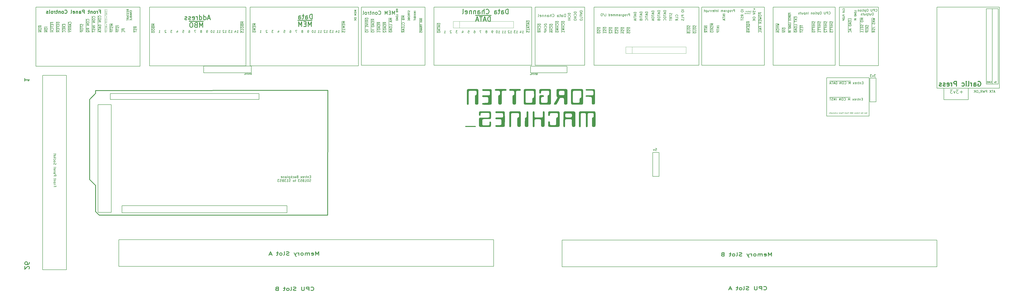
<source format=gbr>
G04 #@! TF.GenerationSoftware,KiCad,Pcbnew,7.0.9*
G04 #@! TF.CreationDate,2024-04-03T04:21:04-05:00*
G04 #@! TF.ProjectId,DG Nova CPU Tester,4447204e-6f76-4612-9043-505520546573,Rev 0*
G04 #@! TF.SameCoordinates,Original*
G04 #@! TF.FileFunction,Legend,Bot*
G04 #@! TF.FilePolarity,Positive*
%FSLAX46Y46*%
G04 Gerber Fmt 4.6, Leading zero omitted, Abs format (unit mm)*
G04 Created by KiCad (PCBNEW 7.0.9) date 2024-04-03 04:21:04*
%MOMM*%
%LPD*%
G01*
G04 APERTURE LIST*
%ADD10C,0.150000*%
%ADD11C,0.000000*%
%ADD12C,0.300000*%
%ADD13C,0.100000*%
%ADD14C,0.250000*%
%ADD15C,0.400000*%
%ADD16C,0.200000*%
%ADD17C,0.062500*%
%ADD18C,0.125000*%
%ADD19C,0.187500*%
%ADD20C,0.120000*%
G04 APERTURE END LIST*
D10*
X315468000Y-20320000D02*
X342265000Y-20320000D01*
X342265000Y-45212000D01*
X315468000Y-45212000D01*
X315468000Y-20320000D01*
X63017400Y-57277000D02*
X126542800Y-57277000D01*
X126542800Y-59867800D01*
X63017400Y-59867800D01*
X63017400Y-57277000D01*
D11*
G36*
X237241985Y-64926626D02*
G01*
X237427670Y-64929841D01*
X237556431Y-64934087D01*
X237622532Y-64937360D01*
X237675803Y-64940373D01*
X237718579Y-64943387D01*
X237736761Y-64944976D01*
X237753196Y-64946664D01*
X237768176Y-64948482D01*
X237781992Y-64950463D01*
X237794936Y-64952641D01*
X237807301Y-64955046D01*
X237819379Y-64957713D01*
X237831462Y-64960674D01*
X237856809Y-64967605D01*
X237880840Y-64974887D01*
X237904220Y-64982733D01*
X237926894Y-64991112D01*
X237948807Y-64999988D01*
X237969904Y-65009331D01*
X237990131Y-65019107D01*
X238009433Y-65029283D01*
X238027755Y-65039827D01*
X238045043Y-65050704D01*
X238061242Y-65061884D01*
X238076297Y-65073331D01*
X238090154Y-65085014D01*
X238102757Y-65096900D01*
X238114053Y-65108956D01*
X238123986Y-65121149D01*
X238128425Y-65127286D01*
X238132502Y-65133446D01*
X238144665Y-65153189D01*
X238155934Y-65172526D01*
X238166372Y-65191651D01*
X238176042Y-65210758D01*
X238185007Y-65230037D01*
X238193330Y-65249684D01*
X238201075Y-65269890D01*
X238208303Y-65290850D01*
X238215079Y-65312755D01*
X238221464Y-65335799D01*
X238227524Y-65360176D01*
X238233319Y-65386077D01*
X238244372Y-65443227D01*
X238255128Y-65508794D01*
X238264675Y-65619792D01*
X238269658Y-65954235D01*
X238271863Y-68265211D01*
X238271555Y-69776212D01*
X238270890Y-70250476D01*
X238269638Y-70577950D01*
X238268734Y-70696181D01*
X238267613Y-70789160D01*
X238266253Y-70860705D01*
X238264629Y-70914631D01*
X238262720Y-70954754D01*
X238260501Y-70984889D01*
X238257949Y-71008852D01*
X238255042Y-71030459D01*
X238247528Y-71080830D01*
X238239502Y-71130735D01*
X238231924Y-71174412D01*
X238228603Y-71192114D01*
X238225754Y-71206098D01*
X238222417Y-71219978D01*
X238218263Y-71234685D01*
X238213369Y-71250056D01*
X238207810Y-71265928D01*
X238201664Y-71282139D01*
X238195007Y-71298527D01*
X238187916Y-71314929D01*
X238180468Y-71331182D01*
X238172739Y-71347123D01*
X238164806Y-71362591D01*
X238156746Y-71377422D01*
X238148634Y-71391455D01*
X238140549Y-71404526D01*
X238132565Y-71416472D01*
X238124761Y-71427132D01*
X238117212Y-71436343D01*
X238105702Y-71448587D01*
X238092968Y-71460509D01*
X238079105Y-71472064D01*
X238064211Y-71483205D01*
X238048381Y-71493888D01*
X238031713Y-71504065D01*
X238014301Y-71513693D01*
X237996244Y-71522724D01*
X237977635Y-71531113D01*
X237958573Y-71538814D01*
X237939154Y-71545782D01*
X237919473Y-71551971D01*
X237899627Y-71557334D01*
X237879712Y-71561827D01*
X237859825Y-71565404D01*
X237840061Y-71568018D01*
X237826355Y-71569591D01*
X237811731Y-71571442D01*
X237781536Y-71575707D01*
X237753086Y-71580271D01*
X237740644Y-71582494D01*
X237729993Y-71584588D01*
X237715547Y-71586775D01*
X237695840Y-71588506D01*
X237643389Y-71590659D01*
X237578126Y-71591172D01*
X237505536Y-71590173D01*
X237431106Y-71587786D01*
X237360321Y-71584140D01*
X237298666Y-71579359D01*
X237251627Y-71573571D01*
X237233916Y-71570486D01*
X237216849Y-71567172D01*
X237200379Y-71563611D01*
X237184459Y-71559784D01*
X237169039Y-71555675D01*
X237154072Y-71551266D01*
X237139511Y-71546538D01*
X237125307Y-71541473D01*
X237111412Y-71536054D01*
X237097779Y-71530263D01*
X237084360Y-71524082D01*
X237071106Y-71517493D01*
X237057971Y-71510478D01*
X237044905Y-71503020D01*
X237031862Y-71495100D01*
X237018793Y-71486701D01*
X237000488Y-71473596D01*
X236982619Y-71458781D01*
X236965254Y-71442371D01*
X236948458Y-71424480D01*
X236932297Y-71405222D01*
X236916838Y-71384711D01*
X236902147Y-71363061D01*
X236888290Y-71340386D01*
X236875333Y-71316800D01*
X236863342Y-71292417D01*
X236852383Y-71267352D01*
X236842523Y-71241718D01*
X236833827Y-71215629D01*
X236826362Y-71189200D01*
X236820193Y-71162544D01*
X236815388Y-71135776D01*
X236811583Y-71112017D01*
X236806499Y-71081748D01*
X236795148Y-71017243D01*
X236788236Y-70931009D01*
X236784240Y-70706008D01*
X236781885Y-69473582D01*
X236781684Y-68001886D01*
X236803278Y-67908116D01*
X236809589Y-67882089D01*
X236816187Y-67857664D01*
X236823126Y-67834753D01*
X236830459Y-67813268D01*
X236838240Y-67793119D01*
X236846522Y-67774218D01*
X236855360Y-67756476D01*
X236864806Y-67739803D01*
X236869775Y-67731841D01*
X236874915Y-67724112D01*
X236880235Y-67716607D01*
X236885741Y-67709313D01*
X236891439Y-67702220D01*
X236897336Y-67695318D01*
X236903440Y-67688593D01*
X236909755Y-67682037D01*
X236923052Y-67669382D01*
X236937279Y-67657264D01*
X236952491Y-67645594D01*
X236968741Y-67634283D01*
X236980212Y-67626736D01*
X236991139Y-67619694D01*
X237001267Y-67613314D01*
X237010341Y-67607747D01*
X237018105Y-67603150D01*
X237024305Y-67599675D01*
X237026738Y-67598407D01*
X237028684Y-67597477D01*
X237030112Y-67596905D01*
X237030621Y-67596759D01*
X237030988Y-67596710D01*
X237033641Y-67596001D01*
X237039018Y-67593967D01*
X237056645Y-67586500D01*
X237081268Y-67575448D01*
X237110285Y-67561952D01*
X237140478Y-67547826D01*
X237168305Y-67535060D01*
X237190674Y-67525058D01*
X237198847Y-67521531D01*
X237204496Y-67519221D01*
X237209949Y-67516751D01*
X237217562Y-67512766D01*
X237226989Y-67507473D01*
X237237881Y-67501080D01*
X237249892Y-67493795D01*
X237262674Y-67485825D01*
X237275879Y-67477377D01*
X237289161Y-67468658D01*
X237309410Y-67454658D01*
X237328074Y-67440577D01*
X237345260Y-67426224D01*
X237361077Y-67411411D01*
X237375634Y-67395948D01*
X237389038Y-67379645D01*
X237401398Y-67362312D01*
X237412824Y-67343760D01*
X237423422Y-67323799D01*
X237433303Y-67302240D01*
X237442573Y-67278892D01*
X237451343Y-67253566D01*
X237459719Y-67226072D01*
X237467811Y-67196222D01*
X237475727Y-67163824D01*
X237483576Y-67128689D01*
X237489166Y-67100791D01*
X237493445Y-67072323D01*
X237496584Y-67038106D01*
X237498756Y-66992961D01*
X237500130Y-66931710D01*
X237500878Y-66849172D01*
X237501182Y-66599522D01*
X237501080Y-66453066D01*
X237500745Y-66341701D01*
X237500417Y-66297303D01*
X237499944Y-66259426D01*
X237499296Y-66227322D01*
X237498444Y-66200241D01*
X237497359Y-66177432D01*
X237496011Y-66158144D01*
X237494373Y-66141629D01*
X237492414Y-66127136D01*
X237490105Y-66113914D01*
X237487417Y-66101215D01*
X237484322Y-66088287D01*
X237480790Y-66074381D01*
X237476272Y-66057628D01*
X237471177Y-66040199D01*
X237465678Y-66022603D01*
X237459951Y-66005351D01*
X237454169Y-65988953D01*
X237448507Y-65973920D01*
X237443140Y-65960761D01*
X237438242Y-65949987D01*
X237433067Y-65939977D01*
X237427239Y-65929738D01*
X237420817Y-65919336D01*
X237413854Y-65908835D01*
X237406408Y-65898302D01*
X237398534Y-65887801D01*
X237390288Y-65877396D01*
X237381726Y-65867155D01*
X237372904Y-65857141D01*
X237363878Y-65847420D01*
X237354704Y-65838057D01*
X237345438Y-65829118D01*
X237336135Y-65820667D01*
X237326853Y-65812769D01*
X237317645Y-65805491D01*
X237308570Y-65798896D01*
X237295488Y-65790479D01*
X237280838Y-65782243D01*
X237264727Y-65774218D01*
X237247266Y-65766435D01*
X237228564Y-65758926D01*
X237208730Y-65751722D01*
X237187873Y-65744853D01*
X237166103Y-65738351D01*
X237143529Y-65732247D01*
X237120261Y-65726572D01*
X237096407Y-65721357D01*
X237072077Y-65716633D01*
X237047381Y-65712431D01*
X237022427Y-65708782D01*
X236997325Y-65705718D01*
X236972184Y-65703269D01*
X236567552Y-65697115D01*
X235801236Y-65695810D01*
X235036194Y-65698925D01*
X234635383Y-65706029D01*
X234592781Y-65710720D01*
X234552102Y-65716806D01*
X234513346Y-65724289D01*
X234494688Y-65728554D01*
X234476509Y-65733169D01*
X234458810Y-65738133D01*
X234441590Y-65743448D01*
X234424849Y-65749112D01*
X234408586Y-65755126D01*
X234392802Y-65761491D01*
X234377496Y-65768206D01*
X234362668Y-65775271D01*
X234348317Y-65782688D01*
X234334443Y-65790455D01*
X234321047Y-65798573D01*
X234308127Y-65807042D01*
X234295684Y-65815862D01*
X234283716Y-65825034D01*
X234272225Y-65834557D01*
X234261210Y-65844432D01*
X234250670Y-65854659D01*
X234240605Y-65865238D01*
X234231015Y-65876168D01*
X234221900Y-65887452D01*
X234213258Y-65899087D01*
X234205092Y-65911075D01*
X234197398Y-65923416D01*
X234190179Y-65936110D01*
X234183433Y-65949156D01*
X234174381Y-65969321D01*
X234165522Y-65992713D01*
X234156800Y-66019539D01*
X234148159Y-66050006D01*
X234139546Y-66084320D01*
X234130905Y-66122687D01*
X234122180Y-66165313D01*
X234113318Y-66212406D01*
X234107850Y-66357010D01*
X234103758Y-66778973D01*
X234097584Y-68803207D01*
X234094685Y-70023282D01*
X234091459Y-70809226D01*
X234087462Y-71235932D01*
X234085035Y-71337975D01*
X234082249Y-71378294D01*
X234074905Y-71406463D01*
X234066603Y-71433131D01*
X234057330Y-71458309D01*
X234047077Y-71482010D01*
X234035833Y-71504244D01*
X234023588Y-71525026D01*
X234017087Y-71534876D01*
X234010331Y-71544367D01*
X234003319Y-71553501D01*
X233996051Y-71562279D01*
X233988525Y-71570703D01*
X233980739Y-71578774D01*
X233972692Y-71586494D01*
X233964383Y-71593865D01*
X233955811Y-71600887D01*
X233946974Y-71607563D01*
X233937870Y-71613894D01*
X233928500Y-71619882D01*
X233918860Y-71625527D01*
X233908951Y-71630832D01*
X233898770Y-71635798D01*
X233888317Y-71640427D01*
X233877589Y-71644720D01*
X233866587Y-71648679D01*
X233843751Y-71655599D01*
X233843793Y-71655620D01*
X233831897Y-71658494D01*
X233819182Y-71660994D01*
X233805766Y-71663121D01*
X233791765Y-71664873D01*
X233777298Y-71666251D01*
X233762482Y-71667253D01*
X233747434Y-71667879D01*
X233732272Y-71668129D01*
X233717112Y-71668002D01*
X233702074Y-71667498D01*
X233687272Y-71666616D01*
X233672827Y-71665355D01*
X233658854Y-71663716D01*
X233645471Y-71661698D01*
X233632795Y-71659299D01*
X233620945Y-71656521D01*
X233597533Y-71649864D01*
X233575617Y-71642434D01*
X233555108Y-71634141D01*
X233535919Y-71624894D01*
X233517960Y-71614604D01*
X233501144Y-71603180D01*
X233485381Y-71590531D01*
X233470585Y-71576568D01*
X233456665Y-71561200D01*
X233443535Y-71544338D01*
X233431106Y-71525890D01*
X233419288Y-71505766D01*
X233407995Y-71483877D01*
X233397137Y-71460132D01*
X233386626Y-71434441D01*
X233376374Y-71406713D01*
X233356959Y-71351681D01*
X233354758Y-68494181D01*
X233355368Y-66421973D01*
X233357323Y-65789449D01*
X233360187Y-65530846D01*
X233364209Y-65483297D01*
X233366566Y-65461438D01*
X233369195Y-65440677D01*
X233372132Y-65420879D01*
X233375408Y-65401910D01*
X233379057Y-65383634D01*
X233383111Y-65365917D01*
X233387603Y-65348625D01*
X233392566Y-65331622D01*
X233398033Y-65314775D01*
X233404037Y-65297948D01*
X233410610Y-65281006D01*
X233417786Y-65263816D01*
X233425597Y-65246241D01*
X233434077Y-65228149D01*
X233447415Y-65201932D01*
X233461506Y-65177450D01*
X233476487Y-65154606D01*
X233492496Y-65133306D01*
X233509671Y-65113453D01*
X233528149Y-65094952D01*
X233548068Y-65077707D01*
X233569564Y-65061622D01*
X233592776Y-65046603D01*
X233617841Y-65032552D01*
X233644897Y-65019376D01*
X233674080Y-65006977D01*
X233705529Y-64995260D01*
X233739381Y-64984130D01*
X233775774Y-64973491D01*
X233814844Y-64963247D01*
X233924229Y-64935998D01*
X234974097Y-64929098D01*
X235944872Y-64924120D01*
X236702816Y-64923300D01*
X237241985Y-64926626D01*
G37*
G36*
X219014475Y-71641664D02*
G01*
X219014474Y-71641664D01*
X219014474Y-71641665D01*
X219014473Y-71641665D01*
X219014472Y-71641667D01*
X219014471Y-71641668D01*
X219014470Y-71641668D01*
X219014470Y-71641669D01*
X219014469Y-71641669D01*
X219014470Y-71641664D01*
X219014475Y-71641663D01*
X219014475Y-71641664D01*
G37*
D10*
X201168000Y-20320000D02*
X242951000Y-20320000D01*
X242951000Y-45212000D01*
X201168000Y-45212000D01*
X201168000Y-20320000D01*
X368808000Y-50546000D02*
X386969000Y-50546000D01*
X386969000Y-66929000D01*
X368808000Y-66929000D01*
X368808000Y-50546000D01*
X122682000Y-20320000D02*
X168910000Y-20320000D01*
X168910000Y-45466000D01*
X122682000Y-45466000D01*
X122682000Y-20320000D01*
X387320000Y-50700000D02*
X389920000Y-50700000D01*
X389920000Y-60900000D01*
X387320000Y-60900000D01*
X387320000Y-50700000D01*
D11*
G36*
X231862556Y-55395267D02*
G01*
X231895784Y-55406500D01*
X231926621Y-55418315D01*
X231955146Y-55430792D01*
X231981436Y-55444010D01*
X232005569Y-55458049D01*
X232016852Y-55465402D01*
X232027624Y-55472990D01*
X232037897Y-55480822D01*
X232047679Y-55488910D01*
X232056980Y-55497263D01*
X232065811Y-55505891D01*
X232074180Y-55514803D01*
X232082098Y-55524011D01*
X232089575Y-55533523D01*
X232096620Y-55543350D01*
X232103243Y-55553502D01*
X232109453Y-55563989D01*
X232115261Y-55574820D01*
X232120676Y-55586006D01*
X232125708Y-55597556D01*
X232130367Y-55609481D01*
X232138605Y-55634493D01*
X232145466Y-55661124D01*
X232151029Y-55689451D01*
X232153850Y-55707375D01*
X232154925Y-55715484D01*
X232155773Y-55723165D01*
X232156390Y-55730524D01*
X232156774Y-55737669D01*
X232156920Y-55744705D01*
X232156826Y-55751739D01*
X232156488Y-55758877D01*
X232155903Y-55766225D01*
X232155068Y-55773890D01*
X232153979Y-55781977D01*
X232151030Y-55799847D01*
X232147028Y-55820684D01*
X232143449Y-55837763D01*
X232139784Y-55853648D01*
X232135983Y-55868440D01*
X232131993Y-55882238D01*
X232127762Y-55895142D01*
X232123238Y-55907252D01*
X232118371Y-55918668D01*
X232113108Y-55929490D01*
X232107396Y-55939817D01*
X232101185Y-55949750D01*
X232094423Y-55959387D01*
X232087058Y-55968830D01*
X232079037Y-55978178D01*
X232070310Y-55987530D01*
X232060825Y-55996986D01*
X232050529Y-56006647D01*
X232038657Y-56017055D01*
X232026376Y-56026942D01*
X232013658Y-56036323D01*
X232000477Y-56045207D01*
X231986805Y-56053608D01*
X231972614Y-56061537D01*
X231957879Y-56069005D01*
X231942571Y-56076025D01*
X231926664Y-56082609D01*
X231910130Y-56088768D01*
X231892943Y-56094514D01*
X231875075Y-56099858D01*
X231856499Y-56104814D01*
X231837188Y-56109392D01*
X231817115Y-56113604D01*
X231796253Y-56117463D01*
X231774556Y-56119760D01*
X231736693Y-56122005D01*
X231615368Y-56126264D01*
X231438076Y-56130081D01*
X231210618Y-56133298D01*
X230998471Y-56136337D01*
X230812022Y-56140138D01*
X230671413Y-56144218D01*
X230624592Y-56146210D01*
X230596784Y-56148090D01*
X230551725Y-56153813D01*
X230509345Y-56161417D01*
X230489146Y-56165935D01*
X230469601Y-56170937D01*
X230450705Y-56176425D01*
X230432452Y-56182404D01*
X230414837Y-56188879D01*
X230397855Y-56195854D01*
X230381500Y-56203333D01*
X230365768Y-56211319D01*
X230350652Y-56219818D01*
X230336148Y-56228833D01*
X230322251Y-56238369D01*
X230308955Y-56248430D01*
X230296255Y-56259020D01*
X230284146Y-56270142D01*
X230272622Y-56281802D01*
X230261678Y-56294004D01*
X230251309Y-56306751D01*
X230241509Y-56320048D01*
X230232274Y-56333899D01*
X230223598Y-56348309D01*
X230215476Y-56363280D01*
X230207902Y-56378819D01*
X230200872Y-56394928D01*
X230194380Y-56411612D01*
X230188420Y-56428875D01*
X230182988Y-56446722D01*
X230178078Y-56465156D01*
X230173685Y-56484182D01*
X230167332Y-56513154D01*
X230160751Y-56541968D01*
X230154720Y-56567288D01*
X230150016Y-56585783D01*
X230141634Y-57187842D01*
X230134998Y-59045348D01*
X230128427Y-60871866D01*
X230124595Y-61344050D01*
X230122550Y-61468374D01*
X230120423Y-61517614D01*
X230112229Y-61558479D01*
X230103391Y-61596936D01*
X230093853Y-61633086D01*
X230083557Y-61667028D01*
X230072446Y-61698863D01*
X230060463Y-61728690D01*
X230054127Y-61742882D01*
X230047551Y-61756610D01*
X230040729Y-61769886D01*
X230033653Y-61782723D01*
X230026316Y-61795133D01*
X230018711Y-61807129D01*
X230010831Y-61818723D01*
X230002669Y-61829927D01*
X229994217Y-61840755D01*
X229985469Y-61851219D01*
X229976417Y-61861331D01*
X229967054Y-61871103D01*
X229957374Y-61880549D01*
X229947368Y-61889681D01*
X229937030Y-61898511D01*
X229926352Y-61907052D01*
X229915328Y-61915316D01*
X229903951Y-61923316D01*
X229892213Y-61931064D01*
X229880106Y-61938573D01*
X229867684Y-61945673D01*
X229854071Y-61952779D01*
X229839452Y-61959828D01*
X229824013Y-61966759D01*
X229807938Y-61973509D01*
X229791414Y-61980018D01*
X229774625Y-61986222D01*
X229757757Y-61992060D01*
X229740995Y-61997470D01*
X229724524Y-62002390D01*
X229708529Y-62006757D01*
X229693196Y-62010511D01*
X229678710Y-62013589D01*
X229665256Y-62015929D01*
X229653019Y-62017469D01*
X229642185Y-62018148D01*
X229632734Y-62018489D01*
X229622915Y-62019079D01*
X229613015Y-62019886D01*
X229603319Y-62020876D01*
X229594115Y-62022018D01*
X229585690Y-62023279D01*
X229578328Y-62024626D01*
X229575136Y-62025322D01*
X229572318Y-62026028D01*
X229572349Y-62026032D01*
X229563292Y-62027449D01*
X229548259Y-62028559D01*
X229503338Y-62029907D01*
X229443732Y-62030180D01*
X229375588Y-62029477D01*
X229305052Y-62027899D01*
X229238269Y-62025549D01*
X229181386Y-62022526D01*
X229140549Y-62018932D01*
X229111554Y-62014562D01*
X229082637Y-62008748D01*
X229053938Y-62001566D01*
X229025600Y-61993092D01*
X228997764Y-61983402D01*
X228970572Y-61972572D01*
X228944165Y-61960676D01*
X228918684Y-61947791D01*
X228894271Y-61933993D01*
X228871068Y-61919357D01*
X228849216Y-61903958D01*
X228828856Y-61887873D01*
X228810131Y-61871177D01*
X228793181Y-61853946D01*
X228785416Y-61845154D01*
X228778148Y-61836256D01*
X228771395Y-61827262D01*
X228765174Y-61818181D01*
X228753477Y-61799611D01*
X228742459Y-61780799D01*
X228732110Y-61761714D01*
X228722420Y-61742327D01*
X228713380Y-61722607D01*
X228704979Y-61702523D01*
X228697208Y-61682046D01*
X228690057Y-61661145D01*
X228683517Y-61639790D01*
X228677576Y-61617951D01*
X228672226Y-61595597D01*
X228667457Y-61572698D01*
X228663259Y-61549224D01*
X228659622Y-61525145D01*
X228656537Y-61500429D01*
X228653992Y-61475048D01*
X228647708Y-60965536D01*
X228645425Y-59955706D01*
X228647251Y-58944664D01*
X228653293Y-58431515D01*
X228657572Y-58387131D01*
X228662802Y-58346699D01*
X228669246Y-58309883D01*
X228677162Y-58276346D01*
X228681755Y-58260702D01*
X228686813Y-58245752D01*
X228692371Y-58231453D01*
X228698459Y-58217764D01*
X228705112Y-58204642D01*
X228712361Y-58192046D01*
X228720239Y-58179932D01*
X228728779Y-58168260D01*
X228738013Y-58156987D01*
X228747974Y-58146071D01*
X228758695Y-58135470D01*
X228770207Y-58125142D01*
X228782544Y-58115044D01*
X228795738Y-58105135D01*
X228824829Y-58085716D01*
X228857740Y-58066547D01*
X228894731Y-58047291D01*
X228936064Y-58027612D01*
X228981998Y-58007174D01*
X229005292Y-57996931D01*
X229027244Y-57986954D01*
X229047927Y-57977196D01*
X229067417Y-57967610D01*
X229085789Y-57958149D01*
X229103117Y-57948768D01*
X229119476Y-57939418D01*
X229134940Y-57930055D01*
X229149584Y-57920631D01*
X229163484Y-57911099D01*
X229176713Y-57901413D01*
X229189347Y-57891527D01*
X229201460Y-57881393D01*
X229213126Y-57870965D01*
X229224421Y-57860197D01*
X229235419Y-57849041D01*
X229246000Y-57837665D01*
X229255948Y-57826289D01*
X229265301Y-57814840D01*
X229274097Y-57803243D01*
X229282373Y-57791426D01*
X229290168Y-57779313D01*
X229297520Y-57766833D01*
X229304465Y-57753911D01*
X229311042Y-57740473D01*
X229317289Y-57726445D01*
X229323244Y-57711755D01*
X229328943Y-57696328D01*
X229334426Y-57680091D01*
X229339730Y-57662970D01*
X229344893Y-57644891D01*
X229349952Y-57625780D01*
X229356145Y-57600323D01*
X229360824Y-57575029D01*
X229364191Y-57544330D01*
X229366451Y-57502660D01*
X229367805Y-57444454D01*
X229368456Y-57364144D01*
X229368464Y-57114948D01*
X229368128Y-56964403D01*
X229367312Y-56847737D01*
X229366596Y-56800087D01*
X229365606Y-56758481D01*
X229364293Y-56722109D01*
X229362603Y-56690164D01*
X229360487Y-56661835D01*
X229357894Y-56636316D01*
X229354772Y-56612795D01*
X229351070Y-56590466D01*
X229346737Y-56568519D01*
X229341723Y-56546145D01*
X229329444Y-56496882D01*
X229320996Y-56465166D01*
X229317007Y-56451153D01*
X229313105Y-56438209D01*
X229309239Y-56426214D01*
X229305356Y-56415047D01*
X229301404Y-56404588D01*
X229297332Y-56394717D01*
X229293087Y-56385312D01*
X229288617Y-56376253D01*
X229283871Y-56367421D01*
X229278796Y-56358693D01*
X229273340Y-56349951D01*
X229267452Y-56341072D01*
X229261079Y-56331938D01*
X229254169Y-56322427D01*
X229244909Y-56310296D01*
X229235536Y-56298875D01*
X229225940Y-56288086D01*
X229216009Y-56277856D01*
X229205631Y-56268108D01*
X229194694Y-56258767D01*
X229183087Y-56249758D01*
X229170697Y-56241005D01*
X229157414Y-56232433D01*
X229143126Y-56223967D01*
X229127721Y-56215532D01*
X229111087Y-56207051D01*
X229093112Y-56198450D01*
X229073686Y-56189653D01*
X229030030Y-56171171D01*
X229003056Y-56162230D01*
X228967054Y-56154997D01*
X228916792Y-56149206D01*
X228847037Y-56144594D01*
X228752558Y-56140894D01*
X228628123Y-56137842D01*
X228268458Y-56132622D01*
X228070593Y-56130156D01*
X227914323Y-56127681D01*
X227793206Y-56124891D01*
X227743818Y-56123282D01*
X227700803Y-56121478D01*
X227663356Y-56119442D01*
X227630673Y-56117136D01*
X227601948Y-56114519D01*
X227576377Y-56111556D01*
X227553154Y-56108205D01*
X227531474Y-56104431D01*
X227510532Y-56100193D01*
X227489524Y-56095454D01*
X227469461Y-56090636D01*
X227452368Y-56086229D01*
X227437336Y-56081915D01*
X227430310Y-56079694D01*
X227423458Y-56077378D01*
X227416667Y-56074926D01*
X227409824Y-56072299D01*
X227395526Y-56066362D01*
X227379657Y-56059249D01*
X227361307Y-56050642D01*
X227342150Y-56040522D01*
X227324373Y-56029029D01*
X227307969Y-56016146D01*
X227292931Y-56001857D01*
X227279251Y-55986143D01*
X227266923Y-55968988D01*
X227255937Y-55950375D01*
X227246288Y-55930286D01*
X227237968Y-55908704D01*
X227230968Y-55885612D01*
X227225283Y-55860994D01*
X227220904Y-55834831D01*
X227217824Y-55807106D01*
X227216035Y-55777803D01*
X227215531Y-55746904D01*
X227216303Y-55714393D01*
X227217604Y-55687975D01*
X227218346Y-55676305D01*
X227219171Y-55665539D01*
X227220095Y-55655586D01*
X227221135Y-55646354D01*
X227222308Y-55637751D01*
X227223629Y-55629686D01*
X227225115Y-55622068D01*
X227226782Y-55614805D01*
X227228647Y-55607806D01*
X227230726Y-55600979D01*
X227233036Y-55594232D01*
X227235592Y-55587475D01*
X227238411Y-55580615D01*
X227241511Y-55573562D01*
X227249696Y-55556562D01*
X227258439Y-55540662D01*
X227267838Y-55525791D01*
X227277988Y-55511883D01*
X227288988Y-55498867D01*
X227300933Y-55486675D01*
X227313921Y-55475239D01*
X227328050Y-55464490D01*
X227343415Y-55454359D01*
X227360114Y-55444777D01*
X227378245Y-55435676D01*
X227397903Y-55426988D01*
X227419186Y-55418643D01*
X227442192Y-55410573D01*
X227467016Y-55402709D01*
X227493757Y-55394982D01*
X227565723Y-55375050D01*
X231799055Y-55375050D01*
X231862556Y-55395267D01*
G37*
G36*
X243731242Y-64896489D02*
G01*
X243765922Y-64897451D01*
X243796870Y-64898529D01*
X243810190Y-64899136D01*
X243822228Y-64899811D01*
X243833103Y-64900575D01*
X243842931Y-64901445D01*
X243851828Y-64902439D01*
X243859913Y-64903577D01*
X243867300Y-64904876D01*
X243874108Y-64906354D01*
X243880454Y-64908031D01*
X243886453Y-64909925D01*
X243892223Y-64912054D01*
X243897881Y-64914436D01*
X243903543Y-64917090D01*
X243909327Y-64920034D01*
X243925410Y-64929029D01*
X243940664Y-64938668D01*
X243955114Y-64948985D01*
X243968783Y-64960012D01*
X243981693Y-64971783D01*
X243993870Y-64984330D01*
X244005337Y-64997688D01*
X244016117Y-65011888D01*
X244026233Y-65026965D01*
X244035711Y-65042951D01*
X244044572Y-65059879D01*
X244052841Y-65077782D01*
X244060542Y-65096694D01*
X244067698Y-65116647D01*
X244074332Y-65137675D01*
X244080469Y-65159811D01*
X244085545Y-65182620D01*
X244089427Y-65212612D01*
X244092275Y-65258333D01*
X244094251Y-65328327D01*
X244096227Y-65575316D01*
X244096641Y-66021939D01*
X244096816Y-66280692D01*
X244097445Y-66484891D01*
X244098750Y-66643142D01*
X244100957Y-66764052D01*
X244102468Y-66813193D01*
X244104288Y-66856227D01*
X244106445Y-66894228D01*
X244108966Y-66928273D01*
X244111881Y-66959437D01*
X244115216Y-66988797D01*
X244123261Y-67046406D01*
X244127137Y-67072785D01*
X244131475Y-67103926D01*
X244135747Y-67135941D01*
X244139423Y-67164939D01*
X244142137Y-67185408D01*
X244145122Y-67203543D01*
X244146819Y-67212079D01*
X244148708Y-67220445D01*
X244150829Y-67228779D01*
X244153223Y-67237218D01*
X244155931Y-67245900D01*
X244158995Y-67254964D01*
X244166354Y-67274785D01*
X244175627Y-67297785D01*
X244187144Y-67325065D01*
X244193605Y-67338727D01*
X244201415Y-67352772D01*
X244210454Y-67367080D01*
X244220602Y-67381533D01*
X244231739Y-67396010D01*
X244243746Y-67410392D01*
X244256503Y-67424560D01*
X244269889Y-67438393D01*
X244283785Y-67451774D01*
X244298072Y-67464581D01*
X244312630Y-67476696D01*
X244327338Y-67487999D01*
X244342077Y-67498371D01*
X244356727Y-67507692D01*
X244371169Y-67515842D01*
X244385282Y-67522703D01*
X244433217Y-67543264D01*
X244483719Y-67558627D01*
X244555031Y-67569547D01*
X244665393Y-67576784D01*
X244833046Y-67581094D01*
X245076232Y-67583235D01*
X245862168Y-67584038D01*
X246296821Y-67583905D01*
X246627703Y-67583169D01*
X246759239Y-67582419D01*
X246870843Y-67581329D01*
X246964517Y-67579838D01*
X247042266Y-67577882D01*
X247106092Y-67575399D01*
X247133410Y-67573940D01*
X247157999Y-67572325D01*
X247180109Y-67570548D01*
X247199991Y-67568599D01*
X247217894Y-67566471D01*
X247234069Y-67564156D01*
X247248768Y-67561647D01*
X247262239Y-67558935D01*
X247274734Y-67556013D01*
X247286503Y-67552872D01*
X247308865Y-67545905D01*
X247331327Y-67537971D01*
X247354126Y-67529096D01*
X247376369Y-67519297D01*
X247397982Y-67508638D01*
X247418893Y-67497180D01*
X247439025Y-67484987D01*
X247458306Y-67472121D01*
X247476662Y-67458645D01*
X247494018Y-67444622D01*
X247510301Y-67430114D01*
X247525437Y-67415185D01*
X247539351Y-67399896D01*
X247551970Y-67384312D01*
X247563220Y-67368493D01*
X247573026Y-67352504D01*
X247577365Y-67344465D01*
X247581315Y-67336407D01*
X247584868Y-67328337D01*
X247588013Y-67320264D01*
X247596209Y-67296856D01*
X247604039Y-67272734D01*
X247611395Y-67248295D01*
X247618172Y-67223938D01*
X247624264Y-67200063D01*
X247629563Y-67177066D01*
X247633963Y-67155348D01*
X247637359Y-67135306D01*
X247643539Y-67079886D01*
X247648706Y-67003255D01*
X247655943Y-66789086D01*
X247658958Y-66498260D01*
X247657638Y-66136239D01*
X247656167Y-65917965D01*
X247656012Y-65732970D01*
X247657260Y-65578379D01*
X247660001Y-65451315D01*
X247664323Y-65348902D01*
X247667104Y-65306041D01*
X247670314Y-65268264D01*
X247673964Y-65235213D01*
X247678064Y-65206526D01*
X247682625Y-65181846D01*
X247687659Y-65160812D01*
X247695034Y-65135497D01*
X247702938Y-65111758D01*
X247711426Y-65089530D01*
X247720552Y-65068751D01*
X247730369Y-65049355D01*
X247740931Y-65031279D01*
X247752293Y-65014460D01*
X247758290Y-65006501D01*
X247764507Y-64998832D01*
X247770950Y-64991444D01*
X247777627Y-64984331D01*
X247784545Y-64977484D01*
X247791709Y-64970895D01*
X247799126Y-64964556D01*
X247806804Y-64958459D01*
X247822968Y-64946958D01*
X247840253Y-64936329D01*
X247858714Y-64926509D01*
X247878404Y-64917432D01*
X247899378Y-64909035D01*
X247911089Y-64905102D01*
X247917074Y-64903443D01*
X247923258Y-64901981D01*
X247929723Y-64900708D01*
X247936553Y-64899618D01*
X247943832Y-64898705D01*
X247951644Y-64897961D01*
X247969197Y-64896958D01*
X247989880Y-64896554D01*
X248014362Y-64896696D01*
X248043311Y-64897333D01*
X248075102Y-64898347D01*
X248088632Y-64898924D01*
X248100791Y-64899583D01*
X248111733Y-64900351D01*
X248121611Y-64901255D01*
X248130580Y-64902320D01*
X248138793Y-64903574D01*
X248146405Y-64905042D01*
X248153570Y-64906751D01*
X248160441Y-64908729D01*
X248167173Y-64911000D01*
X248173919Y-64913593D01*
X248180834Y-64916532D01*
X248188072Y-64919845D01*
X248195786Y-64923559D01*
X248209025Y-64930313D01*
X248221661Y-64937313D01*
X248233720Y-64944584D01*
X248245226Y-64952150D01*
X248256204Y-64960035D01*
X248266678Y-64968264D01*
X248276674Y-64976861D01*
X248286215Y-64985850D01*
X248295326Y-64995256D01*
X248304033Y-65005102D01*
X248312359Y-65015414D01*
X248320330Y-65026215D01*
X248327970Y-65037531D01*
X248335304Y-65049384D01*
X248342357Y-65061800D01*
X248349152Y-65074803D01*
X248361526Y-65101181D01*
X248367118Y-65114550D01*
X248372347Y-65128176D01*
X248377237Y-65142160D01*
X248381813Y-65156605D01*
X248386100Y-65171612D01*
X248390123Y-65187284D01*
X248397475Y-65221031D01*
X248404068Y-65258661D01*
X248410101Y-65300992D01*
X248415772Y-65348839D01*
X248425156Y-68182706D01*
X248410532Y-71013236D01*
X248407019Y-71042669D01*
X248403432Y-71070103D01*
X248399727Y-71095694D01*
X248395862Y-71119600D01*
X248391790Y-71141975D01*
X248387469Y-71162978D01*
X248382855Y-71182762D01*
X248377903Y-71201486D01*
X248372570Y-71219306D01*
X248366811Y-71236376D01*
X248360583Y-71252855D01*
X248353842Y-71268898D01*
X248346543Y-71284662D01*
X248338643Y-71300303D01*
X248330097Y-71315976D01*
X248320862Y-71331840D01*
X248299249Y-71365080D01*
X248275707Y-71395761D01*
X248250090Y-71423940D01*
X248222252Y-71449674D01*
X248192044Y-71473020D01*
X248159320Y-71494036D01*
X248123933Y-71512779D01*
X248085736Y-71529305D01*
X248044581Y-71543673D01*
X248000322Y-71555939D01*
X247952812Y-71566162D01*
X247901903Y-71574397D01*
X247847448Y-71580702D01*
X247789301Y-71585135D01*
X247727314Y-71587753D01*
X247661341Y-71588613D01*
X247606300Y-71588123D01*
X247554831Y-71586613D01*
X247506732Y-71584026D01*
X247461803Y-71580304D01*
X247419842Y-71575389D01*
X247380650Y-71569223D01*
X247344024Y-71561748D01*
X247309764Y-71552907D01*
X247277670Y-71542642D01*
X247247539Y-71530895D01*
X247233148Y-71524447D01*
X247219172Y-71517607D01*
X247205587Y-71510368D01*
X247192367Y-71502721D01*
X247179487Y-71494661D01*
X247166923Y-71486180D01*
X247142640Y-71467925D01*
X247119316Y-71447899D01*
X247096750Y-71426043D01*
X247078275Y-71406124D01*
X247061138Y-71385515D01*
X247045290Y-71364066D01*
X247030679Y-71341630D01*
X247017255Y-71318056D01*
X247004970Y-71293196D01*
X246993772Y-71266900D01*
X246983612Y-71239021D01*
X246974439Y-71209408D01*
X246966203Y-71177913D01*
X246958855Y-71144387D01*
X246952344Y-71108681D01*
X246946620Y-71070645D01*
X246941632Y-71030132D01*
X246937332Y-70986991D01*
X246933668Y-70941074D01*
X246929989Y-70817015D01*
X246926505Y-70569996D01*
X246921586Y-69840406D01*
X246918226Y-68862507D01*
X246888676Y-68747825D01*
X246882139Y-68722856D01*
X246875946Y-68700138D01*
X246869995Y-68679469D01*
X246864186Y-68660642D01*
X246858420Y-68643454D01*
X246852594Y-68627700D01*
X246846611Y-68613175D01*
X246840368Y-68599676D01*
X246833766Y-68586998D01*
X246826704Y-68574936D01*
X246819082Y-68563286D01*
X246810800Y-68551843D01*
X246801757Y-68540404D01*
X246791853Y-68528763D01*
X246780988Y-68516716D01*
X246769062Y-68504060D01*
X246752539Y-68487534D01*
X246735817Y-68472318D01*
X246718693Y-68458337D01*
X246700959Y-68445512D01*
X246682412Y-68433769D01*
X246662845Y-68423030D01*
X246642053Y-68413219D01*
X246619832Y-68404261D01*
X246595975Y-68396077D01*
X246570278Y-68388593D01*
X246542535Y-68381731D01*
X246512541Y-68375416D01*
X246480090Y-68369571D01*
X246444978Y-68364119D01*
X246365946Y-68354090D01*
X246251891Y-68348252D01*
X246048429Y-68344091D01*
X245494458Y-68340789D01*
X244946388Y-68344162D01*
X244750300Y-68348346D01*
X244646570Y-68354191D01*
X244606105Y-68360232D01*
X244568591Y-68366600D01*
X244533836Y-68373383D01*
X244501646Y-68380670D01*
X244471830Y-68388552D01*
X244444193Y-68397116D01*
X244418545Y-68406453D01*
X244406406Y-68411439D01*
X244394692Y-68416651D01*
X244383378Y-68422101D01*
X244372441Y-68427800D01*
X244361857Y-68433759D01*
X244351601Y-68439989D01*
X244341649Y-68446501D01*
X244331977Y-68453307D01*
X244322561Y-68460417D01*
X244313377Y-68467843D01*
X244304402Y-68475596D01*
X244295610Y-68483686D01*
X244278481Y-68500927D01*
X244261799Y-68519653D01*
X244245371Y-68539954D01*
X244234611Y-68554262D01*
X244224982Y-68568196D01*
X244215907Y-68582857D01*
X244206809Y-68599347D01*
X244197113Y-68618766D01*
X244186242Y-68642217D01*
X244173620Y-68670800D01*
X244158671Y-68705617D01*
X244157358Y-68708944D01*
X244156009Y-68712825D01*
X244153242Y-68722064D01*
X244150452Y-68732952D01*
X244147719Y-68745106D01*
X244145123Y-68758145D01*
X244142746Y-68771688D01*
X244140667Y-68785351D01*
X244138969Y-68798752D01*
X244135512Y-68827839D01*
X244131410Y-68859925D01*
X244127176Y-68891115D01*
X244123325Y-68917512D01*
X244115080Y-68976744D01*
X244108732Y-69042000D01*
X244104039Y-69125569D01*
X244100754Y-69239743D01*
X244097429Y-69609069D01*
X244096799Y-70248307D01*
X244096885Y-71354740D01*
X244075037Y-71420942D01*
X244068945Y-71438455D01*
X244062466Y-71455235D01*
X244055596Y-71471289D01*
X244048328Y-71486625D01*
X244040658Y-71501248D01*
X244032581Y-71515167D01*
X244024092Y-71528387D01*
X244015185Y-71540917D01*
X244005855Y-71552762D01*
X243996096Y-71563930D01*
X243985905Y-71574427D01*
X243975275Y-71584262D01*
X243964202Y-71593439D01*
X243952680Y-71601967D01*
X243940704Y-71609852D01*
X243928269Y-71617101D01*
X243916480Y-71623296D01*
X243903784Y-71629507D01*
X243890578Y-71635567D01*
X243877264Y-71641309D01*
X243864240Y-71646567D01*
X243851905Y-71651175D01*
X243840660Y-71654965D01*
X243835570Y-71656501D01*
X243830903Y-71657770D01*
X243830884Y-71657795D01*
X243820189Y-71660141D01*
X243808321Y-71662072D01*
X243795441Y-71663596D01*
X243781712Y-71664718D01*
X243767296Y-71665445D01*
X243752354Y-71665782D01*
X243737049Y-71665737D01*
X243721542Y-71665316D01*
X243705995Y-71664524D01*
X243690570Y-71663369D01*
X243675429Y-71661857D01*
X243660733Y-71659993D01*
X243646645Y-71657785D01*
X243633327Y-71655238D01*
X243620941Y-71652360D01*
X243609647Y-71649155D01*
X243588093Y-71641524D01*
X243567506Y-71632506D01*
X243547890Y-71622107D01*
X243529253Y-71610336D01*
X243511598Y-71597199D01*
X243494934Y-71582704D01*
X243479264Y-71566857D01*
X243464596Y-71549667D01*
X243450934Y-71531141D01*
X243438286Y-71511286D01*
X243426655Y-71490109D01*
X243416049Y-71467617D01*
X243406473Y-71443818D01*
X243397932Y-71418720D01*
X243390433Y-71392329D01*
X243383982Y-71364652D01*
X243370423Y-68367332D01*
X243377051Y-65295454D01*
X243380809Y-65256417D01*
X243385578Y-65219981D01*
X243391420Y-65186034D01*
X243394764Y-65169960D01*
X243398400Y-65154468D01*
X243402337Y-65139543D01*
X243406581Y-65125172D01*
X243411142Y-65111341D01*
X243416027Y-65098037D01*
X243421244Y-65085245D01*
X243426801Y-65072953D01*
X243432706Y-65061147D01*
X243438967Y-65049812D01*
X243445592Y-65038935D01*
X243452589Y-65028502D01*
X243459966Y-65018500D01*
X243467730Y-65008915D01*
X243475890Y-64999733D01*
X243484454Y-64990941D01*
X243493429Y-64982524D01*
X243502824Y-64974470D01*
X243512646Y-64966764D01*
X243522904Y-64959392D01*
X243533605Y-64952342D01*
X243544758Y-64945599D01*
X243556370Y-64939150D01*
X243568449Y-64932980D01*
X243581003Y-64927077D01*
X243594041Y-64921426D01*
X243615479Y-64912637D01*
X243624677Y-64909076D01*
X243633175Y-64906027D01*
X243641206Y-64903457D01*
X243649005Y-64901334D01*
X243656808Y-64899624D01*
X243664849Y-64898295D01*
X243673362Y-64897315D01*
X243682584Y-64896650D01*
X243692748Y-64896267D01*
X243704089Y-64896135D01*
X243731242Y-64896489D01*
G37*
G36*
X223994356Y-64922193D02*
G01*
X224340712Y-64923660D01*
X224603216Y-64925998D01*
X224795167Y-64929377D01*
X224929869Y-64933963D01*
X224979907Y-64936761D01*
X225020620Y-64939923D01*
X225053671Y-64943471D01*
X225080723Y-64947425D01*
X225119215Y-64954541D01*
X225155482Y-64962504D01*
X225189596Y-64971359D01*
X225221628Y-64981150D01*
X225251653Y-64991922D01*
X225265934Y-64997690D01*
X225279741Y-65003720D01*
X225293081Y-65010017D01*
X225305965Y-65016588D01*
X225318400Y-65023437D01*
X225330397Y-65030571D01*
X225341964Y-65037995D01*
X225353110Y-65045714D01*
X225363845Y-65053734D01*
X225374176Y-65062061D01*
X225384114Y-65070700D01*
X225393667Y-65079657D01*
X225402845Y-65088938D01*
X225411656Y-65098547D01*
X225420110Y-65108491D01*
X225428215Y-65118776D01*
X225435980Y-65129406D01*
X225443415Y-65140387D01*
X225450529Y-65151725D01*
X225457331Y-65163426D01*
X225463829Y-65175495D01*
X225470032Y-65187937D01*
X225495926Y-65246880D01*
X225515782Y-65310764D01*
X225530420Y-65392699D01*
X225540659Y-65505796D01*
X225547316Y-65663163D01*
X225551211Y-65877910D01*
X225553989Y-66531984D01*
X225553824Y-66909549D01*
X225552378Y-67224468D01*
X225549800Y-67456670D01*
X225546238Y-67586084D01*
X225540238Y-67672015D01*
X225532130Y-67750122D01*
X225521597Y-67820798D01*
X225515325Y-67853472D01*
X225508329Y-67884434D01*
X225500570Y-67913735D01*
X225492009Y-67941422D01*
X225482607Y-67967546D01*
X225472325Y-67992154D01*
X225461124Y-68015296D01*
X225448964Y-68037021D01*
X225435806Y-68057377D01*
X225421611Y-68076415D01*
X225406339Y-68094182D01*
X225389953Y-68110728D01*
X225372411Y-68126101D01*
X225353676Y-68140351D01*
X225333707Y-68153527D01*
X225312466Y-68165677D01*
X225289913Y-68176851D01*
X225266010Y-68187098D01*
X225240717Y-68196466D01*
X225213994Y-68205004D01*
X225185804Y-68212762D01*
X225156105Y-68219788D01*
X225092029Y-68231842D01*
X225021451Y-68241556D01*
X224907338Y-68246033D01*
X224645745Y-68250049D01*
X223683719Y-68256649D01*
X223080913Y-68259872D01*
X222684463Y-68263378D01*
X222552742Y-68265373D01*
X222459557Y-68267600D01*
X222400555Y-68270115D01*
X222382512Y-68271497D01*
X222371384Y-68272971D01*
X222248618Y-68296734D01*
X222233803Y-68299924D01*
X222217642Y-68303985D01*
X222200659Y-68308750D01*
X222183372Y-68314051D01*
X222166304Y-68319724D01*
X222149976Y-68325601D01*
X222134907Y-68331516D01*
X222121619Y-68337302D01*
X222086535Y-68354806D01*
X222054074Y-68373655D01*
X222024142Y-68394022D01*
X221996641Y-68416080D01*
X221971478Y-68439998D01*
X221948554Y-68465951D01*
X221927774Y-68494109D01*
X221909043Y-68524645D01*
X221892264Y-68557731D01*
X221877341Y-68593538D01*
X221864178Y-68632240D01*
X221852680Y-68674007D01*
X221842750Y-68719011D01*
X221834292Y-68767426D01*
X221827210Y-68819422D01*
X221821409Y-68875172D01*
X221817675Y-68966538D01*
X221814993Y-69129975D01*
X221812798Y-69578073D01*
X221814858Y-70029483D01*
X221817494Y-70197061D01*
X221821207Y-70294225D01*
X221825104Y-70339081D01*
X221829554Y-70381432D01*
X221834589Y-70421380D01*
X221840240Y-70459029D01*
X221846540Y-70494481D01*
X221853521Y-70527840D01*
X221861213Y-70559208D01*
X221869650Y-70588688D01*
X221878862Y-70616384D01*
X221888881Y-70642398D01*
X221899740Y-70666834D01*
X221911470Y-70689793D01*
X221924102Y-70711380D01*
X221937669Y-70731697D01*
X221952203Y-70750847D01*
X221967734Y-70768934D01*
X221983070Y-70785178D01*
X221998460Y-70800284D01*
X222014042Y-70814320D01*
X222029951Y-70827352D01*
X222046324Y-70839448D01*
X222063298Y-70850673D01*
X222081010Y-70861096D01*
X222099596Y-70870783D01*
X222119193Y-70879800D01*
X222139937Y-70888216D01*
X222161965Y-70896096D01*
X222185413Y-70903508D01*
X222210419Y-70910518D01*
X222237119Y-70917194D01*
X222265649Y-70923602D01*
X222296146Y-70929810D01*
X222325408Y-70934612D01*
X222364106Y-70938304D01*
X222508839Y-70942937D01*
X222808401Y-70944867D01*
X223340851Y-70945254D01*
X223657914Y-70945207D01*
X223897860Y-70944938D01*
X224072868Y-70944231D01*
X224139827Y-70943648D01*
X224195120Y-70942875D01*
X224240269Y-70941886D01*
X224276796Y-70940655D01*
X224306225Y-70939154D01*
X224330077Y-70937357D01*
X224349875Y-70935237D01*
X224367143Y-70932767D01*
X224383402Y-70929922D01*
X224400175Y-70926673D01*
X224432940Y-70919934D01*
X224463526Y-70913044D01*
X224492086Y-70905927D01*
X224518775Y-70898510D01*
X224543747Y-70890720D01*
X224567154Y-70882483D01*
X224589152Y-70873724D01*
X224609893Y-70864370D01*
X224629531Y-70854347D01*
X224648221Y-70843582D01*
X224666116Y-70832000D01*
X224683370Y-70819528D01*
X224700137Y-70806092D01*
X224716570Y-70791618D01*
X224732824Y-70776032D01*
X224749052Y-70759261D01*
X224758579Y-70748731D01*
X224767870Y-70737771D01*
X224776911Y-70726406D01*
X224785685Y-70714663D01*
X224794180Y-70702567D01*
X224802380Y-70690143D01*
X224810272Y-70677418D01*
X224817840Y-70664417D01*
X224825070Y-70651166D01*
X224831948Y-70637690D01*
X224838459Y-70624015D01*
X224844589Y-70610167D01*
X224850323Y-70596172D01*
X224855647Y-70582054D01*
X224860546Y-70567840D01*
X224865006Y-70553556D01*
X224876492Y-70511522D01*
X224885710Y-70468705D01*
X224892983Y-70421032D01*
X224898634Y-70364434D01*
X224902986Y-70294839D01*
X224906361Y-70208178D01*
X224911472Y-69967371D01*
X224913827Y-69830291D01*
X224915030Y-69773567D01*
X224916333Y-69723855D01*
X224917801Y-69680508D01*
X224919495Y-69642875D01*
X224921479Y-69610309D01*
X224923814Y-69582161D01*
X224926565Y-69557783D01*
X224929793Y-69536526D01*
X224931606Y-69526865D01*
X224933562Y-69517741D01*
X224935668Y-69509073D01*
X224937934Y-69500780D01*
X224942972Y-69484995D01*
X224948739Y-69469736D01*
X224955298Y-69454355D01*
X224962711Y-69438204D01*
X224967966Y-69427102D01*
X224972803Y-69417131D01*
X224977303Y-69408192D01*
X224981550Y-69400182D01*
X224985625Y-69393000D01*
X224989611Y-69386544D01*
X224993590Y-69380714D01*
X224997644Y-69375407D01*
X225001855Y-69370523D01*
X225006306Y-69365960D01*
X225011079Y-69361616D01*
X225016257Y-69357390D01*
X225021920Y-69353181D01*
X225028152Y-69348887D01*
X225035036Y-69344407D01*
X225042652Y-69339640D01*
X225056125Y-69331836D01*
X225070101Y-69324741D01*
X225084553Y-69318359D01*
X225099456Y-69312693D01*
X225114783Y-69307747D01*
X225130510Y-69303524D01*
X225146609Y-69300029D01*
X225163055Y-69297266D01*
X225179823Y-69295237D01*
X225196885Y-69293947D01*
X225214217Y-69293399D01*
X225231792Y-69293598D01*
X225249584Y-69294546D01*
X225267568Y-69296248D01*
X225285718Y-69298707D01*
X225304008Y-69301928D01*
X225331018Y-69307994D01*
X225356062Y-69315256D01*
X225379218Y-69323807D01*
X225400560Y-69333740D01*
X225410575Y-69339255D01*
X225420165Y-69345150D01*
X225429341Y-69351438D01*
X225438111Y-69358129D01*
X225446485Y-69365237D01*
X225454472Y-69372772D01*
X225462083Y-69380746D01*
X225469326Y-69389171D01*
X225476211Y-69398059D01*
X225482748Y-69407421D01*
X225488947Y-69417269D01*
X225494816Y-69427615D01*
X225505605Y-69449846D01*
X225515192Y-69474208D01*
X225523653Y-69500794D01*
X225531065Y-69529699D01*
X225537504Y-69561016D01*
X225543046Y-69594837D01*
X225548200Y-69675810D01*
X225551807Y-69823453D01*
X225554447Y-70235599D01*
X225551104Y-70664973D01*
X225547232Y-70834150D01*
X225541916Y-70945270D01*
X225533585Y-71031028D01*
X225522782Y-71109249D01*
X225509210Y-71180255D01*
X225501295Y-71213153D01*
X225492577Y-71244366D01*
X225483020Y-71273937D01*
X225472586Y-71301904D01*
X225461240Y-71328308D01*
X225448943Y-71353189D01*
X225435660Y-71376587D01*
X225421354Y-71398542D01*
X225405987Y-71419094D01*
X225389522Y-71438283D01*
X225371923Y-71456150D01*
X225353154Y-71472734D01*
X225333176Y-71488076D01*
X225311954Y-71502215D01*
X225289450Y-71515193D01*
X225265627Y-71527048D01*
X225240449Y-71537821D01*
X225213879Y-71547552D01*
X225185880Y-71556282D01*
X225156415Y-71564049D01*
X225125447Y-71570896D01*
X225092939Y-71576860D01*
X225023157Y-71586305D01*
X224946775Y-71592705D01*
X224946747Y-71592704D01*
X222944679Y-71597121D01*
X221008256Y-71585833D01*
X220881257Y-71568407D01*
X220858013Y-71564865D01*
X220834948Y-71560561D01*
X220812138Y-71555525D01*
X220789662Y-71549793D01*
X220767595Y-71543395D01*
X220746014Y-71536364D01*
X220724997Y-71528733D01*
X220704621Y-71520535D01*
X220684963Y-71511802D01*
X220666099Y-71502567D01*
X220648106Y-71492861D01*
X220631062Y-71482719D01*
X220615044Y-71472171D01*
X220600128Y-71461252D01*
X220586391Y-71449993D01*
X220573911Y-71438427D01*
X220564949Y-71429032D01*
X220556083Y-71418711D01*
X220547347Y-71407533D01*
X220538778Y-71395569D01*
X220530409Y-71382887D01*
X220522276Y-71369558D01*
X220514415Y-71355651D01*
X220506859Y-71341235D01*
X220499646Y-71326381D01*
X220492809Y-71311158D01*
X220486383Y-71295635D01*
X220480405Y-71279882D01*
X220474908Y-71263968D01*
X220469929Y-71247964D01*
X220465501Y-71231938D01*
X220461661Y-71215961D01*
X220458743Y-71201513D01*
X220455466Y-71183022D01*
X220448276Y-71136969D01*
X220440984Y-71083906D01*
X220434479Y-71029937D01*
X220426987Y-70922045D01*
X220422703Y-70708657D01*
X220420240Y-69611771D01*
X220420316Y-69179500D01*
X220420854Y-68845552D01*
X220422150Y-68594624D01*
X220424498Y-68411413D01*
X220426158Y-68340419D01*
X220428191Y-68280616D01*
X220430635Y-68230090D01*
X220433526Y-68186929D01*
X220436900Y-68149219D01*
X220440795Y-68115048D01*
X220445247Y-68082503D01*
X220450294Y-68049671D01*
X220457580Y-68008907D01*
X220466062Y-67970879D01*
X220475825Y-67935479D01*
X220486954Y-67902601D01*
X220493058Y-67887073D01*
X220499537Y-67872136D01*
X220506400Y-67857774D01*
X220513659Y-67843977D01*
X220521324Y-67830728D01*
X220529406Y-67818017D01*
X220537916Y-67805828D01*
X220546865Y-67794148D01*
X220556263Y-67782965D01*
X220566122Y-67772264D01*
X220576451Y-67762032D01*
X220587262Y-67752257D01*
X220598566Y-67742923D01*
X220610373Y-67734019D01*
X220622694Y-67725530D01*
X220635539Y-67717443D01*
X220648921Y-67709745D01*
X220662848Y-67702422D01*
X220677333Y-67695462D01*
X220692386Y-67688849D01*
X220724238Y-67676616D01*
X220758491Y-67665616D01*
X220822179Y-67649724D01*
X220903471Y-67637444D01*
X221020071Y-67628311D01*
X221189686Y-67621863D01*
X221758778Y-67615170D01*
X222752390Y-67613663D01*
X223597974Y-67613247D01*
X223867330Y-67612533D01*
X224057034Y-67611244D01*
X224127323Y-67610328D01*
X224184066Y-67609201D01*
X224229386Y-67607841D01*
X224265406Y-67606226D01*
X224294248Y-67604333D01*
X224318034Y-67602139D01*
X224338888Y-67599623D01*
X224358930Y-67596763D01*
X224392442Y-67591500D01*
X224423814Y-67586026D01*
X224453184Y-67580286D01*
X224480687Y-67574227D01*
X224506463Y-67567794D01*
X224530648Y-67560935D01*
X224553378Y-67553594D01*
X224574793Y-67545718D01*
X224595029Y-67537254D01*
X224614223Y-67528147D01*
X224632512Y-67518344D01*
X224650034Y-67507790D01*
X224666927Y-67496432D01*
X224683327Y-67484216D01*
X224699372Y-67471088D01*
X224715198Y-67456995D01*
X224742786Y-67429683D01*
X224767854Y-67400931D01*
X224790504Y-67370288D01*
X224810838Y-67337308D01*
X224828958Y-67301541D01*
X224844967Y-67262540D01*
X224858966Y-67219855D01*
X224871058Y-67173040D01*
X224881345Y-67121645D01*
X224889929Y-67065222D01*
X224896912Y-67003324D01*
X224902396Y-66935501D01*
X224906484Y-66861306D01*
X224909278Y-66780290D01*
X224911390Y-66596003D01*
X224910598Y-66470232D01*
X224908062Y-66361140D01*
X224906064Y-66312110D01*
X224903539Y-66266365D01*
X224900457Y-66223608D01*
X224896788Y-66183543D01*
X224892501Y-66145877D01*
X224887567Y-66110313D01*
X224881954Y-66076556D01*
X224875633Y-66044310D01*
X224868574Y-66013281D01*
X224860745Y-65983172D01*
X224852118Y-65953690D01*
X224842661Y-65924537D01*
X224831908Y-65895692D01*
X224819608Y-65867862D01*
X224805803Y-65841086D01*
X224790533Y-65815402D01*
X224773837Y-65790847D01*
X224755756Y-65767460D01*
X224736330Y-65745280D01*
X224715599Y-65724343D01*
X224693603Y-65704689D01*
X224670382Y-65686355D01*
X224645977Y-65669379D01*
X224620427Y-65653800D01*
X224593773Y-65639656D01*
X224566055Y-65626984D01*
X224537313Y-65615824D01*
X224507587Y-65606213D01*
X224458312Y-65592723D01*
X224403941Y-65582552D01*
X224327481Y-65575230D01*
X224211939Y-65570287D01*
X223795636Y-65565656D01*
X223019089Y-65564898D01*
X222587040Y-65565000D01*
X222253868Y-65565640D01*
X222004716Y-65567161D01*
X221907005Y-65568359D01*
X221824729Y-65569906D01*
X221756030Y-65571845D01*
X221699052Y-65574218D01*
X221651937Y-65577069D01*
X221612829Y-65580440D01*
X221579871Y-65584374D01*
X221551205Y-65588915D01*
X221524974Y-65594105D01*
X221499323Y-65599986D01*
X221462453Y-65609699D01*
X221427815Y-65620624D01*
X221395328Y-65632837D01*
X221364910Y-65646413D01*
X221336481Y-65661428D01*
X221309958Y-65677958D01*
X221297387Y-65686815D01*
X221285262Y-65696079D01*
X221273573Y-65705760D01*
X221262310Y-65715866D01*
X221251463Y-65726409D01*
X221241022Y-65737396D01*
X221230977Y-65748838D01*
X221221317Y-65760745D01*
X221203113Y-65785987D01*
X221186330Y-65813199D01*
X221170886Y-65842456D01*
X221156699Y-65873835D01*
X221143689Y-65907411D01*
X221131776Y-65943260D01*
X221124742Y-65970609D01*
X221117046Y-66007984D01*
X221109178Y-66052102D01*
X221101632Y-66099682D01*
X221094898Y-66147441D01*
X221089468Y-66192097D01*
X221085834Y-66230368D01*
X221084489Y-66258971D01*
X221083317Y-66302017D01*
X221080181Y-66351664D01*
X221075447Y-66404889D01*
X221069485Y-66458665D01*
X221062662Y-66509970D01*
X221055346Y-66555778D01*
X221047906Y-66593064D01*
X221044253Y-66607566D01*
X221040708Y-66618804D01*
X221030832Y-66643933D01*
X221020333Y-66667063D01*
X221009135Y-66688245D01*
X220997165Y-66707530D01*
X220990866Y-66716479D01*
X220984346Y-66724972D01*
X220977595Y-66733018D01*
X220970605Y-66740622D01*
X220963365Y-66747791D01*
X220955866Y-66754531D01*
X220948099Y-66760849D01*
X220940055Y-66766752D01*
X220931724Y-66772245D01*
X220923097Y-66777336D01*
X220914164Y-66782031D01*
X220904917Y-66786336D01*
X220895345Y-66790258D01*
X220885440Y-66793803D01*
X220864591Y-66799789D01*
X220842296Y-66804347D01*
X220818480Y-66807527D01*
X220793068Y-66809382D01*
X220765986Y-66809964D01*
X220728732Y-66808920D01*
X220694257Y-66805791D01*
X220662438Y-66800452D01*
X220647486Y-66796916D01*
X220633153Y-66792781D01*
X220619423Y-66788032D01*
X220606281Y-66782653D01*
X220593712Y-66776630D01*
X220581700Y-66769946D01*
X220570231Y-66762586D01*
X220559289Y-66754534D01*
X220548859Y-66745776D01*
X220538925Y-66736295D01*
X220529474Y-66726077D01*
X220520488Y-66715106D01*
X220511954Y-66703366D01*
X220503855Y-66690842D01*
X220496177Y-66677518D01*
X220488905Y-66663379D01*
X220482023Y-66648410D01*
X220475516Y-66632595D01*
X220463567Y-66598365D01*
X220452935Y-66560567D01*
X220443500Y-66519075D01*
X220435139Y-66473767D01*
X220430638Y-66443646D01*
X220427101Y-66411052D01*
X220424417Y-66372169D01*
X220422475Y-66323184D01*
X220420374Y-66179650D01*
X220419913Y-65949937D01*
X220420568Y-65748817D01*
X220421377Y-65668726D01*
X220422529Y-65601247D01*
X220424041Y-65545604D01*
X220425929Y-65501021D01*
X220428211Y-65466724D01*
X220430903Y-65441937D01*
X220440185Y-65383272D01*
X220450660Y-65329681D01*
X220462572Y-65280887D01*
X220476168Y-65236612D01*
X220483674Y-65216083D01*
X220491693Y-65196579D01*
X220500256Y-65178065D01*
X220509393Y-65160508D01*
X220519135Y-65143872D01*
X220529514Y-65128123D01*
X220540559Y-65113225D01*
X220552301Y-65099145D01*
X220564772Y-65085847D01*
X220578001Y-65073296D01*
X220592020Y-65061459D01*
X220606859Y-65050299D01*
X220622549Y-65039784D01*
X220639121Y-65029876D01*
X220656605Y-65020543D01*
X220675032Y-65011749D01*
X220694433Y-65003459D01*
X220714839Y-64995639D01*
X220758787Y-64981270D01*
X220807122Y-64968362D01*
X220860090Y-64956639D01*
X220924532Y-64945900D01*
X221011054Y-64937561D01*
X221321981Y-64926886D01*
X221936160Y-64922231D01*
X222996882Y-64921209D01*
X223994356Y-64922193D01*
G37*
G36*
X264848511Y-58722816D02*
G01*
X264848311Y-61530349D01*
X264824429Y-61623482D01*
X264819070Y-61643298D01*
X264812983Y-61663927D01*
X264806381Y-61684763D01*
X264799473Y-61705201D01*
X264792470Y-61724639D01*
X264785585Y-61742469D01*
X264779026Y-61758089D01*
X264773006Y-61770893D01*
X264766064Y-61783828D01*
X264758432Y-61796653D01*
X264750153Y-61809327D01*
X264741267Y-61821808D01*
X264731816Y-61834056D01*
X264721842Y-61846028D01*
X264711385Y-61857683D01*
X264700488Y-61868981D01*
X264689191Y-61879879D01*
X264677535Y-61890337D01*
X264665563Y-61900312D01*
X264653315Y-61909764D01*
X264640833Y-61918652D01*
X264628157Y-61926934D01*
X264615330Y-61934568D01*
X264602393Y-61941514D01*
X264587472Y-61948768D01*
X264571539Y-61955920D01*
X264554763Y-61962922D01*
X264537315Y-61969725D01*
X264519364Y-61976280D01*
X264501079Y-61982538D01*
X264464186Y-61993968D01*
X264445918Y-61999041D01*
X264427995Y-62003621D01*
X264410585Y-62007660D01*
X264393860Y-62011109D01*
X264377988Y-62013918D01*
X264363138Y-62016038D01*
X264349482Y-62017421D01*
X264337187Y-62018018D01*
X264325884Y-62018319D01*
X264313501Y-62018857D01*
X264300442Y-62019601D01*
X264287109Y-62020521D01*
X264273904Y-62021587D01*
X264261230Y-62022769D01*
X264249488Y-62024036D01*
X264239082Y-62025358D01*
X264239083Y-62025356D01*
X262272933Y-62029578D01*
X260280916Y-62019407D01*
X260250629Y-62016026D01*
X260220927Y-62011706D01*
X260191859Y-62006467D01*
X260163478Y-62000331D01*
X260135833Y-61993317D01*
X260108977Y-61985447D01*
X260082960Y-61976740D01*
X260057833Y-61967217D01*
X260033648Y-61956899D01*
X260010455Y-61945807D01*
X259988307Y-61933960D01*
X259967252Y-61921380D01*
X259947344Y-61908087D01*
X259928633Y-61894102D01*
X259911170Y-61879445D01*
X259895006Y-61864136D01*
X259879550Y-61847592D01*
X259864995Y-61829995D01*
X259851306Y-61811244D01*
X259838446Y-61791236D01*
X259826378Y-61769867D01*
X259815066Y-61747035D01*
X259804473Y-61722637D01*
X259794562Y-61696570D01*
X259785297Y-61668731D01*
X259776642Y-61639018D01*
X259768559Y-61607327D01*
X259761013Y-61573556D01*
X259753966Y-61537602D01*
X259747382Y-61499362D01*
X259741225Y-61458733D01*
X259735457Y-61415612D01*
X259728725Y-59505094D01*
X260481019Y-59505094D01*
X260483124Y-60134618D01*
X260489020Y-60517246D01*
X260491881Y-60605485D01*
X260494513Y-60676045D01*
X260497148Y-60731913D01*
X260498540Y-60755270D01*
X260500020Y-60776073D01*
X260501617Y-60794696D01*
X260503361Y-60811511D01*
X260505280Y-60826892D01*
X260507404Y-60841213D01*
X260509762Y-60854845D01*
X260512383Y-60868163D01*
X260518530Y-60895348D01*
X260529857Y-60937851D01*
X260542715Y-60977420D01*
X260557177Y-61014120D01*
X260573316Y-61048017D01*
X260582037Y-61063935D01*
X260591205Y-61079177D01*
X260600829Y-61093751D01*
X260610918Y-61107665D01*
X260621481Y-61120928D01*
X260632527Y-61133547D01*
X260644065Y-61145531D01*
X260656105Y-61156888D01*
X260668655Y-61167626D01*
X260681725Y-61177754D01*
X260695324Y-61187280D01*
X260709461Y-61196211D01*
X260724144Y-61204556D01*
X260739384Y-61212324D01*
X260755190Y-61219522D01*
X260771569Y-61226159D01*
X260788533Y-61232242D01*
X260806089Y-61237781D01*
X260843015Y-61247256D01*
X260882422Y-61254650D01*
X260924383Y-61260029D01*
X260924384Y-61260029D01*
X260924385Y-61260029D01*
X260924387Y-61260029D01*
X260924389Y-61260028D01*
X260924391Y-61260028D01*
X260924393Y-61260028D01*
X260924395Y-61260027D01*
X260924396Y-61260027D01*
X260924399Y-61260027D01*
X261063251Y-61266845D01*
X261298234Y-61271174D01*
X261925377Y-61272885D01*
X262543391Y-61266207D01*
X262766963Y-61260050D01*
X262889838Y-61252187D01*
X262920331Y-61247499D01*
X262949546Y-61242192D01*
X262977518Y-61236253D01*
X263004278Y-61229666D01*
X263029859Y-61222417D01*
X263054294Y-61214492D01*
X263077616Y-61205875D01*
X263099857Y-61196553D01*
X263121050Y-61186511D01*
X263141228Y-61175734D01*
X263160422Y-61164207D01*
X263178667Y-61151917D01*
X263195994Y-61138848D01*
X263212436Y-61124986D01*
X263228026Y-61110317D01*
X263242796Y-61094825D01*
X263251449Y-61084908D01*
X263259568Y-61074864D01*
X263267200Y-61064588D01*
X263274390Y-61053973D01*
X263281183Y-61042913D01*
X263287624Y-61031302D01*
X263293760Y-61019032D01*
X263299636Y-61005999D01*
X263305297Y-60992096D01*
X263310789Y-60977216D01*
X263316157Y-60961253D01*
X263321448Y-60944102D01*
X263331976Y-60905807D01*
X263342738Y-60861480D01*
X263347438Y-60837599D01*
X263351292Y-60807638D01*
X263354486Y-60766785D01*
X263357205Y-60710228D01*
X263361958Y-60530753D01*
X263367032Y-60230714D01*
X263370715Y-60013398D01*
X263374652Y-59840465D01*
X263376861Y-59768666D01*
X263379309Y-59705591D01*
X263382054Y-59650451D01*
X263385153Y-59602455D01*
X263388666Y-59560812D01*
X263392650Y-59524733D01*
X263397164Y-59493427D01*
X263402266Y-59466104D01*
X263408015Y-59441974D01*
X263414468Y-59420245D01*
X263421685Y-59400129D01*
X263429722Y-59380834D01*
X263437625Y-59364185D01*
X263446302Y-59348365D01*
X263455900Y-59333264D01*
X263466564Y-59318771D01*
X263478439Y-59304777D01*
X263491669Y-59291171D01*
X263506400Y-59277843D01*
X263522778Y-59264682D01*
X263540946Y-59251577D01*
X263561050Y-59238420D01*
X263583236Y-59225099D01*
X263607648Y-59211504D01*
X263634432Y-59197525D01*
X263663732Y-59183052D01*
X263695694Y-59167973D01*
X263730462Y-59152180D01*
X263770076Y-59133982D01*
X263807888Y-59115641D01*
X263843397Y-59097439D01*
X263876102Y-59079655D01*
X263891247Y-59071009D01*
X263905503Y-59062573D01*
X263918807Y-59054383D01*
X263931097Y-59046473D01*
X263942309Y-59038879D01*
X263952383Y-59031637D01*
X263961253Y-59024781D01*
X263968859Y-59018346D01*
X263971243Y-59016128D01*
X263973866Y-59013523D01*
X263979727Y-59007283D01*
X263986229Y-58999888D01*
X263993158Y-58991599D01*
X264000301Y-58982676D01*
X264007444Y-58973381D01*
X264014375Y-58963974D01*
X264020879Y-58954717D01*
X264049665Y-58906395D01*
X264061495Y-58879100D01*
X264071754Y-58847558D01*
X264080541Y-58810153D01*
X264087959Y-58765266D01*
X264099094Y-58646578D01*
X264105972Y-58478552D01*
X264109406Y-58248249D01*
X264109192Y-57549045D01*
X264107223Y-57181815D01*
X264104450Y-56892983D01*
X264101064Y-56697724D01*
X264099202Y-56639927D01*
X264097258Y-56611214D01*
X264093861Y-56589023D01*
X264090303Y-56568008D01*
X264086553Y-56548073D01*
X264082578Y-56529125D01*
X264078345Y-56511069D01*
X264073822Y-56493810D01*
X264068977Y-56477255D01*
X264063777Y-56461309D01*
X264058190Y-56445876D01*
X264052182Y-56430864D01*
X264045723Y-56416177D01*
X264038778Y-56401721D01*
X264031317Y-56387402D01*
X264023305Y-56373124D01*
X264014712Y-56358795D01*
X264005503Y-56344318D01*
X263998297Y-56333562D01*
X263991070Y-56323340D01*
X263983780Y-56313614D01*
X263976385Y-56304344D01*
X263968842Y-56295493D01*
X263961109Y-56287020D01*
X263953144Y-56278888D01*
X263944904Y-56271057D01*
X263936347Y-56263488D01*
X263927430Y-56256142D01*
X263918111Y-56248981D01*
X263908347Y-56241966D01*
X263898096Y-56235057D01*
X263887316Y-56228217D01*
X263875964Y-56221405D01*
X263863998Y-56214583D01*
X263802921Y-56184761D01*
X263769150Y-56172425D01*
X263730981Y-56161664D01*
X263634718Y-56144434D01*
X263500671Y-56132217D01*
X263315380Y-56124155D01*
X263065385Y-56119392D01*
X262317438Y-56116340D01*
X261959433Y-56116525D01*
X261670823Y-56117626D01*
X261441893Y-56119927D01*
X261262929Y-56123715D01*
X261189149Y-56126256D01*
X261124216Y-56129276D01*
X261066918Y-56132811D01*
X261016039Y-56136896D01*
X260970365Y-56141567D01*
X260928683Y-56146860D01*
X260889777Y-56152811D01*
X260852433Y-56159455D01*
X260839075Y-56162346D01*
X260825188Y-56166036D01*
X260810875Y-56170471D01*
X260796244Y-56175598D01*
X260781398Y-56181362D01*
X260766443Y-56187709D01*
X260751485Y-56194585D01*
X260736629Y-56201936D01*
X260721980Y-56209709D01*
X260707644Y-56217849D01*
X260693726Y-56226302D01*
X260680330Y-56235015D01*
X260667564Y-56243932D01*
X260655531Y-56253001D01*
X260644337Y-56262167D01*
X260634088Y-56271377D01*
X260623276Y-56281878D01*
X260613312Y-56292192D01*
X260604108Y-56302500D01*
X260595575Y-56312982D01*
X260587625Y-56323818D01*
X260580170Y-56335190D01*
X260573122Y-56347278D01*
X260566391Y-56360263D01*
X260559891Y-56374324D01*
X260553531Y-56389644D01*
X260547225Y-56406401D01*
X260540884Y-56424777D01*
X260534419Y-56444953D01*
X260527742Y-56467109D01*
X260513399Y-56518082D01*
X260507345Y-56542648D01*
X260502696Y-56574332D01*
X260499165Y-56625645D01*
X260496463Y-56709097D01*
X260492403Y-57022463D01*
X260488219Y-57614515D01*
X260482715Y-58655964D01*
X260481019Y-59505094D01*
X259728725Y-59505094D01*
X259725817Y-58679824D01*
X259735856Y-55947025D01*
X259740083Y-55916559D01*
X259744630Y-55887328D01*
X259749510Y-55859288D01*
X259754735Y-55832400D01*
X259760320Y-55806621D01*
X259766276Y-55781910D01*
X259772616Y-55758227D01*
X259779354Y-55735528D01*
X259786503Y-55713774D01*
X259794075Y-55692923D01*
X259802084Y-55672933D01*
X259810542Y-55653762D01*
X259819461Y-55635370D01*
X259828857Y-55617716D01*
X259838740Y-55600757D01*
X259849124Y-55584452D01*
X259861038Y-55567496D01*
X259873581Y-55551586D01*
X259886900Y-55536645D01*
X259901137Y-55522591D01*
X259916438Y-55509348D01*
X259932947Y-55496835D01*
X259950809Y-55484974D01*
X259970168Y-55473685D01*
X259991169Y-55462889D01*
X260013956Y-55452507D01*
X260038673Y-55442461D01*
X260065466Y-55432671D01*
X260094478Y-55423057D01*
X260125854Y-55413542D01*
X260159739Y-55404046D01*
X260196277Y-55394489D01*
X260272478Y-55375168D01*
X264311078Y-55375083D01*
X264387278Y-55394718D01*
X264418792Y-55403037D01*
X264448193Y-55411223D01*
X264475592Y-55419330D01*
X264501102Y-55427409D01*
X264524836Y-55435514D01*
X264546907Y-55443697D01*
X264567426Y-55452011D01*
X264586507Y-55460508D01*
X264604261Y-55469242D01*
X264620803Y-55478265D01*
X264636244Y-55487629D01*
X264650697Y-55497387D01*
X264664274Y-55507592D01*
X264677088Y-55518297D01*
X264689252Y-55529554D01*
X264700878Y-55541416D01*
X264710903Y-55552747D01*
X264720745Y-55565092D01*
X264730380Y-55578405D01*
X264739790Y-55592640D01*
X264748952Y-55607751D01*
X264757847Y-55623694D01*
X264766453Y-55640421D01*
X264774749Y-55657888D01*
X264782714Y-55676048D01*
X264790328Y-55694856D01*
X264797570Y-55714267D01*
X264804418Y-55734233D01*
X264810853Y-55754711D01*
X264816852Y-55775653D01*
X264822396Y-55797014D01*
X264827463Y-55818749D01*
X264848711Y-55915281D01*
X264848545Y-58248249D01*
X264848511Y-58722816D01*
G37*
D10*
X294600000Y-82500000D02*
X297250000Y-82500000D01*
X297250000Y-92800000D01*
X294600000Y-92800000D01*
X294600000Y-82500000D01*
X31242000Y-20320000D02*
X75692000Y-20320000D01*
X75692000Y-45593000D01*
X31242000Y-45593000D01*
X31242000Y-20320000D01*
X418846000Y-54991000D02*
X429260000Y-54991000D01*
X429260000Y-59944000D01*
X418846000Y-59944000D01*
X418846000Y-54991000D01*
D11*
G36*
X261553119Y-68286751D02*
G01*
X261551550Y-69805750D01*
X261550501Y-70289640D01*
X261549040Y-70627241D01*
X261548100Y-70749961D01*
X261546990Y-70846641D01*
X261545688Y-70920794D01*
X261544173Y-70975929D01*
X261542422Y-71015558D01*
X261540413Y-71043192D01*
X261538124Y-71062341D01*
X261535532Y-71076517D01*
X261518878Y-71148401D01*
X261500882Y-71213413D01*
X261481104Y-71271889D01*
X261459102Y-71324165D01*
X261447129Y-71348084D01*
X261434435Y-71370579D01*
X261420963Y-71391692D01*
X261406660Y-71411466D01*
X261391470Y-71429941D01*
X261375337Y-71447162D01*
X261358206Y-71463168D01*
X261340023Y-71478004D01*
X261320733Y-71491709D01*
X261300278Y-71504327D01*
X261278606Y-71515900D01*
X261255660Y-71526470D01*
X261231386Y-71536078D01*
X261205727Y-71544766D01*
X261178630Y-71552578D01*
X261150038Y-71559554D01*
X261088151Y-71571169D01*
X261019625Y-71579947D01*
X260944017Y-71586225D01*
X260860888Y-71590339D01*
X260837824Y-71590822D01*
X260812506Y-71590722D01*
X260756710Y-71588931D01*
X260696710Y-71585277D01*
X260635717Y-71580072D01*
X260576941Y-71573628D01*
X260523593Y-71566259D01*
X260478883Y-71558275D01*
X260460771Y-71554151D01*
X260446022Y-71549990D01*
X260434151Y-71545956D01*
X260422029Y-71541433D01*
X260409727Y-71536460D01*
X260397315Y-71531076D01*
X260384863Y-71525321D01*
X260372441Y-71519235D01*
X260360121Y-71512855D01*
X260347971Y-71506223D01*
X260336062Y-71499377D01*
X260324464Y-71492356D01*
X260313248Y-71485200D01*
X260302483Y-71477948D01*
X260292240Y-71470639D01*
X260282589Y-71463314D01*
X260273601Y-71456010D01*
X260265345Y-71448768D01*
X260251880Y-71435498D01*
X260238649Y-71420589D01*
X260225702Y-71404151D01*
X260213091Y-71386296D01*
X260200866Y-71367136D01*
X260189079Y-71346783D01*
X260177782Y-71325347D01*
X260167024Y-71302942D01*
X260156858Y-71279679D01*
X260147334Y-71255668D01*
X260138504Y-71231023D01*
X260130420Y-71205855D01*
X260123131Y-71180275D01*
X260116689Y-71154395D01*
X260111146Y-71128327D01*
X260106553Y-71102183D01*
X260086056Y-70955730D01*
X260079571Y-70876719D01*
X260074950Y-70773840D01*
X260069375Y-70436438D01*
X260065468Y-69823452D01*
X260059849Y-68803217D01*
X260037234Y-68703634D01*
X260031806Y-68680446D01*
X260026407Y-68658918D01*
X260020974Y-68638919D01*
X260015441Y-68620313D01*
X260009744Y-68602969D01*
X260003818Y-68586752D01*
X259997599Y-68571531D01*
X259991022Y-68557171D01*
X259984023Y-68543540D01*
X259976537Y-68530505D01*
X259968500Y-68517931D01*
X259959846Y-68505687D01*
X259950512Y-68493639D01*
X259940432Y-68481654D01*
X259929542Y-68469599D01*
X259917779Y-68457340D01*
X259905808Y-68445603D01*
X259893666Y-68434529D01*
X259881313Y-68424097D01*
X259868710Y-68414289D01*
X259855817Y-68405083D01*
X259842593Y-68396459D01*
X259829000Y-68388397D01*
X259814998Y-68380876D01*
X259800546Y-68373877D01*
X259785606Y-68367379D01*
X259770136Y-68361361D01*
X259754098Y-68355804D01*
X259737451Y-68350686D01*
X259720157Y-68345989D01*
X259702175Y-68341691D01*
X259683465Y-68337772D01*
X259550428Y-68311623D01*
X259448311Y-68305669D01*
X259235493Y-68301424D01*
X258625403Y-68298053D01*
X258015454Y-68301492D01*
X257802812Y-68305759D01*
X257700942Y-68311722D01*
X257567352Y-68338111D01*
X257529509Y-68346620D01*
X257493967Y-68356887D01*
X257460672Y-68368972D01*
X257429565Y-68382934D01*
X257414815Y-68390638D01*
X257400592Y-68398834D01*
X257386887Y-68407528D01*
X257373695Y-68416729D01*
X257361008Y-68426444D01*
X257348818Y-68436680D01*
X257337120Y-68447445D01*
X257325906Y-68458746D01*
X257315168Y-68470590D01*
X257304901Y-68482986D01*
X257295096Y-68495940D01*
X257285747Y-68509460D01*
X257268388Y-68538228D01*
X257252768Y-68569348D01*
X257238830Y-68602880D01*
X257226517Y-68638884D01*
X257215775Y-68677418D01*
X257206545Y-68718543D01*
X257197805Y-68770425D01*
X257190797Y-68836139D01*
X257185239Y-68926228D01*
X257180850Y-69051235D01*
X257174452Y-69448178D01*
X257169350Y-70111310D01*
X257166029Y-70546335D01*
X257162141Y-70914030D01*
X257158171Y-71175640D01*
X257154606Y-71292411D01*
X257152753Y-71308142D01*
X257150373Y-71324308D01*
X257147502Y-71340797D01*
X257144174Y-71357494D01*
X257140424Y-71374284D01*
X257136288Y-71391053D01*
X257131799Y-71407687D01*
X257126993Y-71424071D01*
X257121905Y-71440092D01*
X257116569Y-71455635D01*
X257111021Y-71470585D01*
X257105295Y-71484829D01*
X257099426Y-71498252D01*
X257093450Y-71510740D01*
X257087401Y-71522178D01*
X257081313Y-71532453D01*
X257074242Y-71542951D01*
X257066466Y-71553171D01*
X257058014Y-71563096D01*
X257048910Y-71572708D01*
X257039181Y-71581988D01*
X257028855Y-71590919D01*
X257017956Y-71599483D01*
X257006512Y-71607662D01*
X256994549Y-71615437D01*
X256982092Y-71622791D01*
X256969170Y-71629706D01*
X256955807Y-71636163D01*
X256942031Y-71642146D01*
X256927867Y-71647635D01*
X256913343Y-71652613D01*
X256898484Y-71657062D01*
X256898484Y-71657063D01*
X256898485Y-71657064D01*
X256898486Y-71657064D01*
X256898486Y-71657065D01*
X256898487Y-71657066D01*
X256898488Y-71657067D01*
X256898488Y-71657069D01*
X256875365Y-71662574D01*
X256851570Y-71666467D01*
X256827273Y-71668787D01*
X256802641Y-71669573D01*
X256777843Y-71668865D01*
X256753048Y-71666702D01*
X256728423Y-71663123D01*
X256704137Y-71658167D01*
X256680358Y-71651875D01*
X256657254Y-71644285D01*
X256634994Y-71635437D01*
X256613745Y-71625370D01*
X256593677Y-71614123D01*
X256574958Y-71601736D01*
X256557755Y-71588249D01*
X256549775Y-71581105D01*
X256542237Y-71573701D01*
X256536310Y-71567118D01*
X256530220Y-71559459D01*
X256524027Y-71550850D01*
X256517795Y-71541420D01*
X256511585Y-71531296D01*
X256505460Y-71520605D01*
X256499483Y-71509475D01*
X256493715Y-71498033D01*
X256488219Y-71486408D01*
X256483057Y-71474726D01*
X256478291Y-71463115D01*
X256473985Y-71451703D01*
X256470199Y-71440617D01*
X256466997Y-71429986D01*
X256464441Y-71419935D01*
X256462592Y-71410593D01*
X256459435Y-71392906D01*
X256454922Y-71369518D01*
X256449657Y-71343473D01*
X256444243Y-71317817D01*
X256437527Y-71237226D01*
X256433672Y-71013964D01*
X256431638Y-69785351D01*
X256440145Y-67191514D01*
X256442931Y-66830174D01*
X257229924Y-66830174D01*
X257230238Y-66872214D01*
X257231317Y-66908630D01*
X257233255Y-66941628D01*
X257236148Y-66973410D01*
X257240092Y-67006181D01*
X257245183Y-67042144D01*
X257250769Y-67078831D01*
X257253265Y-67094253D01*
X257255636Y-67107971D01*
X257257938Y-67120172D01*
X257260226Y-67131039D01*
X257262554Y-67140757D01*
X257264978Y-67149509D01*
X257267553Y-67157482D01*
X257270334Y-67164858D01*
X257273376Y-67171823D01*
X257276735Y-67178560D01*
X257280465Y-67185255D01*
X257284621Y-67192092D01*
X257289259Y-67199254D01*
X257294434Y-67206927D01*
X257308276Y-67226497D01*
X257322726Y-67245622D01*
X257337737Y-67264261D01*
X257353264Y-67282372D01*
X257369262Y-67299916D01*
X257385683Y-67316852D01*
X257402482Y-67333139D01*
X257419614Y-67348738D01*
X257437032Y-67363607D01*
X257454691Y-67377706D01*
X257472544Y-67390994D01*
X257490545Y-67403432D01*
X257508649Y-67414978D01*
X257526810Y-67425593D01*
X257544982Y-67435235D01*
X257563119Y-67443864D01*
X257587156Y-67454238D01*
X257614814Y-67465509D01*
X257645005Y-67477276D01*
X257676643Y-67489139D01*
X257708641Y-67500697D01*
X257739912Y-67511552D01*
X257769369Y-67521302D01*
X257795925Y-67529548D01*
X257795925Y-67529547D01*
X257816457Y-67534758D01*
X257844586Y-67538716D01*
X257889531Y-67541583D01*
X257960510Y-67543522D01*
X258217450Y-67545270D01*
X258689158Y-67545263D01*
X259003686Y-67545099D01*
X259129106Y-67544888D01*
X259235714Y-67544397D01*
X259325323Y-67543485D01*
X259399746Y-67542006D01*
X259431830Y-67541009D01*
X259460796Y-67539816D01*
X259486873Y-67538410D01*
X259510286Y-67536772D01*
X259531263Y-67534885D01*
X259550029Y-67532730D01*
X259566812Y-67530290D01*
X259581838Y-67527545D01*
X259595334Y-67524480D01*
X259607526Y-67521075D01*
X259618641Y-67517312D01*
X259628906Y-67513173D01*
X259638546Y-67508641D01*
X259647790Y-67503698D01*
X259656863Y-67498325D01*
X259665992Y-67492504D01*
X259707602Y-67464387D01*
X259740448Y-67441887D01*
X259774734Y-67417017D01*
X259809271Y-67390745D01*
X259842870Y-67364037D01*
X259874339Y-67337861D01*
X259902489Y-67313184D01*
X259914948Y-67301710D01*
X259926131Y-67290973D01*
X259935889Y-67281094D01*
X259944073Y-67272195D01*
X259957744Y-67256210D01*
X259970858Y-67240033D01*
X259983408Y-67223679D01*
X259995386Y-67207163D01*
X260006782Y-67190500D01*
X260017589Y-67173705D01*
X260027799Y-67156793D01*
X260037403Y-67139780D01*
X260046394Y-67122680D01*
X260054762Y-67105509D01*
X260062500Y-67088281D01*
X260069600Y-67071012D01*
X260076052Y-67053717D01*
X260081850Y-67036412D01*
X260086984Y-67019110D01*
X260091447Y-67001828D01*
X260096153Y-66980087D01*
X260099840Y-66957031D01*
X260102628Y-66929915D01*
X260104636Y-66895992D01*
X260105983Y-66852517D01*
X260106788Y-66796745D01*
X260107251Y-66637324D01*
X260107039Y-66525895D01*
X260106685Y-66480062D01*
X260106055Y-66439996D01*
X260105070Y-66405081D01*
X260103648Y-66374702D01*
X260101707Y-66348243D01*
X260100517Y-66336290D01*
X260099167Y-66325087D01*
X260097647Y-66314556D01*
X260095946Y-66304620D01*
X260094054Y-66295202D01*
X260091962Y-66286225D01*
X260089659Y-66277612D01*
X260087135Y-66269287D01*
X260084379Y-66261171D01*
X260081382Y-66253190D01*
X260074623Y-66237318D01*
X260066777Y-66221056D01*
X260057762Y-66203787D01*
X260047496Y-66184897D01*
X260038764Y-66169166D01*
X260030396Y-66154510D01*
X260022307Y-66140820D01*
X260014414Y-66127989D01*
X260006632Y-66115909D01*
X259998878Y-66104474D01*
X259991067Y-66093576D01*
X259983115Y-66083107D01*
X259974939Y-66072960D01*
X259966454Y-66063028D01*
X259957577Y-66053203D01*
X259948223Y-66043377D01*
X259938307Y-66033444D01*
X259927748Y-66023296D01*
X259916459Y-66012825D01*
X259904358Y-66001924D01*
X259878323Y-65979401D01*
X259866185Y-65969468D01*
X259854440Y-65960312D01*
X259842942Y-65951850D01*
X259831546Y-65943999D01*
X259820107Y-65936678D01*
X259808479Y-65929803D01*
X259796518Y-65923292D01*
X259784077Y-65917062D01*
X259771013Y-65911032D01*
X259757179Y-65905119D01*
X259742430Y-65899240D01*
X259726620Y-65893313D01*
X259691241Y-65880985D01*
X259606566Y-65852577D01*
X257694707Y-65852577D01*
X257629071Y-65874610D01*
X257609352Y-65881394D01*
X257590812Y-65888127D01*
X257573357Y-65894864D01*
X257556892Y-65901662D01*
X257541322Y-65908576D01*
X257526554Y-65915661D01*
X257512492Y-65922974D01*
X257499042Y-65930569D01*
X257486110Y-65938503D01*
X257473600Y-65946831D01*
X257461420Y-65955609D01*
X257449473Y-65964892D01*
X257437666Y-65974736D01*
X257425903Y-65985196D01*
X257414091Y-65996329D01*
X257402135Y-66008190D01*
X257390887Y-66019979D01*
X257380001Y-66032133D01*
X257369482Y-66044648D01*
X257359333Y-66057518D01*
X257349556Y-66070738D01*
X257340155Y-66084304D01*
X257331132Y-66098210D01*
X257322491Y-66112450D01*
X257314234Y-66127020D01*
X257306365Y-66141915D01*
X257298887Y-66157129D01*
X257291802Y-66172657D01*
X257285114Y-66188495D01*
X257278826Y-66204636D01*
X257272941Y-66221076D01*
X257267461Y-66237810D01*
X257260857Y-66265343D01*
X257254731Y-66303766D01*
X257249139Y-66352319D01*
X257244140Y-66410242D01*
X257239789Y-66476773D01*
X257236145Y-66551152D01*
X257233264Y-66632619D01*
X257231203Y-66720411D01*
X257230277Y-66780308D01*
X257229924Y-66830174D01*
X256442931Y-66830174D01*
X256448108Y-66158865D01*
X256456409Y-65657851D01*
X256457929Y-65632843D01*
X256459696Y-65608846D01*
X256461649Y-65586430D01*
X256463722Y-65566171D01*
X256465853Y-65548640D01*
X256467978Y-65534411D01*
X256469018Y-65528713D01*
X256470033Y-65524057D01*
X256471015Y-65520512D01*
X256471955Y-65518150D01*
X256474137Y-65513366D01*
X256476942Y-65506230D01*
X256480253Y-65497090D01*
X256483954Y-65486294D01*
X256492059Y-65461119D01*
X256500326Y-65433483D01*
X256505151Y-65418054D01*
X256511414Y-65400136D01*
X256518850Y-65380374D01*
X256527197Y-65359411D01*
X256536192Y-65337892D01*
X256545571Y-65316460D01*
X256555073Y-65295761D01*
X256564434Y-65276437D01*
X256571124Y-65263178D01*
X256577439Y-65250962D01*
X256583450Y-65239688D01*
X256589227Y-65229257D01*
X256594841Y-65219572D01*
X256600363Y-65210531D01*
X256605863Y-65202037D01*
X256611412Y-65193990D01*
X256617081Y-65186291D01*
X256622939Y-65178842D01*
X256629059Y-65171541D01*
X256635510Y-65164292D01*
X256642363Y-65156994D01*
X256649688Y-65149548D01*
X256657558Y-65141855D01*
X256666041Y-65133816D01*
X256685851Y-65115537D01*
X256705004Y-65098398D01*
X256723602Y-65082331D01*
X256741751Y-65067267D01*
X256759556Y-65053139D01*
X256777121Y-65039877D01*
X256794552Y-65027413D01*
X256811953Y-65015678D01*
X256829430Y-65004604D01*
X256847086Y-64994122D01*
X256865027Y-64984164D01*
X256883357Y-64974660D01*
X256902182Y-64965543D01*
X256921606Y-64956744D01*
X256941734Y-64948195D01*
X256962672Y-64939826D01*
X256978746Y-64934710D01*
X257002381Y-64930722D01*
X257041096Y-64927658D01*
X257102408Y-64925310D01*
X257322896Y-64921937D01*
X257723988Y-64918954D01*
X259157449Y-64921477D01*
X260568788Y-64937122D01*
X260658691Y-64939033D01*
X260731433Y-64940929D01*
X260789856Y-64942988D01*
X260836805Y-64945387D01*
X260856865Y-64946770D01*
X260875122Y-64948303D01*
X260891933Y-64950011D01*
X260907652Y-64951914D01*
X260922635Y-64954036D01*
X260937237Y-64956397D01*
X260966722Y-64961928D01*
X260984583Y-64965712D01*
X261002043Y-64969798D01*
X261019141Y-64974200D01*
X261035912Y-64978935D01*
X261052393Y-64984016D01*
X261068620Y-64989459D01*
X261084630Y-64995279D01*
X261100458Y-65001489D01*
X261116143Y-65008106D01*
X261131719Y-65015144D01*
X261147225Y-65022617D01*
X261162695Y-65030542D01*
X261178166Y-65038931D01*
X261193676Y-65047801D01*
X261209260Y-65057166D01*
X261224955Y-65067042D01*
X261240878Y-65078162D01*
X261258479Y-65092032D01*
X261277459Y-65108317D01*
X261297519Y-65126685D01*
X261318359Y-65146803D01*
X261339680Y-65168338D01*
X261361184Y-65190956D01*
X261382570Y-65214324D01*
X261403539Y-65238109D01*
X261423793Y-65261979D01*
X261443032Y-65285599D01*
X261460957Y-65308638D01*
X261477268Y-65330761D01*
X261491667Y-65351636D01*
X261503854Y-65370929D01*
X261513531Y-65388308D01*
X261527832Y-65417193D01*
X261538422Y-65465202D01*
X261545819Y-65570404D01*
X261550544Y-65770869D01*
X261551431Y-66637324D01*
X261553119Y-68286751D01*
G37*
G36*
X268656367Y-55417803D02*
G01*
X268926890Y-55418486D01*
X269121198Y-55419672D01*
X269253722Y-55421495D01*
X269301326Y-55422686D01*
X269338896Y-55424086D01*
X269368236Y-55425712D01*
X269391150Y-55427580D01*
X269409442Y-55429706D01*
X269424917Y-55432108D01*
X269466637Y-55439646D01*
X269503317Y-55446963D01*
X269520021Y-55450611D01*
X269535772Y-55454290D01*
X269550671Y-55458029D01*
X269564820Y-55461856D01*
X269578321Y-55465800D01*
X269591276Y-55469890D01*
X269603788Y-55474154D01*
X269615958Y-55478621D01*
X269627888Y-55483321D01*
X269639681Y-55488280D01*
X269651439Y-55493529D01*
X269663263Y-55499096D01*
X269686941Y-55511300D01*
X269709103Y-55524387D01*
X269729815Y-55538456D01*
X269749141Y-55553609D01*
X269767148Y-55569944D01*
X269783900Y-55587563D01*
X269799463Y-55606565D01*
X269813902Y-55627050D01*
X269827284Y-55649119D01*
X269839673Y-55672871D01*
X269851135Y-55698407D01*
X269861735Y-55725827D01*
X269871539Y-55755230D01*
X269880612Y-55786718D01*
X269889019Y-55820389D01*
X269896827Y-55856345D01*
X269915983Y-55950817D01*
X269915983Y-61479540D01*
X269896084Y-61572674D01*
X269888790Y-61604432D01*
X269880831Y-61634486D01*
X269872182Y-61662877D01*
X269862814Y-61689646D01*
X269852702Y-61714834D01*
X269841819Y-61738483D01*
X269836080Y-61749743D01*
X269830138Y-61760634D01*
X269823990Y-61771161D01*
X269817633Y-61781329D01*
X269811062Y-61791143D01*
X269804276Y-61800608D01*
X269797269Y-61809730D01*
X269790040Y-61818513D01*
X269782585Y-61826964D01*
X269774901Y-61835086D01*
X269766983Y-61842885D01*
X269758829Y-61850367D01*
X269750436Y-61857536D01*
X269741800Y-61864397D01*
X269732917Y-61870957D01*
X269723785Y-61877219D01*
X269714400Y-61883189D01*
X269704759Y-61888873D01*
X269694858Y-61894275D01*
X269684695Y-61899401D01*
X269640825Y-61920588D01*
X269614796Y-61933031D01*
X269607628Y-61935909D01*
X269598309Y-61938897D01*
X269574009Y-61945077D01*
X269543482Y-61951320D01*
X269508314Y-61957372D01*
X269470090Y-61962983D01*
X269430398Y-61967900D01*
X269390822Y-61971870D01*
X269352949Y-61974642D01*
X269352949Y-61974648D01*
X269270743Y-61979296D01*
X269221716Y-61981888D01*
X269193907Y-61981934D01*
X269155554Y-61980317D01*
X269110363Y-61977369D01*
X269062043Y-61973420D01*
X269014300Y-61968801D01*
X268970841Y-61963842D01*
X268935372Y-61958875D01*
X268921793Y-61956491D01*
X268911602Y-61954229D01*
X268878025Y-61944545D01*
X268846681Y-61933636D01*
X268817486Y-61921406D01*
X268790353Y-61907758D01*
X268765197Y-61892596D01*
X268741931Y-61875825D01*
X268730980Y-61866805D01*
X268720470Y-61857346D01*
X268710390Y-61847437D01*
X268700729Y-61837066D01*
X268691476Y-61826219D01*
X268682621Y-61814886D01*
X268666060Y-61790712D01*
X268650961Y-61764446D01*
X268637239Y-61735993D01*
X268624807Y-61705256D01*
X268613579Y-61672139D01*
X268603470Y-61636546D01*
X268594394Y-61598380D01*
X268588237Y-61563906D01*
X268583404Y-61516449D01*
X268576859Y-61338421D01*
X268573073Y-60975974D01*
X268570356Y-60340783D01*
X268568150Y-59807950D01*
X268566835Y-59634918D01*
X268565110Y-59510103D01*
X268564030Y-59462488D01*
X268562772Y-59422978D01*
X268561311Y-59390259D01*
X268559620Y-59363014D01*
X268557676Y-59339926D01*
X268555453Y-59319681D01*
X268552925Y-59300960D01*
X268550067Y-59282450D01*
X268542107Y-59233975D01*
X268534990Y-59193152D01*
X268528413Y-59158671D01*
X268522073Y-59129220D01*
X268518897Y-59115971D01*
X268515667Y-59103488D01*
X268512345Y-59091607D01*
X268508892Y-59080164D01*
X268505272Y-59068995D01*
X268501446Y-59057936D01*
X268493025Y-59035493D01*
X268482178Y-59009736D01*
X268470254Y-58985080D01*
X268457250Y-58961522D01*
X268443160Y-58939057D01*
X268427980Y-58917681D01*
X268411705Y-58897390D01*
X268394331Y-58878179D01*
X268375854Y-58860044D01*
X268356269Y-58842982D01*
X268335572Y-58826988D01*
X268313757Y-58812058D01*
X268290821Y-58798187D01*
X268266759Y-58785372D01*
X268241567Y-58773609D01*
X268215240Y-58762893D01*
X268187773Y-58753220D01*
X268136845Y-58737377D01*
X268086055Y-58725323D01*
X268023503Y-58716448D01*
X267937287Y-58710144D01*
X267815506Y-58705801D01*
X267646257Y-58702810D01*
X267117750Y-58698449D01*
X266821070Y-58696380D01*
X266700354Y-58695356D01*
X266596151Y-58694242D01*
X266507034Y-58692968D01*
X266431578Y-58691459D01*
X266368355Y-58689644D01*
X266315938Y-58687451D01*
X266293337Y-58686190D01*
X266272902Y-58684807D01*
X266254455Y-58683294D01*
X266237819Y-58681640D01*
X266222814Y-58679838D01*
X266209263Y-58677878D01*
X266196986Y-58675751D01*
X266185807Y-58673448D01*
X266175545Y-58670960D01*
X266166024Y-58668278D01*
X266157064Y-58665394D01*
X266148488Y-58662296D01*
X266140117Y-58658978D01*
X266131772Y-58655430D01*
X266114450Y-58647607D01*
X266095850Y-58638632D01*
X266079080Y-58629573D01*
X266064052Y-58620257D01*
X266050680Y-58610513D01*
X266038876Y-58600169D01*
X266033534Y-58594718D01*
X266028552Y-58589053D01*
X266023919Y-58583152D01*
X266019623Y-58576994D01*
X266015653Y-58570557D01*
X266012000Y-58563820D01*
X266008651Y-58556761D01*
X266005596Y-58549359D01*
X266000324Y-58533440D01*
X265996096Y-58515890D01*
X265992826Y-58496539D01*
X265990426Y-58475214D01*
X265988809Y-58451745D01*
X265987888Y-58425958D01*
X265987576Y-58397683D01*
X265987637Y-58362832D01*
X265987791Y-58348280D01*
X265988068Y-58335381D01*
X265988497Y-58323940D01*
X265989107Y-58313759D01*
X265989930Y-58304643D01*
X265990994Y-58296394D01*
X265992329Y-58288817D01*
X265993965Y-58281716D01*
X265995931Y-58274893D01*
X265998259Y-58268153D01*
X266000976Y-58261299D01*
X266004114Y-58254135D01*
X266007701Y-58246464D01*
X266011768Y-58238090D01*
X266020285Y-58222498D01*
X266030057Y-58207910D01*
X266041134Y-58194304D01*
X266053563Y-58181659D01*
X266067395Y-58169951D01*
X266082678Y-58159160D01*
X266099462Y-58149262D01*
X266117794Y-58140236D01*
X266137725Y-58132060D01*
X266159304Y-58124711D01*
X266182578Y-58118169D01*
X266207599Y-58112410D01*
X266234414Y-58107412D01*
X266263072Y-58103154D01*
X266293623Y-58099614D01*
X266326116Y-58096769D01*
X266445400Y-58093799D01*
X266695077Y-58091327D01*
X267439483Y-58088869D01*
X267790442Y-58088519D01*
X268070988Y-58087540D01*
X268290758Y-58085698D01*
X268459390Y-58082758D01*
X268586524Y-58078485D01*
X268637541Y-58075775D01*
X268681798Y-58072643D01*
X268720499Y-58069060D01*
X268754849Y-58064998D01*
X268786053Y-58060425D01*
X268815316Y-58055314D01*
X268851111Y-58047995D01*
X268884973Y-58039827D01*
X268916976Y-58030763D01*
X268947196Y-58020752D01*
X268975710Y-58009747D01*
X269002593Y-57997699D01*
X269015447Y-57991268D01*
X269027922Y-57984559D01*
X269040027Y-57977564D01*
X269051772Y-57970277D01*
X269063166Y-57962694D01*
X269074218Y-57954807D01*
X269084939Y-57946610D01*
X269095338Y-57938097D01*
X269105424Y-57929263D01*
X269115207Y-57920101D01*
X269124695Y-57910604D01*
X269133900Y-57900768D01*
X269142829Y-57890586D01*
X269151494Y-57880051D01*
X269168064Y-57857900D01*
X269183687Y-57834267D01*
X269198438Y-57809103D01*
X269209891Y-57787318D01*
X269219991Y-57765571D01*
X269224629Y-57754403D01*
X269229043Y-57742874D01*
X269237354Y-57718243D01*
X269245228Y-57690690D01*
X269252972Y-57659231D01*
X269260892Y-57622879D01*
X269269292Y-57580649D01*
X269275133Y-57548577D01*
X269279617Y-57517829D01*
X269282925Y-57483935D01*
X269285234Y-57442421D01*
X269286722Y-57388818D01*
X269287570Y-57318652D01*
X269288052Y-57110749D01*
X269287941Y-57003656D01*
X269287513Y-56916238D01*
X269286677Y-56845565D01*
X269285339Y-56788709D01*
X269283406Y-56742738D01*
X269280784Y-56704724D01*
X269277380Y-56671737D01*
X269273101Y-56640848D01*
X269266492Y-56599863D01*
X269259697Y-56561703D01*
X269252642Y-56526184D01*
X269245252Y-56493122D01*
X269237454Y-56462334D01*
X269229173Y-56433637D01*
X269220336Y-56406846D01*
X269210867Y-56381778D01*
X269200692Y-56358249D01*
X269189738Y-56336076D01*
X269177929Y-56315076D01*
X269165193Y-56295064D01*
X269151454Y-56275856D01*
X269136639Y-56257270D01*
X269120672Y-56239122D01*
X269103481Y-56221227D01*
X269087080Y-56205450D01*
X269070399Y-56190678D01*
X269053331Y-56176866D01*
X269035770Y-56163965D01*
X269017608Y-56151928D01*
X268998738Y-56140706D01*
X268979053Y-56130253D01*
X268958447Y-56120522D01*
X268936812Y-56111463D01*
X268914041Y-56103030D01*
X268890029Y-56095176D01*
X268864666Y-56087852D01*
X268837847Y-56081011D01*
X268809465Y-56074606D01*
X268779413Y-56068588D01*
X268747583Y-56062911D01*
X268642239Y-56058955D01*
X268384474Y-56055183D01*
X267477583Y-56048923D01*
X267075916Y-56047099D01*
X266773013Y-56045500D01*
X266653932Y-56044699D01*
X266553943Y-56043851D01*
X266471178Y-56042921D01*
X266403771Y-56041875D01*
X266349855Y-56040678D01*
X266327373Y-56040013D01*
X266307564Y-56039296D01*
X266290195Y-56038525D01*
X266275032Y-56037695D01*
X266261841Y-56036801D01*
X266250390Y-56035839D01*
X266240445Y-56034805D01*
X266231774Y-56033694D01*
X266224141Y-56032503D01*
X266217315Y-56031227D01*
X266211062Y-56029861D01*
X266205148Y-56028401D01*
X266193406Y-56025184D01*
X266165390Y-56016577D01*
X266139768Y-56007172D01*
X266116473Y-55996867D01*
X266105675Y-55991346D01*
X266095433Y-55985562D01*
X266085737Y-55979502D01*
X266076578Y-55973154D01*
X266067949Y-55966505D01*
X266059840Y-55959542D01*
X266052243Y-55952253D01*
X266045148Y-55944625D01*
X266038547Y-55936646D01*
X266032432Y-55928302D01*
X266026794Y-55919581D01*
X266021623Y-55910471D01*
X266016912Y-55900958D01*
X266012651Y-55891030D01*
X266008832Y-55880675D01*
X266005445Y-55869879D01*
X266002483Y-55858630D01*
X265999937Y-55846916D01*
X265996056Y-55822039D01*
X265993732Y-55795147D01*
X265992896Y-55766140D01*
X265993478Y-55734914D01*
X265994685Y-55708530D01*
X265995383Y-55697065D01*
X265996178Y-55686583D01*
X265997096Y-55676954D01*
X265998164Y-55668053D01*
X265999407Y-55659752D01*
X266000851Y-55651922D01*
X266002522Y-55644437D01*
X266004446Y-55637169D01*
X266006649Y-55629990D01*
X266009157Y-55622774D01*
X266011996Y-55615393D01*
X266015191Y-55607718D01*
X266018769Y-55599624D01*
X266022755Y-55590981D01*
X266025488Y-55585280D01*
X266028351Y-55579553D01*
X266031319Y-55573838D01*
X266034369Y-55568171D01*
X266037479Y-55562591D01*
X266040623Y-55557135D01*
X266043779Y-55551841D01*
X266046922Y-55546746D01*
X266050030Y-55541888D01*
X266053079Y-55537304D01*
X266056044Y-55533033D01*
X266058903Y-55529111D01*
X266061632Y-55525576D01*
X266064207Y-55522467D01*
X266066605Y-55519819D01*
X266068801Y-55517672D01*
X266075383Y-55512165D01*
X266083090Y-55506480D01*
X266091825Y-55500662D01*
X266101489Y-55494755D01*
X266111983Y-55488804D01*
X266123211Y-55482854D01*
X266135072Y-55476949D01*
X266147470Y-55471135D01*
X266173480Y-55459958D01*
X266200454Y-55449679D01*
X266214057Y-55444989D01*
X266227606Y-55440658D01*
X266241004Y-55436731D01*
X266254150Y-55433253D01*
X266279891Y-55428226D01*
X266322238Y-55424392D01*
X266521317Y-55419658D01*
X267828950Y-55417415D01*
X268656367Y-55417803D01*
G37*
D10*
X57734200Y-62052200D02*
X63449200Y-62052200D01*
X63449200Y-108153200D01*
X57734200Y-108153200D01*
X57734200Y-62052200D01*
X34163000Y-49530000D02*
X44323000Y-49530000D01*
X44323000Y-132715000D01*
X34163000Y-132715000D01*
X34163000Y-49530000D01*
D12*
X155829000Y-109372400D02*
X58293000Y-109347000D01*
X56769000Y-107823000D01*
X56769000Y-96672400D01*
X54229000Y-94107000D01*
X54229000Y-59817000D01*
X56769000Y-57226200D01*
X56769000Y-56007000D01*
X155854400Y-55981600D01*
X155829000Y-109372400D01*
D11*
G36*
X229927161Y-64921899D02*
G01*
X230406010Y-64923540D01*
X230715462Y-64926292D01*
X230805059Y-64928075D01*
X230850382Y-64930125D01*
X230885354Y-64933850D01*
X230919241Y-64938270D01*
X230952023Y-64943377D01*
X230983678Y-64949165D01*
X231014184Y-64955626D01*
X231043520Y-64962754D01*
X231071664Y-64970541D01*
X231098595Y-64978979D01*
X231124291Y-64988062D01*
X231148731Y-64997783D01*
X231171893Y-65008135D01*
X231193755Y-65019109D01*
X231214297Y-65030700D01*
X231233496Y-65042899D01*
X231251331Y-65055700D01*
X231267780Y-65069096D01*
X231275623Y-65076386D01*
X231283719Y-65084812D01*
X231292010Y-65094282D01*
X231300440Y-65104704D01*
X231308953Y-65115985D01*
X231317492Y-65128034D01*
X231326000Y-65140759D01*
X231334421Y-65154068D01*
X231342697Y-65167868D01*
X231350773Y-65182069D01*
X231358591Y-65196577D01*
X231366095Y-65211301D01*
X231373228Y-65226149D01*
X231379934Y-65241029D01*
X231386156Y-65255848D01*
X231391837Y-65270515D01*
X231402390Y-65302553D01*
X231412449Y-65340085D01*
X231421892Y-65382402D01*
X231430597Y-65428794D01*
X231438442Y-65478550D01*
X231445304Y-65530960D01*
X231451061Y-65585315D01*
X231455591Y-65640903D01*
X231465021Y-68322053D01*
X231455891Y-70956348D01*
X231451179Y-70997451D01*
X231446015Y-71036217D01*
X231440358Y-71072766D01*
X231434167Y-71107217D01*
X231427400Y-71139691D01*
X231420015Y-71170307D01*
X231411973Y-71199185D01*
X231403232Y-71226445D01*
X231393750Y-71252206D01*
X231383486Y-71276590D01*
X231372399Y-71299715D01*
X231360448Y-71321702D01*
X231347592Y-71342670D01*
X231333790Y-71362739D01*
X231319000Y-71382029D01*
X231303181Y-71400660D01*
X231287366Y-71417286D01*
X231270219Y-71433193D01*
X231251792Y-71448360D01*
X231232133Y-71462765D01*
X231211294Y-71476385D01*
X231189325Y-71489199D01*
X231166275Y-71501184D01*
X231142196Y-71512320D01*
X231117137Y-71522584D01*
X231091148Y-71531954D01*
X231064281Y-71540408D01*
X231036584Y-71547925D01*
X231008109Y-71554483D01*
X230978906Y-71560059D01*
X230949025Y-71564632D01*
X230918516Y-71568180D01*
X230878679Y-71572266D01*
X230839060Y-71576624D01*
X230804245Y-71580731D01*
X230778815Y-71584066D01*
X230778813Y-71584068D01*
X230778812Y-71584069D01*
X230778811Y-71584071D01*
X230778810Y-71584072D01*
X230778809Y-71584073D01*
X230778808Y-71584073D01*
X230778808Y-71584074D01*
X230778807Y-71584075D01*
X230778807Y-71584076D01*
X230778806Y-71584077D01*
X230339281Y-71589153D01*
X229347941Y-71591906D01*
X228816053Y-71592191D01*
X228600360Y-71592033D01*
X228414724Y-71591535D01*
X228256561Y-71590594D01*
X228123288Y-71589106D01*
X228012320Y-71586967D01*
X227964394Y-71585621D01*
X227921075Y-71584074D01*
X227882041Y-71582312D01*
X227846969Y-71580322D01*
X227815536Y-71578092D01*
X227787419Y-71575608D01*
X227762295Y-71572858D01*
X227739840Y-71569828D01*
X227719733Y-71566505D01*
X227701651Y-71562878D01*
X227685269Y-71558932D01*
X227670266Y-71554654D01*
X227656318Y-71550032D01*
X227643103Y-71545053D01*
X227630297Y-71539703D01*
X227617578Y-71533970D01*
X227591108Y-71521302D01*
X227575273Y-71513443D01*
X227560679Y-71505812D01*
X227547230Y-71498318D01*
X227534832Y-71490873D01*
X227523390Y-71483387D01*
X227512809Y-71475771D01*
X227502996Y-71467936D01*
X227493855Y-71459792D01*
X227485291Y-71451252D01*
X227477210Y-71442224D01*
X227469518Y-71432621D01*
X227462118Y-71422353D01*
X227454918Y-71411331D01*
X227447822Y-71399465D01*
X227440736Y-71386666D01*
X227433564Y-71372846D01*
X227425084Y-71355553D01*
X227421552Y-71347804D01*
X227418447Y-71340440D01*
X227415734Y-71333299D01*
X227413381Y-71326221D01*
X227411353Y-71319045D01*
X227409617Y-71311611D01*
X227408138Y-71303758D01*
X227406884Y-71295326D01*
X227405821Y-71286154D01*
X227404914Y-71276082D01*
X227403434Y-71252593D01*
X227402177Y-71223574D01*
X227401271Y-71195835D01*
X227401035Y-71183749D01*
X227400961Y-71172682D01*
X227401061Y-71162505D01*
X227401348Y-71153092D01*
X227401836Y-71144315D01*
X227402536Y-71136045D01*
X227403463Y-71128156D01*
X227404628Y-71120519D01*
X227406044Y-71113008D01*
X227407725Y-71105493D01*
X227409683Y-71097848D01*
X227411932Y-71089945D01*
X227414483Y-71081656D01*
X227417350Y-71072854D01*
X227427242Y-71046555D01*
X227438886Y-71021911D01*
X227452320Y-70998898D01*
X227467581Y-70977492D01*
X227484706Y-70957672D01*
X227503735Y-70939415D01*
X227524704Y-70922697D01*
X227547652Y-70907497D01*
X227572617Y-70893790D01*
X227599635Y-70881554D01*
X227628746Y-70870767D01*
X227659987Y-70861405D01*
X227693396Y-70853446D01*
X227729010Y-70846867D01*
X227766868Y-70841645D01*
X227807007Y-70837757D01*
X227907892Y-70834052D01*
X228104344Y-70830090D01*
X228670606Y-70823290D01*
X229015066Y-70819926D01*
X229256725Y-70816244D01*
X229341394Y-70814235D01*
X229403232Y-70812089D01*
X229443195Y-70809786D01*
X229455272Y-70808570D01*
X229462238Y-70807308D01*
X229469722Y-70805338D01*
X229478018Y-70803492D01*
X229486852Y-70801809D01*
X229495947Y-70800333D01*
X229505028Y-70799105D01*
X229513820Y-70798165D01*
X229522046Y-70797556D01*
X229529432Y-70797318D01*
X229538275Y-70796931D01*
X229548420Y-70795900D01*
X229559705Y-70794269D01*
X229571967Y-70792083D01*
X229598780Y-70786232D01*
X229627567Y-70778709D01*
X229657034Y-70769877D01*
X229685890Y-70760098D01*
X229712840Y-70749736D01*
X229725198Y-70744450D01*
X229736594Y-70739155D01*
X229751820Y-70731160D01*
X229766775Y-70722139D01*
X229781428Y-70712130D01*
X229795748Y-70701171D01*
X229809701Y-70689300D01*
X229823257Y-70676553D01*
X229836385Y-70662969D01*
X229849051Y-70648585D01*
X229861225Y-70633440D01*
X229872875Y-70617570D01*
X229883969Y-70601013D01*
X229894476Y-70583807D01*
X229904363Y-70565991D01*
X229913600Y-70547600D01*
X229922154Y-70528674D01*
X229929993Y-70509249D01*
X229931971Y-70503269D01*
X229934516Y-70494350D01*
X229940884Y-70469430D01*
X229948250Y-70437961D01*
X229955768Y-70403416D01*
X229967164Y-70328919D01*
X229976382Y-70226353D01*
X229983363Y-70098547D01*
X229988043Y-69948332D01*
X229990362Y-69778538D01*
X229990256Y-69591995D01*
X229987663Y-69391534D01*
X229982523Y-69179984D01*
X229978759Y-69068520D01*
X229974487Y-68974727D01*
X229972070Y-68933649D01*
X229969419Y-68896017D01*
X229966496Y-68861509D01*
X229963265Y-68829801D01*
X229959691Y-68800570D01*
X229955738Y-68773492D01*
X229951368Y-68748243D01*
X229946547Y-68724500D01*
X229941237Y-68701939D01*
X229935404Y-68680238D01*
X229929010Y-68659072D01*
X229922019Y-68638117D01*
X229915319Y-68618699D01*
X229909067Y-68600253D01*
X229903959Y-68584864D01*
X229900696Y-68574616D01*
X229898495Y-68568629D01*
X229895256Y-68561708D01*
X229891079Y-68553983D01*
X229886064Y-68545582D01*
X229880308Y-68536634D01*
X229873912Y-68527269D01*
X229866975Y-68517614D01*
X229859595Y-68507801D01*
X229851871Y-68497956D01*
X229843903Y-68488210D01*
X229835790Y-68478691D01*
X229827631Y-68469529D01*
X229819525Y-68460851D01*
X229811571Y-68452788D01*
X229803868Y-68445468D01*
X229796515Y-68439020D01*
X229781127Y-68426620D01*
X229765750Y-68415212D01*
X229750188Y-68404732D01*
X229734243Y-68395115D01*
X229717717Y-68386298D01*
X229700413Y-68378216D01*
X229682133Y-68370806D01*
X229662679Y-68364003D01*
X229641854Y-68357743D01*
X229619459Y-68351962D01*
X229595298Y-68346596D01*
X229569172Y-68341581D01*
X229540884Y-68336853D01*
X229510237Y-68332347D01*
X229441071Y-68323746D01*
X229346938Y-68320115D01*
X229143834Y-68316248D01*
X228530259Y-68309647D01*
X227691413Y-68303678D01*
X227620093Y-68268128D01*
X227603720Y-68259814D01*
X227588529Y-68251769D01*
X227574442Y-68243927D01*
X227561384Y-68236225D01*
X227549278Y-68228598D01*
X227538046Y-68220980D01*
X227527613Y-68213309D01*
X227517900Y-68205519D01*
X227508832Y-68197546D01*
X227500331Y-68189326D01*
X227492321Y-68180794D01*
X227484726Y-68171885D01*
X227477467Y-68162536D01*
X227470469Y-68152681D01*
X227463654Y-68142257D01*
X227456946Y-68131198D01*
X227448209Y-68115978D01*
X227440352Y-68101570D01*
X227433338Y-68087820D01*
X227427132Y-68074572D01*
X227421698Y-68061672D01*
X227416998Y-68048965D01*
X227412997Y-68036295D01*
X227409658Y-68023507D01*
X227406946Y-68010446D01*
X227404823Y-67996958D01*
X227403253Y-67982886D01*
X227402201Y-67968076D01*
X227401629Y-67952373D01*
X227401502Y-67935622D01*
X227401783Y-67917668D01*
X227402436Y-67898355D01*
X227403445Y-67878385D01*
X227404794Y-67859814D01*
X227406526Y-67842528D01*
X227408684Y-67826413D01*
X227411311Y-67811354D01*
X227414450Y-67797238D01*
X227418143Y-67783950D01*
X227422433Y-67771377D01*
X227427364Y-67759404D01*
X227432978Y-67747917D01*
X227439317Y-67736803D01*
X227446426Y-67725946D01*
X227454346Y-67715233D01*
X227463121Y-67704550D01*
X227472793Y-67693783D01*
X227483405Y-67682817D01*
X227491574Y-67674912D01*
X227499801Y-67667520D01*
X227508188Y-67660595D01*
X227516839Y-67654086D01*
X227525855Y-67647946D01*
X227535340Y-67642127D01*
X227545396Y-67636580D01*
X227556125Y-67631257D01*
X227567631Y-67626110D01*
X227580015Y-67621091D01*
X227593381Y-67616150D01*
X227607830Y-67611240D01*
X227623466Y-67606312D01*
X227640391Y-67601319D01*
X227678519Y-67590941D01*
X227760438Y-67569589D01*
X228911906Y-67566069D01*
X229296569Y-67564728D01*
X229597323Y-67563136D01*
X229826467Y-67560994D01*
X229996300Y-67558001D01*
X230062818Y-67556092D01*
X230119120Y-67553858D01*
X230166744Y-67551262D01*
X230207228Y-67548265D01*
X230242108Y-67544831D01*
X230272922Y-67540922D01*
X230301207Y-67536501D01*
X230328501Y-67531529D01*
X230356887Y-67525214D01*
X230384233Y-67517414D01*
X230410514Y-67508151D01*
X230435703Y-67497444D01*
X230459775Y-67485318D01*
X230482705Y-67471792D01*
X230504467Y-67456889D01*
X230525036Y-67440630D01*
X230544386Y-67423038D01*
X230562491Y-67404132D01*
X230579327Y-67383936D01*
X230594868Y-67362471D01*
X230609088Y-67339758D01*
X230621961Y-67315819D01*
X230633463Y-67290676D01*
X230643568Y-67264350D01*
X230656298Y-67226265D01*
X230666937Y-67190494D01*
X230675716Y-67155764D01*
X230679478Y-67138393D01*
X230682862Y-67120805D01*
X230688606Y-67084344D01*
X230693177Y-67045111D01*
X230696804Y-67001834D01*
X230699717Y-66953241D01*
X230703467Y-66845605D01*
X230704958Y-66722444D01*
X230704403Y-66592004D01*
X230702012Y-66462534D01*
X230697998Y-66342278D01*
X230692571Y-66239486D01*
X230685944Y-66162402D01*
X230682246Y-66136078D01*
X230678327Y-66119275D01*
X230676276Y-66112963D01*
X230673787Y-66104736D01*
X230667875Y-66083926D01*
X230661359Y-66059624D01*
X230655002Y-66034608D01*
X230649526Y-66013731D01*
X230643595Y-65993789D01*
X230637176Y-65974728D01*
X230630236Y-65956497D01*
X230622741Y-65939041D01*
X230614657Y-65922310D01*
X230605950Y-65906249D01*
X230596586Y-65890807D01*
X230586533Y-65875931D01*
X230575756Y-65861568D01*
X230564222Y-65847666D01*
X230551897Y-65834172D01*
X230538746Y-65821033D01*
X230524738Y-65808196D01*
X230509837Y-65795610D01*
X230494010Y-65783221D01*
X230474622Y-65769066D01*
X230465545Y-65762886D01*
X230456693Y-65757226D01*
X230447927Y-65752027D01*
X230439108Y-65747229D01*
X230430097Y-65742774D01*
X230420754Y-65738602D01*
X230410941Y-65734655D01*
X230400518Y-65730874D01*
X230389345Y-65727199D01*
X230377284Y-65723572D01*
X230349940Y-65716225D01*
X230317371Y-65708359D01*
X230262455Y-65696154D01*
X230205726Y-65686908D01*
X230130837Y-65680129D01*
X230021444Y-65675327D01*
X229633759Y-65669679D01*
X228911906Y-65666026D01*
X228356763Y-65663135D01*
X227979983Y-65659840D01*
X227851876Y-65657961D01*
X227760436Y-65655885D01*
X227703022Y-65653580D01*
X227686250Y-65652332D01*
X227676993Y-65651014D01*
X227666832Y-65648303D01*
X227656013Y-65644943D01*
X227644665Y-65640999D01*
X227632918Y-65636536D01*
X227620900Y-65631618D01*
X227608741Y-65626310D01*
X227596571Y-65620678D01*
X227584518Y-65614785D01*
X227572712Y-65608698D01*
X227561281Y-65602480D01*
X227550356Y-65596198D01*
X227540065Y-65589914D01*
X227530537Y-65583696D01*
X227521903Y-65577607D01*
X227514290Y-65571712D01*
X227507828Y-65566076D01*
X227505223Y-65563517D01*
X227502378Y-65560512D01*
X227496081Y-65553317D01*
X227489162Y-65544792D01*
X227481844Y-65535238D01*
X227474353Y-65524954D01*
X227466914Y-65514243D01*
X227459750Y-65503405D01*
X227453086Y-65492740D01*
X227422352Y-65441939D01*
X227419181Y-65322640D01*
X227418240Y-65284158D01*
X227417970Y-65268198D01*
X227417871Y-65254115D01*
X227417970Y-65241674D01*
X227418295Y-65230642D01*
X227418873Y-65220784D01*
X227419733Y-65211868D01*
X227420901Y-65203659D01*
X227422406Y-65195924D01*
X227424275Y-65188428D01*
X227426537Y-65180939D01*
X227429217Y-65173222D01*
X227432346Y-65165043D01*
X227440055Y-65146365D01*
X227446423Y-65132189D01*
X227453369Y-65118458D01*
X227460891Y-65105175D01*
X227468985Y-65092345D01*
X227477648Y-65079969D01*
X227486877Y-65068051D01*
X227496670Y-65056594D01*
X227507023Y-65045600D01*
X227517933Y-65035074D01*
X227529398Y-65025017D01*
X227541414Y-65015433D01*
X227553978Y-65006326D01*
X227567088Y-64997697D01*
X227580740Y-64989551D01*
X227594931Y-64981889D01*
X227609659Y-64974716D01*
X227649377Y-64956527D01*
X227693341Y-64943041D01*
X227763654Y-64933552D01*
X227882418Y-64927355D01*
X228353713Y-64922020D01*
X229284049Y-64921395D01*
X229927161Y-64921899D01*
G37*
D10*
X79756000Y-20320000D02*
X120904000Y-20320000D01*
X120904000Y-45466000D01*
X79756000Y-45466000D01*
X79756000Y-20320000D01*
D11*
G36*
X249739444Y-55375471D02*
G01*
X250085684Y-55376121D01*
X250329170Y-55377296D01*
X250418497Y-55378125D01*
X250489475Y-55379141D01*
X250544550Y-55380361D01*
X250586169Y-55381804D01*
X250616779Y-55383488D01*
X250638826Y-55385431D01*
X250654757Y-55387651D01*
X250667017Y-55390168D01*
X250697660Y-55397743D01*
X250726829Y-55405569D01*
X250754585Y-55413675D01*
X250780990Y-55422092D01*
X250806104Y-55430848D01*
X250829989Y-55439973D01*
X250852706Y-55449497D01*
X250874316Y-55459449D01*
X250894881Y-55469858D01*
X250914461Y-55480755D01*
X250933118Y-55492169D01*
X250950913Y-55504129D01*
X250967907Y-55516665D01*
X250984162Y-55529806D01*
X250999739Y-55543583D01*
X251014698Y-55558024D01*
X251028566Y-55572490D01*
X251041539Y-55587083D01*
X251053676Y-55601937D01*
X251065040Y-55617184D01*
X251075693Y-55632958D01*
X251085696Y-55649390D01*
X251095110Y-55666614D01*
X251103997Y-55684763D01*
X251112419Y-55703970D01*
X251120437Y-55724367D01*
X251128113Y-55746087D01*
X251135508Y-55769264D01*
X251142684Y-55794030D01*
X251149703Y-55820517D01*
X251156625Y-55848859D01*
X251163514Y-55879189D01*
X251172358Y-55976536D01*
X251177057Y-56321605D01*
X251179249Y-58694015D01*
X251179249Y-61437218D01*
X251159769Y-61523916D01*
X251151061Y-61560973D01*
X251142110Y-61595593D01*
X251132838Y-61627910D01*
X251123171Y-61658060D01*
X251113032Y-61686178D01*
X251102346Y-61712399D01*
X251091037Y-61736858D01*
X251085125Y-61748469D01*
X251079028Y-61759690D01*
X251072738Y-61770538D01*
X251066245Y-61781030D01*
X251059539Y-61791183D01*
X251052610Y-61801014D01*
X251045450Y-61810540D01*
X251038049Y-61819777D01*
X251030398Y-61828742D01*
X251022486Y-61837453D01*
X251014304Y-61845927D01*
X251005844Y-61854179D01*
X250988047Y-61870088D01*
X250969021Y-61885317D01*
X250948688Y-61900001D01*
X250931472Y-61911064D01*
X250912248Y-61922009D01*
X250891271Y-61932755D01*
X250868793Y-61943221D01*
X250845070Y-61953329D01*
X250820354Y-61962998D01*
X250794901Y-61972148D01*
X250768965Y-61980698D01*
X250742798Y-61988570D01*
X250716655Y-61995682D01*
X250690791Y-62001954D01*
X250665459Y-62007308D01*
X250640913Y-62011662D01*
X250617406Y-62014936D01*
X250595194Y-62017051D01*
X250574531Y-62017927D01*
X250560781Y-62018212D01*
X250546284Y-62018741D01*
X250531475Y-62019483D01*
X250516792Y-62020408D01*
X250502671Y-62021485D01*
X250489549Y-62022684D01*
X250477862Y-62023975D01*
X250468049Y-62025327D01*
X250468061Y-62025330D01*
X248613347Y-62029663D01*
X246730027Y-62019570D01*
X246700693Y-62016102D01*
X246671447Y-62011529D01*
X246642398Y-62005897D01*
X246613654Y-61999248D01*
X246585323Y-61991629D01*
X246557513Y-61983083D01*
X246530334Y-61973655D01*
X246503892Y-61963389D01*
X246478298Y-61952329D01*
X246453657Y-61940520D01*
X246430081Y-61928006D01*
X246407675Y-61914832D01*
X246386549Y-61901041D01*
X246366812Y-61886680D01*
X246348571Y-61871790D01*
X246331934Y-61856418D01*
X246322851Y-61847277D01*
X246314386Y-61838365D01*
X246306467Y-61829565D01*
X246299024Y-61820758D01*
X246291984Y-61811825D01*
X246285278Y-61802648D01*
X246278833Y-61793107D01*
X246272578Y-61783085D01*
X246266442Y-61772461D01*
X246260354Y-61761119D01*
X246254243Y-61748938D01*
X246248037Y-61735801D01*
X246235056Y-61706182D01*
X246220841Y-61671311D01*
X246202654Y-61620508D01*
X246188828Y-61560192D01*
X246178768Y-61473176D01*
X246171876Y-61342271D01*
X246167554Y-61150288D01*
X246165206Y-60880039D01*
X246164045Y-60035990D01*
X246164778Y-59317157D01*
X246165962Y-59071936D01*
X246167929Y-58887268D01*
X246170857Y-58751469D01*
X246174925Y-58652856D01*
X246177443Y-58613844D01*
X246180312Y-58579747D01*
X246187195Y-58520457D01*
X246191149Y-58495433D01*
X246196170Y-58470204D01*
X246202198Y-58444901D01*
X246209175Y-58419656D01*
X246217042Y-58394599D01*
X246225739Y-58369862D01*
X246235209Y-58345576D01*
X246245391Y-58321871D01*
X246256227Y-58298879D01*
X246267657Y-58276732D01*
X246279624Y-58255559D01*
X246292067Y-58235493D01*
X246304928Y-58216664D01*
X246318147Y-58199204D01*
X246331666Y-58183244D01*
X246345426Y-58168914D01*
X246357313Y-58157929D01*
X246370022Y-58147291D01*
X246383570Y-58136991D01*
X246397976Y-58127020D01*
X246413257Y-58117369D01*
X246429433Y-58108031D01*
X246446522Y-58098997D01*
X246464541Y-58090258D01*
X246483510Y-58081806D01*
X246503446Y-58073632D01*
X246524369Y-58065728D01*
X246546295Y-58058085D01*
X246569243Y-58050695D01*
X246593233Y-58043549D01*
X246618281Y-58036638D01*
X246644407Y-58029955D01*
X246668917Y-58024408D01*
X246695557Y-58020175D01*
X246730382Y-58017079D01*
X246779450Y-58014942D01*
X246944544Y-58012841D01*
X247239295Y-58012455D01*
X247431762Y-58012512D01*
X247509597Y-58012729D01*
X247576639Y-58013199D01*
X247633993Y-58014018D01*
X247682763Y-58015284D01*
X247724054Y-58017092D01*
X247742239Y-58018230D01*
X247758970Y-58019539D01*
X247774382Y-58021032D01*
X247788615Y-58022721D01*
X247801807Y-58024617D01*
X247814095Y-58026734D01*
X247825618Y-58029082D01*
X247836513Y-58031674D01*
X247846920Y-58034523D01*
X247856975Y-58037639D01*
X247866817Y-58041035D01*
X247876584Y-58044723D01*
X247896446Y-58053024D01*
X247941344Y-58073661D01*
X247968265Y-58087446D01*
X247993375Y-58102881D01*
X248016643Y-58119902D01*
X248038035Y-58138446D01*
X248057519Y-58158448D01*
X248075063Y-58179845D01*
X248090634Y-58202574D01*
X248104199Y-58226570D01*
X248115727Y-58251770D01*
X248125185Y-58278111D01*
X248132540Y-58305528D01*
X248137759Y-58333958D01*
X248140811Y-58363338D01*
X248141663Y-58393603D01*
X248140282Y-58424689D01*
X248136635Y-58456534D01*
X248130721Y-58488617D01*
X248122783Y-58518602D01*
X248112734Y-58546556D01*
X248100486Y-58572548D01*
X248093510Y-58584828D01*
X248085952Y-58596644D01*
X248077801Y-58608003D01*
X248069045Y-58618913D01*
X248059674Y-58629383D01*
X248049678Y-58639422D01*
X248039044Y-58649038D01*
X248027763Y-58658239D01*
X248003213Y-58675432D01*
X247975942Y-58691067D01*
X247945860Y-58705213D01*
X247912882Y-58717937D01*
X247876920Y-58729308D01*
X247837887Y-58739391D01*
X247795696Y-58748256D01*
X247750259Y-58755970D01*
X247710789Y-58761637D01*
X247670344Y-58766819D01*
X247629832Y-58771433D01*
X247590165Y-58775395D01*
X247552253Y-58778621D01*
X247517007Y-58781029D01*
X247485339Y-58782535D01*
X247458158Y-58783056D01*
X247443508Y-58783476D01*
X247427199Y-58784709D01*
X247409480Y-58786694D01*
X247390600Y-58789373D01*
X247370806Y-58792685D01*
X247350349Y-58796571D01*
X247308436Y-58805824D01*
X247266849Y-58816654D01*
X247246799Y-58822510D01*
X247227576Y-58828581D01*
X247209430Y-58834808D01*
X247192608Y-58841129D01*
X247177359Y-58847486D01*
X247163932Y-58853818D01*
X247153446Y-58859652D01*
X247142534Y-58866704D01*
X247131297Y-58874862D01*
X247119836Y-58884015D01*
X247108253Y-58894054D01*
X247096648Y-58904867D01*
X247085124Y-58916342D01*
X247073781Y-58928371D01*
X247062721Y-58940840D01*
X247052045Y-58953641D01*
X247041855Y-58966662D01*
X247032251Y-58979791D01*
X247023336Y-58992919D01*
X247015211Y-59005935D01*
X247007976Y-59018727D01*
X247001734Y-59031185D01*
X246993531Y-59050737D01*
X246985424Y-59074116D01*
X246977321Y-59101706D01*
X246969130Y-59133894D01*
X246960759Y-59171064D01*
X246952116Y-59213601D01*
X246943109Y-59261892D01*
X246933646Y-59316320D01*
X246926168Y-59383018D01*
X246920241Y-59482054D01*
X246915925Y-59608291D01*
X246913278Y-59756596D01*
X246913224Y-60098866D01*
X246920545Y-60467786D01*
X246922320Y-60520637D01*
X246924317Y-60565562D01*
X246926780Y-60604966D01*
X246929954Y-60641253D01*
X246934083Y-60676829D01*
X246939412Y-60714098D01*
X246946185Y-60755465D01*
X246954645Y-60803335D01*
X246957145Y-60817508D01*
X246959478Y-60831395D01*
X246961591Y-60844643D01*
X246963435Y-60856902D01*
X246964958Y-60867819D01*
X246966108Y-60877045D01*
X246966836Y-60884227D01*
X246967090Y-60889014D01*
X246967173Y-60890988D01*
X246967415Y-60893413D01*
X246968347Y-60899483D01*
X246969820Y-60906952D01*
X246971768Y-60915545D01*
X246974128Y-60924990D01*
X246976833Y-60935012D01*
X246979818Y-60945339D01*
X246983018Y-60955697D01*
X246994641Y-60989073D01*
X247007566Y-61020466D01*
X247021818Y-61049898D01*
X247037423Y-61077391D01*
X247054406Y-61102967D01*
X247072794Y-61126649D01*
X247092613Y-61148459D01*
X247113888Y-61168420D01*
X247136645Y-61186553D01*
X247160910Y-61202882D01*
X247186710Y-61217429D01*
X247214069Y-61230216D01*
X247243015Y-61241266D01*
X247273572Y-61250600D01*
X247305766Y-61258241D01*
X247339625Y-61264213D01*
X247423577Y-61273032D01*
X247540644Y-61280117D01*
X247684047Y-61285373D01*
X247847007Y-61288708D01*
X248022743Y-61290029D01*
X248204478Y-61289242D01*
X248385432Y-61286254D01*
X248558825Y-61280971D01*
X248790915Y-61271982D01*
X248965216Y-61264848D01*
X249033963Y-61261703D01*
X249092183Y-61258694D01*
X249141181Y-61255711D01*
X249182266Y-61252645D01*
X249216744Y-61249386D01*
X249245922Y-61245826D01*
X249271105Y-61241854D01*
X249293601Y-61237362D01*
X249314717Y-61232240D01*
X249335758Y-61226378D01*
X249382847Y-61212000D01*
X249409634Y-61203582D01*
X249420891Y-61199837D01*
X249430971Y-61196254D01*
X249440060Y-61192722D01*
X249448345Y-61189130D01*
X249456012Y-61185366D01*
X249463246Y-61181320D01*
X249470233Y-61176880D01*
X249477161Y-61171936D01*
X249484214Y-61166377D01*
X249491579Y-61160091D01*
X249499442Y-61152968D01*
X249507989Y-61144896D01*
X249527878Y-61125463D01*
X249541399Y-61111843D01*
X249553739Y-61098776D01*
X249565002Y-61086055D01*
X249575291Y-61073470D01*
X249584708Y-61060814D01*
X249593357Y-61047877D01*
X249601340Y-61034452D01*
X249608759Y-61020330D01*
X249615719Y-61005303D01*
X249622321Y-60989162D01*
X249628668Y-60971698D01*
X249634864Y-60952704D01*
X249641011Y-60931971D01*
X249647211Y-60909290D01*
X249660184Y-60857252D01*
X249687421Y-60742951D01*
X249692942Y-59557618D01*
X249698463Y-58372285D01*
X249718052Y-58313018D01*
X249724202Y-58294993D01*
X249730521Y-58277631D01*
X249737007Y-58260930D01*
X249743664Y-58244888D01*
X249750492Y-58229503D01*
X249757492Y-58214772D01*
X249764666Y-58200695D01*
X249772014Y-58187267D01*
X249779539Y-58174488D01*
X249787241Y-58162354D01*
X249795121Y-58150864D01*
X249803181Y-58140017D01*
X249811421Y-58129808D01*
X249819844Y-58120237D01*
X249828450Y-58111301D01*
X249837241Y-58102997D01*
X249849821Y-58092677D01*
X249866133Y-58080966D01*
X249886115Y-58067902D01*
X249909704Y-58053523D01*
X249936835Y-58037865D01*
X249967446Y-58020968D01*
X250001473Y-58002867D01*
X250038853Y-57983602D01*
X250071953Y-57966477D01*
X250104653Y-57948985D01*
X250136147Y-57931595D01*
X250165626Y-57914774D01*
X250192285Y-57898993D01*
X250215317Y-57884718D01*
X250233915Y-57872420D01*
X250241299Y-57867157D01*
X250247272Y-57862565D01*
X250262956Y-57849217D01*
X250277860Y-57835203D01*
X250291986Y-57820520D01*
X250305334Y-57805167D01*
X250317906Y-57789142D01*
X250329703Y-57772443D01*
X250340725Y-57755068D01*
X250350974Y-57737015D01*
X250360451Y-57718282D01*
X250369157Y-57698868D01*
X250377092Y-57678769D01*
X250384259Y-57657985D01*
X250390658Y-57636513D01*
X250396289Y-57614351D01*
X250401155Y-57591498D01*
X250405256Y-57567951D01*
X250409536Y-57532175D01*
X250413032Y-57486022D01*
X250417754Y-57368738D01*
X250419597Y-57228395D01*
X250418734Y-57077292D01*
X250415339Y-56927725D01*
X250409587Y-56791992D01*
X250401652Y-56682390D01*
X250396920Y-56641232D01*
X250391707Y-56611217D01*
X250379206Y-56555443D01*
X250365383Y-56492684D01*
X250359149Y-56467136D01*
X250351781Y-56442467D01*
X250343285Y-56418686D01*
X250333666Y-56395799D01*
X250322931Y-56373815D01*
X250311086Y-56352741D01*
X250298137Y-56332586D01*
X250284089Y-56313356D01*
X250268950Y-56295061D01*
X250252725Y-56277707D01*
X250235420Y-56261303D01*
X250217042Y-56245857D01*
X250197595Y-56231376D01*
X250177088Y-56217867D01*
X250155525Y-56205340D01*
X250132912Y-56193801D01*
X250106147Y-56181627D01*
X250080450Y-56171495D01*
X250067403Y-56167064D01*
X250053905Y-56162987D01*
X250039718Y-56159211D01*
X250024601Y-56155684D01*
X249990624Y-56149169D01*
X249950059Y-56143024D01*
X249900995Y-56136831D01*
X249841517Y-56130173D01*
X249496066Y-56122274D01*
X248841063Y-56119868D01*
X248150771Y-56122840D01*
X247699451Y-56131074D01*
X247585749Y-56136391D01*
X247494599Y-56141230D01*
X247456365Y-56143588D01*
X247422428Y-56145966D01*
X247392341Y-56148412D01*
X247365658Y-56150973D01*
X247341931Y-56153695D01*
X247320714Y-56156626D01*
X247301560Y-56159812D01*
X247284021Y-56163301D01*
X247267652Y-56167138D01*
X247252004Y-56171370D01*
X247236630Y-56176046D01*
X247221085Y-56181211D01*
X247194277Y-56190935D01*
X247169250Y-56201097D01*
X247145922Y-56211776D01*
X247124209Y-56223054D01*
X247104027Y-56235012D01*
X247085293Y-56247729D01*
X247067923Y-56261288D01*
X247051835Y-56275768D01*
X247036944Y-56291251D01*
X247023167Y-56307816D01*
X247010421Y-56325546D01*
X246998622Y-56344520D01*
X246987686Y-56364820D01*
X246977531Y-56386526D01*
X246968072Y-56409719D01*
X246959226Y-56434479D01*
X246948120Y-56471225D01*
X246938163Y-56511716D01*
X246929360Y-56555918D01*
X246921716Y-56603795D01*
X246915236Y-56655312D01*
X246909926Y-56710433D01*
X246905790Y-56769123D01*
X246902833Y-56831347D01*
X246901555Y-56858736D01*
X246899767Y-56885936D01*
X246897491Y-56912832D01*
X246894750Y-56939311D01*
X246891566Y-56965257D01*
X246887962Y-56990555D01*
X246883960Y-57015092D01*
X246879583Y-57038751D01*
X246874853Y-57061420D01*
X246869794Y-57082983D01*
X246864426Y-57103325D01*
X246858774Y-57122331D01*
X246852859Y-57139888D01*
X246846705Y-57155880D01*
X246840332Y-57170193D01*
X246833765Y-57182712D01*
X246826125Y-57195811D01*
X246818888Y-57207763D01*
X246811958Y-57218664D01*
X246805236Y-57228609D01*
X246798626Y-57237693D01*
X246792030Y-57246012D01*
X246785351Y-57253659D01*
X246778492Y-57260730D01*
X246771355Y-57267321D01*
X246763843Y-57273526D01*
X246755859Y-57279440D01*
X246747304Y-57285158D01*
X246738083Y-57290775D01*
X246728097Y-57296386D01*
X246717249Y-57302087D01*
X246705442Y-57307972D01*
X246684036Y-57318301D01*
X246674937Y-57322483D01*
X246666569Y-57326071D01*
X246658679Y-57329110D01*
X246651015Y-57331645D01*
X246643322Y-57333724D01*
X246635348Y-57335390D01*
X246626839Y-57336689D01*
X246617543Y-57337667D01*
X246607206Y-57338370D01*
X246595575Y-57338843D01*
X246567419Y-57339282D01*
X246531049Y-57339347D01*
X246497128Y-57339228D01*
X246482819Y-57339044D01*
X246470049Y-57338745D01*
X246458646Y-57338306D01*
X246448439Y-57337704D01*
X246439256Y-57336914D01*
X246430927Y-57335913D01*
X246423279Y-57334677D01*
X246416140Y-57333182D01*
X246409341Y-57331403D01*
X246402708Y-57329316D01*
X246396071Y-57326899D01*
X246389258Y-57324126D01*
X246382097Y-57320973D01*
X246374418Y-57317417D01*
X246353969Y-57307113D01*
X246334851Y-57296041D01*
X246317000Y-57284104D01*
X246300352Y-57271203D01*
X246284843Y-57257241D01*
X246270409Y-57242119D01*
X246256986Y-57225739D01*
X246244511Y-57208002D01*
X246232918Y-57188812D01*
X246222144Y-57168069D01*
X246212125Y-57145675D01*
X246202798Y-57121532D01*
X246194097Y-57095543D01*
X246185960Y-57067608D01*
X246178322Y-57037630D01*
X246171119Y-57005511D01*
X246165918Y-56978595D01*
X246161909Y-56950081D01*
X246158939Y-56915105D01*
X246156853Y-56868804D01*
X246154720Y-56722775D01*
X246154282Y-56473087D01*
X246154905Y-56278710D01*
X246156706Y-56125436D01*
X246158016Y-56065955D01*
X246159583Y-56018839D01*
X246161393Y-55984786D01*
X246163434Y-55964490D01*
X246172491Y-55910029D01*
X246180453Y-55864610D01*
X246187649Y-55826787D01*
X246191064Y-55810273D01*
X246194411Y-55795116D01*
X246197733Y-55781135D01*
X246201070Y-55768151D01*
X246204464Y-55755982D01*
X246207956Y-55744448D01*
X246211587Y-55733368D01*
X246215399Y-55722562D01*
X246219433Y-55711848D01*
X246223731Y-55701047D01*
X246237231Y-55669908D01*
X246251531Y-55641010D01*
X246266820Y-55614217D01*
X246283284Y-55589390D01*
X246301114Y-55566391D01*
X246320497Y-55545082D01*
X246341620Y-55525324D01*
X246364673Y-55506979D01*
X246389842Y-55489910D01*
X246417318Y-55473977D01*
X246447286Y-55459043D01*
X246479937Y-55444970D01*
X246515457Y-55431619D01*
X246554035Y-55418853D01*
X246595859Y-55406532D01*
X246641117Y-55394520D01*
X246717316Y-55375236D01*
X248660416Y-55375159D01*
X249739444Y-55375471D01*
G37*
D10*
X439547000Y-20955000D02*
X442087000Y-20955000D01*
X442087000Y-53213000D01*
X439547000Y-53213000D01*
X439547000Y-20955000D01*
X368808000Y-50546000D02*
X386969000Y-50546000D01*
X386969000Y-66929000D01*
X368808000Y-66929000D01*
X368808000Y-50546000D01*
D11*
G36*
X258194160Y-58780612D02*
G01*
X258185154Y-61458604D01*
X258175679Y-61522933D01*
X258163382Y-61582928D01*
X258148170Y-61638685D01*
X258139442Y-61665004D01*
X258129952Y-61690299D01*
X258119687Y-61714581D01*
X258108637Y-61737864D01*
X258096789Y-61760158D01*
X258084133Y-61781475D01*
X258070656Y-61801828D01*
X258056348Y-61821229D01*
X258041197Y-61839688D01*
X258025191Y-61857219D01*
X258008319Y-61873833D01*
X257990570Y-61889541D01*
X257971932Y-61904357D01*
X257952394Y-61918291D01*
X257931944Y-61931355D01*
X257910571Y-61943562D01*
X257888264Y-61954923D01*
X257865010Y-61965451D01*
X257840799Y-61975156D01*
X257815619Y-61984052D01*
X257789458Y-61992149D01*
X257762306Y-61999460D01*
X257704980Y-62011772D01*
X257643549Y-62021081D01*
X257643549Y-62021074D01*
X257643549Y-62021066D01*
X257643549Y-62021062D01*
X257643549Y-62021059D01*
X257643549Y-62021055D01*
X257643548Y-62021052D01*
X257595743Y-62025987D01*
X257544107Y-62029549D01*
X257489901Y-62031736D01*
X257434386Y-62032545D01*
X257378822Y-62031973D01*
X257324471Y-62030019D01*
X257272593Y-62026679D01*
X257224448Y-62021952D01*
X257183200Y-62016359D01*
X257144373Y-62009584D01*
X257107862Y-62001560D01*
X257073559Y-61992222D01*
X257057202Y-61987039D01*
X257041359Y-61981502D01*
X257026014Y-61975603D01*
X257011155Y-61969334D01*
X256996768Y-61962686D01*
X256982841Y-61955651D01*
X256969359Y-61948221D01*
X256956311Y-61940387D01*
X256943682Y-61932141D01*
X256931459Y-61923475D01*
X256919628Y-61914381D01*
X256908178Y-61904849D01*
X256897093Y-61894873D01*
X256886362Y-61884443D01*
X256875970Y-61873551D01*
X256865905Y-61862189D01*
X256856153Y-61850348D01*
X256846701Y-61838021D01*
X256837535Y-61825198D01*
X256828643Y-61811872D01*
X256811626Y-61783677D01*
X256795542Y-61753368D01*
X256787496Y-61736789D01*
X256779753Y-61719986D01*
X256772498Y-61703423D01*
X256765918Y-61687562D01*
X256760200Y-61672867D01*
X256755530Y-61659801D01*
X256753646Y-61654024D01*
X256752094Y-61648828D01*
X256750898Y-61644271D01*
X256750080Y-61640411D01*
X256746152Y-61620419D01*
X256739907Y-61591020D01*
X256732205Y-61556171D01*
X256723903Y-61519829D01*
X256703748Y-61433117D01*
X256703149Y-60825564D01*
X256702483Y-60553458D01*
X256701065Y-60318867D01*
X256698858Y-60120171D01*
X256695823Y-59955749D01*
X256691923Y-59823982D01*
X256687119Y-59723250D01*
X256681374Y-59651933D01*
X256678137Y-59626799D01*
X256674650Y-59608411D01*
X256667961Y-59581056D01*
X256661491Y-59555831D01*
X256655169Y-59532576D01*
X256648922Y-59511129D01*
X256642680Y-59491328D01*
X256636370Y-59473013D01*
X256629922Y-59456023D01*
X256623263Y-59440196D01*
X256616323Y-59425370D01*
X256609029Y-59411385D01*
X256601310Y-59398080D01*
X256593095Y-59385292D01*
X256584312Y-59372862D01*
X256574890Y-59360627D01*
X256564756Y-59348427D01*
X256553840Y-59336100D01*
X256546376Y-59328288D01*
X256538112Y-59320342D01*
X256529139Y-59312320D01*
X256519547Y-59304282D01*
X256509426Y-59296286D01*
X256498865Y-59288391D01*
X256487956Y-59280658D01*
X256476787Y-59273143D01*
X256465450Y-59265908D01*
X256454033Y-59259010D01*
X256442629Y-59252509D01*
X256431325Y-59246465D01*
X256420214Y-59240935D01*
X256409384Y-59235979D01*
X256398925Y-59231656D01*
X256388929Y-59228025D01*
X256342224Y-59213317D01*
X256294662Y-59201866D01*
X256237136Y-59193066D01*
X256160539Y-59186310D01*
X256055763Y-59180992D01*
X255913703Y-59176506D01*
X255481298Y-59167605D01*
X255400911Y-59166206D01*
X255338624Y-59165416D01*
X255313280Y-59165292D01*
X255291276Y-59165371D01*
X255272217Y-59165670D01*
X255255708Y-59166206D01*
X255241354Y-59166995D01*
X255228759Y-59168056D01*
X255217530Y-59169405D01*
X255207270Y-59171058D01*
X255197585Y-59173033D01*
X255188081Y-59175347D01*
X255178361Y-59178016D01*
X255168030Y-59181058D01*
X255148354Y-59187318D01*
X255129782Y-59193981D01*
X255112207Y-59201137D01*
X255095517Y-59208875D01*
X255079603Y-59217286D01*
X255064355Y-59226459D01*
X255049663Y-59236484D01*
X255035417Y-59247450D01*
X255021508Y-59259446D01*
X255007825Y-59272563D01*
X254994259Y-59286890D01*
X254980699Y-59302516D01*
X254967037Y-59319532D01*
X254953161Y-59338026D01*
X254938962Y-59358089D01*
X254924331Y-59379810D01*
X254908060Y-59405178D01*
X254889000Y-59436000D01*
X254847114Y-59506142D01*
X254826593Y-59541528D01*
X254807889Y-59574501D01*
X254792154Y-59603096D01*
X254780540Y-59625344D01*
X254710874Y-59759641D01*
X254621065Y-59930144D01*
X254571925Y-60024230D01*
X254498157Y-60167211D01*
X254456547Y-60247605D01*
X254410751Y-60335063D01*
X254366324Y-60419028D01*
X254328821Y-60488944D01*
X254254353Y-60627904D01*
X254184887Y-60759878D01*
X254158818Y-60809857D01*
X254136556Y-60852057D01*
X254120462Y-60882034D01*
X254115466Y-60891050D01*
X254112897Y-60895344D01*
X254105342Y-60908652D01*
X254089268Y-60938630D01*
X254040998Y-61030811D01*
X253986185Y-61135911D01*
X253946824Y-61210259D01*
X253910296Y-61279147D01*
X253862296Y-61371125D01*
X253834130Y-61425271D01*
X253810753Y-61469625D01*
X253791276Y-61505739D01*
X253774808Y-61535161D01*
X253767425Y-61547848D01*
X253760461Y-61559443D01*
X253753805Y-61570141D01*
X253747346Y-61580134D01*
X253740972Y-61589618D01*
X253734572Y-61598785D01*
X253721250Y-61616946D01*
X253713141Y-61628470D01*
X253702855Y-61644311D01*
X253690811Y-61663756D01*
X253677429Y-61686096D01*
X253663129Y-61710619D01*
X253648331Y-61736616D01*
X253633454Y-61763376D01*
X253618918Y-61790188D01*
X253604908Y-61816164D01*
X253592105Y-61839297D01*
X253580287Y-61859796D01*
X253569229Y-61877873D01*
X253558707Y-61893737D01*
X253548498Y-61907599D01*
X253543441Y-61913844D01*
X253538378Y-61919668D01*
X253533281Y-61925096D01*
X253528122Y-61930155D01*
X253522874Y-61934871D01*
X253517508Y-61939271D01*
X253511996Y-61943380D01*
X253506310Y-61947225D01*
X253500423Y-61950832D01*
X253494307Y-61954228D01*
X253487932Y-61957439D01*
X253481272Y-61960490D01*
X253466983Y-61966222D01*
X253451217Y-61971632D01*
X253433748Y-61976933D01*
X253414353Y-61982334D01*
X253370269Y-61993719D01*
X253329547Y-62002527D01*
X253287507Y-62009099D01*
X253239470Y-62013779D01*
X253180756Y-62016909D01*
X253106683Y-62018829D01*
X252893744Y-62020414D01*
X252548272Y-62021413D01*
X252511475Y-61995899D01*
X252501328Y-61988486D01*
X252492044Y-61980885D01*
X252483593Y-61973027D01*
X252475949Y-61964843D01*
X252469081Y-61956264D01*
X252462961Y-61947220D01*
X252457560Y-61937643D01*
X252452850Y-61927463D01*
X252448802Y-61916613D01*
X252445387Y-61905022D01*
X252442576Y-61892621D01*
X252440340Y-61879342D01*
X252438652Y-61865116D01*
X252437481Y-61849873D01*
X252436800Y-61833545D01*
X252436579Y-61816062D01*
X252436784Y-61792688D01*
X252437433Y-61770744D01*
X252438580Y-61750040D01*
X252440278Y-61730388D01*
X252442581Y-61711598D01*
X252445540Y-61693479D01*
X252449209Y-61675843D01*
X252453641Y-61658500D01*
X252458890Y-61641260D01*
X252465008Y-61623934D01*
X252472048Y-61606331D01*
X252480064Y-61588263D01*
X252489109Y-61569540D01*
X252499235Y-61549973D01*
X252510495Y-61529371D01*
X252522944Y-61507545D01*
X252574557Y-61418368D01*
X252613718Y-61350286D01*
X253021198Y-60645580D01*
X253112066Y-60488946D01*
X253156122Y-60412746D01*
X253253162Y-60243413D01*
X253286767Y-60184986D01*
X253317421Y-60132304D01*
X253341739Y-60091145D01*
X253350464Y-60076693D01*
X253356336Y-60067289D01*
X253361790Y-60058455D01*
X253369319Y-60045639D01*
X253389242Y-60010487D01*
X253413392Y-59966694D01*
X253439054Y-59919123D01*
X253494525Y-59815547D01*
X253534944Y-59741539D01*
X253552454Y-59710318D01*
X253569737Y-59680124D01*
X253608332Y-59614329D01*
X253648560Y-59546191D01*
X253672713Y-59504848D01*
X253777585Y-59321133D01*
X253817678Y-59250623D01*
X253834076Y-59221404D01*
X253848256Y-59195705D01*
X253860380Y-59173148D01*
X253870610Y-59153354D01*
X253879106Y-59135945D01*
X253886031Y-59120544D01*
X253888955Y-59113478D01*
X253891546Y-59106772D01*
X253893824Y-59100378D01*
X253895811Y-59094250D01*
X253897526Y-59088340D01*
X253898989Y-59082601D01*
X253900221Y-59076986D01*
X253901241Y-59071447D01*
X253902070Y-59065937D01*
X253902728Y-59060410D01*
X253903612Y-59049110D01*
X253904054Y-59037171D01*
X253904215Y-59024213D01*
X253904060Y-59010063D01*
X253903388Y-58996788D01*
X253902114Y-58984230D01*
X253900153Y-58972229D01*
X253897421Y-58960625D01*
X253893830Y-58949258D01*
X253889298Y-58937969D01*
X253883739Y-58926597D01*
X253877067Y-58914983D01*
X253869198Y-58902967D01*
X253860047Y-58890390D01*
X253849529Y-58877091D01*
X253837558Y-58862910D01*
X253824050Y-58847689D01*
X253808919Y-58831266D01*
X253792081Y-58813483D01*
X253776919Y-58797538D01*
X253762125Y-58781790D01*
X253748071Y-58766648D01*
X253735127Y-58752518D01*
X253723661Y-58739806D01*
X253714045Y-58728921D01*
X253706648Y-58720269D01*
X253701841Y-58714257D01*
X253650979Y-58646525D01*
X253641406Y-58633486D01*
X253631857Y-58619793D01*
X253622371Y-58605519D01*
X253612987Y-58590738D01*
X253594673Y-58559948D01*
X253577225Y-58528008D01*
X253560948Y-58495505D01*
X253546150Y-58463026D01*
X253539401Y-58446979D01*
X253533137Y-58431158D01*
X253527396Y-58415636D01*
X253522217Y-58400487D01*
X253499146Y-58329949D01*
X253499146Y-57110209D01*
X254543819Y-57110209D01*
X254545026Y-57233016D01*
X254549414Y-57343251D01*
X254557195Y-57432484D01*
X254563018Y-57476404D01*
X254569085Y-57517281D01*
X254575461Y-57555290D01*
X254582209Y-57590609D01*
X254589394Y-57623416D01*
X254597081Y-57653889D01*
X254605334Y-57682203D01*
X254614216Y-57708537D01*
X254623793Y-57733068D01*
X254634129Y-57755973D01*
X254645288Y-57777430D01*
X254657335Y-57797616D01*
X254670333Y-57816708D01*
X254684348Y-57834884D01*
X254699443Y-57852321D01*
X254715684Y-57869196D01*
X254728723Y-57881727D01*
X254741540Y-57893205D01*
X254754382Y-57903731D01*
X254767494Y-57913405D01*
X254781124Y-57922328D01*
X254795518Y-57930599D01*
X254810924Y-57938321D01*
X254827589Y-57945594D01*
X254845758Y-57952517D01*
X254865679Y-57959192D01*
X254887599Y-57965719D01*
X254911764Y-57972199D01*
X254967818Y-57985420D01*
X255035816Y-57999659D01*
X255035847Y-57999659D01*
X255059505Y-58003301D01*
X255093280Y-58006176D01*
X255209437Y-58009924D01*
X255420833Y-58011497D01*
X255763981Y-58011489D01*
X255982404Y-58011136D01*
X256147880Y-58010627D01*
X256213442Y-58010241D01*
X256268982Y-58009729D01*
X256315573Y-58009062D01*
X256354287Y-58008210D01*
X256386196Y-58007146D01*
X256412371Y-58005838D01*
X256433884Y-58004259D01*
X256451808Y-58002379D01*
X256467214Y-58000170D01*
X256481175Y-57997601D01*
X256494762Y-57994645D01*
X256509048Y-57991271D01*
X256539026Y-57983854D01*
X256566767Y-57976474D01*
X256592421Y-57969050D01*
X256616135Y-57961503D01*
X256638056Y-57953752D01*
X256658335Y-57945717D01*
X256677119Y-57937317D01*
X256694556Y-57928474D01*
X256702815Y-57923860D01*
X256710794Y-57919106D01*
X256718510Y-57914200D01*
X256725982Y-57909132D01*
X256733229Y-57903894D01*
X256740269Y-57898474D01*
X256747120Y-57892863D01*
X256753802Y-57887051D01*
X256766730Y-57874782D01*
X256779201Y-57861588D01*
X256791363Y-57847387D01*
X256803365Y-57832101D01*
X256820518Y-57808604D01*
X256828058Y-57797545D01*
X256835000Y-57786736D01*
X256841412Y-57776017D01*
X256847365Y-57765230D01*
X256852928Y-57754216D01*
X256858171Y-57742817D01*
X256863162Y-57730875D01*
X256867972Y-57718230D01*
X256872669Y-57704726D01*
X256877324Y-57690202D01*
X256886784Y-57657464D01*
X256896908Y-57618749D01*
X256904239Y-57588523D01*
X256910312Y-57560354D01*
X256915332Y-57532617D01*
X256919506Y-57503688D01*
X256923040Y-57471944D01*
X256926141Y-57435761D01*
X256929014Y-57393515D01*
X256931866Y-57343583D01*
X256938314Y-57209890D01*
X256939934Y-57156688D01*
X256940487Y-57106621D01*
X256939975Y-57055218D01*
X256938400Y-56998007D01*
X256932065Y-56848283D01*
X256928942Y-56789851D01*
X256925144Y-56735274D01*
X256920617Y-56684359D01*
X256915309Y-56636912D01*
X256909166Y-56592742D01*
X256902135Y-56551656D01*
X256894162Y-56513461D01*
X256885195Y-56477965D01*
X256875178Y-56444975D01*
X256864060Y-56414299D01*
X256851787Y-56385744D01*
X256838306Y-56359118D01*
X256823562Y-56334228D01*
X256807504Y-56310882D01*
X256790076Y-56288887D01*
X256771227Y-56268050D01*
X256764834Y-56261538D01*
X256758450Y-56255286D01*
X256752059Y-56249283D01*
X256745643Y-56243515D01*
X256739184Y-56237970D01*
X256732664Y-56232635D01*
X256726066Y-56227498D01*
X256719373Y-56222545D01*
X256712566Y-56217764D01*
X256705628Y-56213143D01*
X256698542Y-56208668D01*
X256691290Y-56204328D01*
X256683855Y-56200109D01*
X256676218Y-56195998D01*
X256668362Y-56191983D01*
X256660270Y-56188052D01*
X256621913Y-56171735D01*
X256579225Y-56159022D01*
X256525056Y-56149421D01*
X256452254Y-56142434D01*
X256353667Y-56137569D01*
X256222144Y-56134330D01*
X255831682Y-56130753D01*
X255590609Y-56129800D01*
X255398656Y-56130043D01*
X255318879Y-56130718D01*
X255248719Y-56131816D01*
X255187287Y-56133380D01*
X255133696Y-56135451D01*
X255087056Y-56138071D01*
X255046481Y-56141281D01*
X255011082Y-56145122D01*
X254979972Y-56149637D01*
X254952262Y-56154867D01*
X254927064Y-56160853D01*
X254903491Y-56167637D01*
X254880654Y-56175260D01*
X254864342Y-56181423D01*
X254848198Y-56188293D01*
X254832269Y-56195835D01*
X254816603Y-56204011D01*
X254801247Y-56212787D01*
X254786247Y-56222126D01*
X254771652Y-56231992D01*
X254757508Y-56242349D01*
X254743863Y-56253162D01*
X254730764Y-56264394D01*
X254718257Y-56276009D01*
X254706391Y-56287972D01*
X254695213Y-56300246D01*
X254684769Y-56312796D01*
X254675107Y-56325585D01*
X254666274Y-56338578D01*
X254660864Y-56347511D01*
X254655228Y-56357762D01*
X254649435Y-56369151D01*
X254643554Y-56381495D01*
X254631800Y-56408325D01*
X254620514Y-56436798D01*
X254610244Y-56465463D01*
X254601538Y-56492866D01*
X254597942Y-56505640D01*
X254594943Y-56517555D01*
X254592609Y-56528428D01*
X254591009Y-56538077D01*
X254589789Y-56546485D01*
X254588349Y-56555331D01*
X254586742Y-56564349D01*
X254585023Y-56573275D01*
X254583242Y-56581844D01*
X254581455Y-56589789D01*
X254579713Y-56596847D01*
X254578071Y-56602750D01*
X254572062Y-56628111D01*
X254566556Y-56661923D01*
X254557161Y-56750688D01*
X254550099Y-56860612D01*
X254545581Y-56983264D01*
X254543819Y-57110209D01*
X253499146Y-57110209D01*
X253499146Y-57068415D01*
X253499202Y-56665507D01*
X253499481Y-56358121D01*
X253500150Y-56132619D01*
X253500682Y-56046313D01*
X253501375Y-55975365D01*
X253502247Y-55918069D01*
X253503322Y-55872721D01*
X253504618Y-55837616D01*
X253506158Y-55811050D01*
X253507025Y-55800436D01*
X253507961Y-55791318D01*
X253508968Y-55783482D01*
X253510049Y-55776716D01*
X253511206Y-55770806D01*
X253512442Y-55765538D01*
X253515162Y-55756081D01*
X253522754Y-55733395D01*
X253530960Y-55711596D01*
X253539808Y-55690642D01*
X253549331Y-55670494D01*
X253559558Y-55651110D01*
X253570521Y-55632450D01*
X253582251Y-55614475D01*
X253594779Y-55597142D01*
X253608135Y-55580411D01*
X253622350Y-55564243D01*
X253637455Y-55548595D01*
X253653480Y-55533429D01*
X253670458Y-55518703D01*
X253688418Y-55504376D01*
X253707391Y-55490408D01*
X253727408Y-55476758D01*
X253756516Y-55458074D01*
X253783817Y-55441482D01*
X253796839Y-55433944D01*
X253809470Y-55426899D01*
X253821730Y-55420337D01*
X253833639Y-55414247D01*
X253845218Y-55408619D01*
X253856486Y-55403443D01*
X253867463Y-55398710D01*
X253878170Y-55394409D01*
X253888628Y-55390529D01*
X253898856Y-55387062D01*
X253908874Y-55383996D01*
X253918703Y-55381322D01*
X254488096Y-55372585D01*
X255701005Y-55367006D01*
X256929640Y-55366223D01*
X257546212Y-55371873D01*
X257605560Y-55378145D01*
X257660776Y-55385603D01*
X257712048Y-55394349D01*
X257736264Y-55399236D01*
X257759564Y-55404482D01*
X257781971Y-55410100D01*
X257803510Y-55416103D01*
X257824203Y-55422503D01*
X257844074Y-55429312D01*
X257863147Y-55436544D01*
X257881445Y-55444210D01*
X257898992Y-55452323D01*
X257915810Y-55460896D01*
X257931924Y-55469942D01*
X257947356Y-55479472D01*
X257962131Y-55489500D01*
X257976271Y-55500038D01*
X257989801Y-55511098D01*
X258002743Y-55522693D01*
X258015121Y-55534836D01*
X258026959Y-55547539D01*
X258038279Y-55560815D01*
X258049106Y-55574676D01*
X258059463Y-55589135D01*
X258069373Y-55604204D01*
X258078860Y-55619896D01*
X258087947Y-55636224D01*
X258096658Y-55653199D01*
X258105016Y-55670835D01*
X258113013Y-55689100D01*
X258120543Y-55707803D01*
X258127622Y-55727017D01*
X258134264Y-55746813D01*
X258140485Y-55767264D01*
X258146300Y-55788443D01*
X258156774Y-55833275D01*
X258165804Y-55881888D01*
X258173514Y-55934864D01*
X258180024Y-55992783D01*
X258185454Y-56056225D01*
X258188811Y-57106621D01*
X258194160Y-58780612D01*
G37*
G36*
X268238633Y-64904873D02*
G01*
X268721983Y-64905988D01*
X269054491Y-64908262D01*
X269175930Y-64909965D01*
X269273759Y-64912114D01*
X269352677Y-64914762D01*
X269417385Y-64917961D01*
X269472582Y-64921762D01*
X269522968Y-64926220D01*
X269628110Y-64937308D01*
X269655168Y-64940720D01*
X269681848Y-64945078D01*
X269708099Y-64950360D01*
X269733869Y-64956543D01*
X269759108Y-64963606D01*
X269783763Y-64971526D01*
X269807784Y-64980281D01*
X269831119Y-64989848D01*
X269853716Y-65000206D01*
X269875524Y-65011331D01*
X269896493Y-65023203D01*
X269916569Y-65035797D01*
X269935703Y-65049093D01*
X269953842Y-65063067D01*
X269970936Y-65077698D01*
X269986932Y-65092963D01*
X269999369Y-65105864D01*
X270010898Y-65118629D01*
X270021633Y-65131496D01*
X270031686Y-65144701D01*
X270041170Y-65158481D01*
X270050196Y-65173074D01*
X270058877Y-65188716D01*
X270067326Y-65205645D01*
X270075655Y-65224098D01*
X270083977Y-65244312D01*
X270092403Y-65266524D01*
X270101048Y-65290972D01*
X270119438Y-65347521D01*
X270140048Y-65415857D01*
X270149987Y-65494503D01*
X270155104Y-65819264D01*
X270157276Y-68265583D01*
X270157238Y-69180848D01*
X270156992Y-69871136D01*
X270156731Y-70142108D01*
X270156345Y-70369070D01*
X270155811Y-70556100D01*
X270155103Y-70707276D01*
X270154197Y-70826676D01*
X270153069Y-70918378D01*
X270152414Y-70955117D01*
X270151695Y-70986461D01*
X270150908Y-71012919D01*
X270150050Y-71035001D01*
X270149118Y-71053218D01*
X270148110Y-71068078D01*
X270147022Y-71080092D01*
X270145851Y-71089769D01*
X270144594Y-71097619D01*
X270143248Y-71104153D01*
X270141810Y-71109878D01*
X270140277Y-71115307D01*
X270130194Y-71149549D01*
X270120574Y-71181116D01*
X270111333Y-71210191D01*
X270102384Y-71236957D01*
X270093644Y-71261596D01*
X270085025Y-71284293D01*
X270076444Y-71305230D01*
X270067815Y-71324590D01*
X270059052Y-71342557D01*
X270050070Y-71359312D01*
X270040784Y-71375041D01*
X270031108Y-71389925D01*
X270020958Y-71404148D01*
X270010247Y-71417893D01*
X269998891Y-71431343D01*
X269986804Y-71444681D01*
X269975704Y-71455986D01*
X269963776Y-71467073D01*
X269951085Y-71477905D01*
X269937699Y-71488447D01*
X269923681Y-71498660D01*
X269909098Y-71508509D01*
X269894016Y-71517957D01*
X269878501Y-71526967D01*
X269862617Y-71535502D01*
X269846431Y-71543526D01*
X269830008Y-71551002D01*
X269813414Y-71557893D01*
X269796715Y-71564163D01*
X269779976Y-71569775D01*
X269763264Y-71574691D01*
X269746643Y-71578876D01*
X269715101Y-71585755D01*
X269683070Y-71592010D01*
X269650687Y-71597634D01*
X269618089Y-71602618D01*
X269585412Y-71606954D01*
X269552792Y-71610632D01*
X269520367Y-71613645D01*
X269488273Y-71615983D01*
X269456645Y-71617639D01*
X269425622Y-71618603D01*
X269395339Y-71618867D01*
X269365933Y-71618422D01*
X269337541Y-71617260D01*
X269310298Y-71615373D01*
X269284342Y-71612751D01*
X269259810Y-71609386D01*
X269203532Y-71600906D01*
X269145510Y-71592673D01*
X269122763Y-71589393D01*
X269103267Y-71585975D01*
X269094253Y-71584054D01*
X269085469Y-71581905D01*
X269076721Y-71579465D01*
X269067814Y-71576669D01*
X269058555Y-71573453D01*
X269048749Y-71569752D01*
X269026721Y-71560641D01*
X269000176Y-71548821D01*
X268967560Y-71533778D01*
X268941111Y-71520505D01*
X268915979Y-71505894D01*
X268892141Y-71489915D01*
X268869577Y-71472539D01*
X268848265Y-71453735D01*
X268828186Y-71433476D01*
X268809316Y-71411730D01*
X268791637Y-71388468D01*
X268775126Y-71363661D01*
X268759762Y-71337278D01*
X268745524Y-71309291D01*
X268732392Y-71279670D01*
X268720344Y-71248384D01*
X268709359Y-71215405D01*
X268699416Y-71180703D01*
X268690494Y-71144248D01*
X268680872Y-71090191D01*
X268673402Y-71014526D01*
X268667863Y-70903652D01*
X268664037Y-70743967D01*
X268660645Y-70223756D01*
X268661474Y-69345083D01*
X268664525Y-67931148D01*
X268683713Y-67867648D01*
X268690860Y-67845049D01*
X268698334Y-67823504D01*
X268706157Y-67802977D01*
X268714351Y-67783434D01*
X268722939Y-67764842D01*
X268731943Y-67747166D01*
X268741386Y-67730371D01*
X268751290Y-67714423D01*
X268761678Y-67699287D01*
X268772572Y-67684930D01*
X268783994Y-67671318D01*
X268795966Y-67658414D01*
X268808512Y-67646186D01*
X268821654Y-67634599D01*
X268835414Y-67623619D01*
X268849814Y-67613211D01*
X268859814Y-67606929D01*
X268874141Y-67598784D01*
X268892126Y-67589117D01*
X268913098Y-67578271D01*
X268961316Y-67554406D01*
X268987220Y-67542070D01*
X269013427Y-67529920D01*
X269049189Y-67513250D01*
X269082146Y-67497171D01*
X269112443Y-67481562D01*
X269140225Y-67466302D01*
X269165637Y-67451271D01*
X269188825Y-67436348D01*
X269209933Y-67421412D01*
X269229107Y-67406344D01*
X269246492Y-67391021D01*
X269254558Y-67383226D01*
X269262232Y-67375323D01*
X269269531Y-67367296D01*
X269276474Y-67359131D01*
X269283078Y-67350811D01*
X269289362Y-67342322D01*
X269295344Y-67333649D01*
X269301041Y-67324777D01*
X269311657Y-67306374D01*
X269321354Y-67286994D01*
X269330279Y-67266515D01*
X269346298Y-67225391D01*
X269358618Y-67186883D01*
X269363557Y-67166872D01*
X269367771Y-67145429D01*
X269371328Y-67121859D01*
X269374294Y-67095466D01*
X269378719Y-67031430D01*
X269381581Y-66947757D01*
X269384756Y-66699248D01*
X269385645Y-66562319D01*
X269385585Y-66453888D01*
X269385082Y-66408571D01*
X269384201Y-66368232D01*
X269382895Y-66332155D01*
X269381118Y-66299625D01*
X269378823Y-66269925D01*
X269375962Y-66242341D01*
X269372489Y-66216157D01*
X269368357Y-66190656D01*
X269363520Y-66165125D01*
X269357930Y-66138845D01*
X269344304Y-66081183D01*
X269336002Y-66047902D01*
X269328868Y-66020892D01*
X269325580Y-66009311D01*
X269322393Y-65998785D01*
X269319244Y-65989142D01*
X269316068Y-65980212D01*
X269312804Y-65971823D01*
X269309386Y-65963805D01*
X269305751Y-65955986D01*
X269301835Y-65948196D01*
X269297576Y-65940263D01*
X269292909Y-65932016D01*
X269282098Y-65913897D01*
X269268647Y-65893102D01*
X269254349Y-65873449D01*
X269239174Y-65854917D01*
X269223093Y-65837490D01*
X269206075Y-65821149D01*
X269188091Y-65805875D01*
X269169112Y-65791649D01*
X269149107Y-65778455D01*
X269128047Y-65766272D01*
X269105903Y-65755084D01*
X269082643Y-65744871D01*
X269058240Y-65735615D01*
X269032663Y-65727299D01*
X269005881Y-65719902D01*
X268977867Y-65713408D01*
X268948589Y-65707797D01*
X268885802Y-65697363D01*
X268827968Y-65689405D01*
X268766489Y-65683587D01*
X268692766Y-65679573D01*
X268598201Y-65677029D01*
X268474195Y-65675618D01*
X268103467Y-65674853D01*
X267866940Y-65675164D01*
X267679194Y-65676461D01*
X267601101Y-65677623D01*
X267532189Y-65679205D01*
X267471453Y-65681264D01*
X267417887Y-65683857D01*
X267370486Y-65687041D01*
X267328247Y-65690875D01*
X267290163Y-65695416D01*
X267255230Y-65700721D01*
X267222443Y-65706848D01*
X267190797Y-65713853D01*
X267159287Y-65721796D01*
X267126909Y-65730733D01*
X267110348Y-65736087D01*
X267093718Y-65742695D01*
X267077092Y-65750492D01*
X267060543Y-65759415D01*
X267044146Y-65769402D01*
X267027973Y-65780389D01*
X267012098Y-65792311D01*
X266996594Y-65805107D01*
X266981534Y-65818712D01*
X266966993Y-65833064D01*
X266953042Y-65848098D01*
X266939757Y-65863751D01*
X266927209Y-65879961D01*
X266915473Y-65896663D01*
X266904622Y-65913794D01*
X266894729Y-65931291D01*
X266890643Y-65939766D01*
X266886332Y-65950201D01*
X266877162Y-65976430D01*
X266867477Y-66008938D01*
X266857538Y-66046689D01*
X266847602Y-66088644D01*
X266837929Y-66133764D01*
X266828777Y-66181012D01*
X266820405Y-66229349D01*
X266814766Y-66374055D01*
X266810645Y-66790950D01*
X266804635Y-68824384D01*
X266799885Y-71351684D01*
X266780414Y-71415183D01*
X266773311Y-71437086D01*
X266765771Y-71457855D01*
X266757762Y-71477529D01*
X266749255Y-71496148D01*
X266740217Y-71513752D01*
X266730619Y-71530380D01*
X266720430Y-71546073D01*
X266709619Y-71560869D01*
X266698155Y-71574808D01*
X266686008Y-71587930D01*
X266673146Y-71600274D01*
X266659540Y-71611881D01*
X266645158Y-71622790D01*
X266629970Y-71633039D01*
X266613945Y-71642670D01*
X266597052Y-71651722D01*
X266597069Y-71651722D01*
X266580272Y-71660039D01*
X266572884Y-71663424D01*
X266565852Y-71666339D01*
X266558936Y-71668821D01*
X266551898Y-71670904D01*
X266544499Y-71672623D01*
X266536500Y-71674014D01*
X266527662Y-71675112D01*
X266517747Y-71675951D01*
X266506515Y-71676568D01*
X266493727Y-71676997D01*
X266462530Y-71677434D01*
X266422245Y-71677541D01*
X266381756Y-71677508D01*
X266365097Y-71677383D01*
X266350506Y-71677138D01*
X266337741Y-71676737D01*
X266326561Y-71676144D01*
X266316723Y-71675323D01*
X266307985Y-71674238D01*
X266303953Y-71673585D01*
X266300106Y-71672852D01*
X266296413Y-71672036D01*
X266292844Y-71671131D01*
X266289368Y-71670134D01*
X266285956Y-71669038D01*
X266279202Y-71666537D01*
X266272339Y-71663593D01*
X266265126Y-71660168D01*
X266257319Y-71656228D01*
X266248679Y-71651736D01*
X266230286Y-71641469D01*
X266212795Y-71630370D01*
X266196182Y-71618405D01*
X266180425Y-71605544D01*
X266165503Y-71591755D01*
X266151393Y-71577007D01*
X266138073Y-71561268D01*
X266125521Y-71544507D01*
X266113715Y-71526693D01*
X266102633Y-71507793D01*
X266092252Y-71487777D01*
X266082550Y-71466613D01*
X266073506Y-71444270D01*
X266065097Y-71420716D01*
X266057300Y-71395919D01*
X266050095Y-71369849D01*
X266041269Y-71285285D01*
X266036416Y-70983915D01*
X266032970Y-68921749D01*
X266030097Y-67188252D01*
X266025230Y-66373282D01*
X266022234Y-66312239D01*
X266018136Y-66255093D01*
X266012884Y-66201698D01*
X266006426Y-66151908D01*
X265998711Y-66105575D01*
X265989688Y-66062556D01*
X265984669Y-66042243D01*
X265979304Y-66022703D01*
X265973585Y-66003918D01*
X265967507Y-65985870D01*
X265961063Y-65968541D01*
X265954247Y-65951912D01*
X265947051Y-65935965D01*
X265939471Y-65920682D01*
X265931498Y-65906045D01*
X265923127Y-65892035D01*
X265914352Y-65878634D01*
X265905165Y-65865824D01*
X265895560Y-65853586D01*
X265885532Y-65841903D01*
X265875072Y-65830756D01*
X265864176Y-65820126D01*
X265852836Y-65809996D01*
X265841046Y-65800348D01*
X265828800Y-65791162D01*
X265816091Y-65782422D01*
X265785532Y-65763325D01*
X265770787Y-65755068D01*
X265756012Y-65747564D01*
X265740917Y-65740735D01*
X265725214Y-65734500D01*
X265708613Y-65728780D01*
X265690824Y-65723494D01*
X265671557Y-65718563D01*
X265650523Y-65713908D01*
X265627434Y-65709447D01*
X265601998Y-65705102D01*
X265542930Y-65696440D01*
X265471005Y-65687281D01*
X265390699Y-65681598D01*
X265266291Y-65677532D01*
X264943365Y-65674260D01*
X264618618Y-65677475D01*
X264491933Y-65681518D01*
X264408438Y-65687187D01*
X264363509Y-65692440D01*
X264322820Y-65697553D01*
X264286032Y-65702633D01*
X264252811Y-65707789D01*
X264222818Y-65713128D01*
X264195717Y-65718758D01*
X264171171Y-65724786D01*
X264148844Y-65731320D01*
X264138407Y-65734811D01*
X264128399Y-65738468D01*
X264118777Y-65742306D01*
X264109499Y-65746338D01*
X264100523Y-65750577D01*
X264091808Y-65755037D01*
X264083310Y-65759732D01*
X264074988Y-65764674D01*
X264058703Y-65775355D01*
X264042616Y-65787189D01*
X264026391Y-65800282D01*
X264009690Y-65814744D01*
X263997744Y-65825910D01*
X263986449Y-65837571D01*
X263975782Y-65849779D01*
X263965719Y-65862584D01*
X263956235Y-65876037D01*
X263947307Y-65890189D01*
X263938911Y-65905089D01*
X263931022Y-65920789D01*
X263923617Y-65937339D01*
X263916672Y-65954790D01*
X263910163Y-65973192D01*
X263904065Y-65992597D01*
X263898355Y-66013053D01*
X263893009Y-66034614D01*
X263888003Y-66057327D01*
X263883312Y-66081245D01*
X263878648Y-66105597D01*
X263873471Y-66131262D01*
X263868410Y-66155187D01*
X263864098Y-66174319D01*
X263856502Y-66813776D01*
X263852022Y-68756650D01*
X263848982Y-71300886D01*
X263827134Y-71381318D01*
X263822399Y-71398215D01*
X263817312Y-71415408D01*
X263812032Y-71432419D01*
X263806718Y-71448769D01*
X263801529Y-71463979D01*
X263796625Y-71477572D01*
X263792165Y-71489068D01*
X263788308Y-71497990D01*
X263783418Y-71507666D01*
X263777704Y-71517631D01*
X263771236Y-71527807D01*
X263764089Y-71538118D01*
X263756333Y-71548486D01*
X263748041Y-71558834D01*
X263739285Y-71569086D01*
X263730137Y-71579163D01*
X263720668Y-71588990D01*
X263710952Y-71598488D01*
X263701061Y-71607582D01*
X263691065Y-71616193D01*
X263681038Y-71624245D01*
X263671051Y-71631660D01*
X263661178Y-71638363D01*
X263651488Y-71644274D01*
X263637060Y-71652352D01*
X263630651Y-71655630D01*
X263624446Y-71658449D01*
X263618193Y-71660842D01*
X263611643Y-71662844D01*
X263604545Y-71664492D01*
X263596649Y-71665819D01*
X263587704Y-71666861D01*
X263577461Y-71667652D01*
X263552076Y-71668624D01*
X263518492Y-71669015D01*
X263474705Y-71669105D01*
X263433077Y-71669032D01*
X263415706Y-71668885D01*
X263400362Y-71668633D01*
X263386843Y-71668253D01*
X263374950Y-71667720D01*
X263364480Y-71667013D01*
X263355233Y-71666107D01*
X263347007Y-71664979D01*
X263339602Y-71663606D01*
X263336144Y-71662820D01*
X263332816Y-71661963D01*
X263326448Y-71660029D01*
X263320298Y-71657779D01*
X263314163Y-71655190D01*
X263307843Y-71652238D01*
X263301137Y-71648900D01*
X263282697Y-71638799D01*
X263265061Y-71627629D01*
X263248220Y-71615375D01*
X263232161Y-71602022D01*
X263216876Y-71587553D01*
X263202352Y-71571954D01*
X263188578Y-71555207D01*
X263175545Y-71537298D01*
X263163241Y-71518210D01*
X263151656Y-71497928D01*
X263140778Y-71476436D01*
X263130598Y-71453718D01*
X263121103Y-71429759D01*
X263112283Y-71404542D01*
X263104128Y-71378052D01*
X263096627Y-71350274D01*
X263079169Y-71281130D01*
X263079169Y-68446207D01*
X263079215Y-67515790D01*
X263079469Y-66813746D01*
X263080129Y-66306368D01*
X263080674Y-66115144D01*
X263081395Y-65959947D01*
X263082317Y-65836562D01*
X263083464Y-65740776D01*
X263084862Y-65668375D01*
X263086536Y-65615147D01*
X263087484Y-65594406D01*
X263088510Y-65576877D01*
X263089617Y-65562035D01*
X263090809Y-65549353D01*
X263093458Y-65528360D01*
X263096482Y-65509685D01*
X263121973Y-65359835D01*
X263123964Y-65349342D01*
X263126485Y-65338005D01*
X263129433Y-65326182D01*
X263132706Y-65314233D01*
X263136201Y-65302517D01*
X263139815Y-65291391D01*
X263143447Y-65281216D01*
X263146992Y-65272350D01*
X263150370Y-65264246D01*
X263153522Y-65256257D01*
X263156378Y-65248588D01*
X263158869Y-65241444D01*
X263160927Y-65235031D01*
X263161772Y-65232163D01*
X263162483Y-65229556D01*
X263163051Y-65227233D01*
X263163467Y-65225222D01*
X263163723Y-65223548D01*
X263163811Y-65222237D01*
X263164024Y-65220348D01*
X263164649Y-65217974D01*
X263167053Y-65211890D01*
X263170856Y-65204221D01*
X263175893Y-65195205D01*
X263181998Y-65185077D01*
X263189003Y-65174075D01*
X263205051Y-65150396D01*
X263222708Y-65126062D01*
X263240646Y-65102965D01*
X263249304Y-65092473D01*
X263257534Y-65083001D01*
X263265168Y-65074785D01*
X263272042Y-65068062D01*
X263281142Y-65060382D01*
X263292015Y-65052329D01*
X263304462Y-65043996D01*
X263318287Y-65035475D01*
X263333290Y-65026859D01*
X263349273Y-65018241D01*
X263366038Y-65009713D01*
X263383387Y-65001369D01*
X263401121Y-64993301D01*
X263419043Y-64985602D01*
X263436954Y-64978364D01*
X263454656Y-64971680D01*
X263471951Y-64965643D01*
X263488641Y-64960346D01*
X263504527Y-64955881D01*
X263519411Y-64952341D01*
X263549784Y-64946517D01*
X263584851Y-64940993D01*
X263624880Y-64935742D01*
X263670140Y-64930736D01*
X263720901Y-64925948D01*
X263777432Y-64921350D01*
X263908877Y-64912614D01*
X264723417Y-64906660D01*
X266669010Y-64904455D01*
X268238633Y-64904873D01*
G37*
G36*
X244647046Y-58722784D02*
G01*
X244646845Y-61530317D01*
X244622965Y-61623450D01*
X244617606Y-61643267D01*
X244611519Y-61663895D01*
X244604916Y-61684731D01*
X244598008Y-61705170D01*
X244591005Y-61724607D01*
X244584119Y-61742438D01*
X244577560Y-61758058D01*
X244571540Y-61770862D01*
X244564597Y-61783797D01*
X244556966Y-61796623D01*
X244548687Y-61809296D01*
X244539801Y-61821778D01*
X244530351Y-61834025D01*
X244520377Y-61845997D01*
X244509920Y-61857653D01*
X244499023Y-61868950D01*
X244487726Y-61879848D01*
X244476071Y-61890306D01*
X244464098Y-61900282D01*
X244451850Y-61909734D01*
X244439368Y-61918622D01*
X244426693Y-61926903D01*
X244413866Y-61934538D01*
X244400928Y-61941483D01*
X244386007Y-61948737D01*
X244370074Y-61955890D01*
X244353298Y-61962892D01*
X244335850Y-61969695D01*
X244317899Y-61976250D01*
X244299614Y-61982508D01*
X244262722Y-61993937D01*
X244244454Y-61999010D01*
X244226530Y-62003591D01*
X244209121Y-62007630D01*
X244192395Y-62011078D01*
X244176523Y-62013887D01*
X244161673Y-62016008D01*
X244148016Y-62017391D01*
X244135721Y-62017988D01*
X244124419Y-62018288D01*
X244112036Y-62018825D01*
X244098978Y-62019568D01*
X244085645Y-62020487D01*
X244072440Y-62021553D01*
X244059765Y-62022735D01*
X244048023Y-62024003D01*
X244037617Y-62025327D01*
X244037617Y-62025324D01*
X242071467Y-62029547D01*
X240079450Y-62019375D01*
X240049164Y-62015994D01*
X240019462Y-62011674D01*
X239990394Y-62006436D01*
X239962013Y-62000300D01*
X239934369Y-61993286D01*
X239907512Y-61985415D01*
X239881495Y-61976708D01*
X239856369Y-61967185D01*
X239832184Y-61956868D01*
X239808991Y-61945775D01*
X239786843Y-61933928D01*
X239765789Y-61921348D01*
X239745881Y-61908055D01*
X239727170Y-61894070D01*
X239709707Y-61879413D01*
X239693543Y-61864104D01*
X239678086Y-61847560D01*
X239663532Y-61829963D01*
X239649843Y-61811212D01*
X239636982Y-61791204D01*
X239624914Y-61769835D01*
X239613602Y-61747003D01*
X239603009Y-61722605D01*
X239593098Y-61696538D01*
X239583833Y-61668699D01*
X239575178Y-61638986D01*
X239567095Y-61607295D01*
X239559548Y-61573524D01*
X239552501Y-61537570D01*
X239545917Y-61499330D01*
X239539759Y-61458701D01*
X239533991Y-61415580D01*
X239527259Y-59505063D01*
X240279555Y-59505063D01*
X240281659Y-60134586D01*
X240287556Y-60517214D01*
X240290417Y-60605453D01*
X240293049Y-60676014D01*
X240295685Y-60731882D01*
X240297076Y-60755239D01*
X240298556Y-60776042D01*
X240300153Y-60794665D01*
X240301897Y-60811481D01*
X240303816Y-60826862D01*
X240305940Y-60841182D01*
X240308298Y-60854815D01*
X240310919Y-60868133D01*
X240317066Y-60895318D01*
X240328393Y-60937821D01*
X240341250Y-60977389D01*
X240355712Y-61014090D01*
X240371851Y-61047987D01*
X240380572Y-61063905D01*
X240389740Y-61079147D01*
X240399364Y-61093720D01*
X240409453Y-61107634D01*
X240420016Y-61120897D01*
X240431062Y-61133516D01*
X240442600Y-61145500D01*
X240454640Y-61156857D01*
X240467190Y-61167596D01*
X240480260Y-61177724D01*
X240493859Y-61187249D01*
X240507995Y-61196180D01*
X240522679Y-61204526D01*
X240537919Y-61212293D01*
X240553724Y-61219492D01*
X240570104Y-61226128D01*
X240587067Y-61232212D01*
X240604623Y-61237751D01*
X240641550Y-61247226D01*
X240680956Y-61254620D01*
X240722916Y-61259998D01*
X240722935Y-61259998D01*
X240861786Y-61266816D01*
X241096769Y-61271144D01*
X241723912Y-61272855D01*
X242341926Y-61266177D01*
X242565498Y-61260020D01*
X242688373Y-61252158D01*
X242718866Y-61247470D01*
X242748082Y-61242163D01*
X242776053Y-61236224D01*
X242802814Y-61229637D01*
X242828395Y-61222388D01*
X242852831Y-61214463D01*
X242876153Y-61205846D01*
X242898394Y-61196524D01*
X242919587Y-61186481D01*
X242939765Y-61175704D01*
X242958959Y-61164178D01*
X242977204Y-61151887D01*
X242994531Y-61138818D01*
X243010973Y-61124957D01*
X243026563Y-61110287D01*
X243041334Y-61094796D01*
X243049986Y-61084878D01*
X243058106Y-61074835D01*
X243065737Y-61064559D01*
X243072927Y-61053944D01*
X243079720Y-61042883D01*
X243086161Y-61031272D01*
X243092298Y-61019003D01*
X243098173Y-61005970D01*
X243103835Y-60992066D01*
X243109327Y-60977186D01*
X243114695Y-60961224D01*
X243119985Y-60944072D01*
X243130514Y-60905776D01*
X243141276Y-60861449D01*
X243145975Y-60837568D01*
X243149829Y-60807608D01*
X243153023Y-60766755D01*
X243155741Y-60710198D01*
X243160494Y-60530722D01*
X243165568Y-60230683D01*
X243169251Y-60013368D01*
X243173189Y-59840434D01*
X243175398Y-59768635D01*
X243177846Y-59705561D01*
X243180591Y-59650420D01*
X243183690Y-59602424D01*
X243187203Y-59560782D01*
X243191187Y-59524703D01*
X243195701Y-59493397D01*
X243200803Y-59466074D01*
X243206552Y-59441943D01*
X243213005Y-59420215D01*
X243220222Y-59400098D01*
X243228260Y-59380804D01*
X243236162Y-59364154D01*
X243244839Y-59348334D01*
X243254436Y-59333233D01*
X243265100Y-59318741D01*
X243276974Y-59304747D01*
X243290204Y-59291141D01*
X243304935Y-59277812D01*
X243321313Y-59264651D01*
X243339481Y-59251547D01*
X243359585Y-59238390D01*
X243381771Y-59225069D01*
X243406183Y-59211474D01*
X243432967Y-59197495D01*
X243462268Y-59183021D01*
X243494230Y-59167943D01*
X243528998Y-59152149D01*
X243568612Y-59133952D01*
X243606424Y-59115611D01*
X243641934Y-59097408D01*
X243674640Y-59079625D01*
X243689784Y-59070978D01*
X243704040Y-59062542D01*
X243717344Y-59054352D01*
X243729634Y-59046443D01*
X243740846Y-59038849D01*
X243750919Y-59031607D01*
X243759790Y-59024750D01*
X243767396Y-59018316D01*
X243769779Y-59016097D01*
X243772403Y-59013492D01*
X243778264Y-59007252D01*
X243784766Y-58999857D01*
X243791695Y-58991568D01*
X243798838Y-58982645D01*
X243805981Y-58973350D01*
X243812912Y-58963944D01*
X243819416Y-58954687D01*
X243848202Y-58906364D01*
X243860033Y-58879069D01*
X243870291Y-58847527D01*
X243879078Y-58810122D01*
X243886497Y-58765235D01*
X243897632Y-58646546D01*
X243904510Y-58478521D01*
X243907944Y-58248217D01*
X243907731Y-57549013D01*
X243905761Y-57181783D01*
X243902988Y-56892951D01*
X243899602Y-56697693D01*
X243897739Y-56639896D01*
X243895795Y-56611184D01*
X243892398Y-56588993D01*
X243888840Y-56567977D01*
X243885089Y-56548043D01*
X243881114Y-56529095D01*
X243876881Y-56511038D01*
X243872359Y-56493780D01*
X243867513Y-56477225D01*
X243862313Y-56461278D01*
X243856726Y-56445846D01*
X243850719Y-56430833D01*
X243844259Y-56416146D01*
X243837315Y-56401690D01*
X243829853Y-56387371D01*
X243821842Y-56373094D01*
X243813249Y-56358764D01*
X243804041Y-56344288D01*
X243796834Y-56333531D01*
X243789607Y-56323309D01*
X243782317Y-56313583D01*
X243774922Y-56304314D01*
X243767379Y-56295462D01*
X243759646Y-56286990D01*
X243751681Y-56278857D01*
X243743441Y-56271026D01*
X243734884Y-56263457D01*
X243725966Y-56256112D01*
X243716647Y-56248951D01*
X243706883Y-56241936D01*
X243696633Y-56235027D01*
X243685852Y-56228186D01*
X243674500Y-56221375D01*
X243662534Y-56214553D01*
X243601458Y-56184731D01*
X243567687Y-56172395D01*
X243529518Y-56161633D01*
X243433255Y-56144404D01*
X243299208Y-56132186D01*
X243113916Y-56124124D01*
X242863920Y-56119362D01*
X242115974Y-56116309D01*
X241757969Y-56116495D01*
X241469359Y-56117595D01*
X241240430Y-56119896D01*
X241061466Y-56123685D01*
X240987685Y-56126226D01*
X240922753Y-56129246D01*
X240865454Y-56132780D01*
X240814575Y-56136865D01*
X240768901Y-56141537D01*
X240727219Y-56146830D01*
X240688312Y-56152780D01*
X240650968Y-56159424D01*
X240637611Y-56162315D01*
X240623723Y-56166006D01*
X240609411Y-56170441D01*
X240594780Y-56175567D01*
X240579934Y-56181331D01*
X240564979Y-56187678D01*
X240550021Y-56194554D01*
X240535165Y-56201905D01*
X240520516Y-56209678D01*
X240506180Y-56217818D01*
X240492262Y-56226271D01*
X240478866Y-56234983D01*
X240466100Y-56243901D01*
X240454067Y-56252970D01*
X240442873Y-56262137D01*
X240432624Y-56271346D01*
X240421812Y-56281847D01*
X240411848Y-56292161D01*
X240402644Y-56302469D01*
X240394111Y-56312951D01*
X240386161Y-56323788D01*
X240378706Y-56335160D01*
X240371657Y-56347248D01*
X240364927Y-56360232D01*
X240358426Y-56374294D01*
X240352067Y-56389613D01*
X240345760Y-56406371D01*
X240339419Y-56424747D01*
X240332953Y-56444923D01*
X240326276Y-56467078D01*
X240311933Y-56518052D01*
X240305881Y-56542618D01*
X240301233Y-56574302D01*
X240297703Y-56625614D01*
X240295003Y-56709066D01*
X240290943Y-57022432D01*
X240286756Y-57614484D01*
X240281250Y-58655933D01*
X240279555Y-59505063D01*
X239527259Y-59505063D01*
X239524351Y-58679793D01*
X239534391Y-55946993D01*
X239538618Y-55916528D01*
X239543165Y-55887296D01*
X239548044Y-55859257D01*
X239553270Y-55832368D01*
X239558854Y-55806590D01*
X239564810Y-55781879D01*
X239571150Y-55758196D01*
X239577888Y-55735498D01*
X239585037Y-55713744D01*
X239592609Y-55692892D01*
X239600617Y-55672902D01*
X239609075Y-55653732D01*
X239617995Y-55635340D01*
X239627390Y-55617685D01*
X239637273Y-55600726D01*
X239647657Y-55584421D01*
X239659571Y-55567465D01*
X239672115Y-55551555D01*
X239685434Y-55536613D01*
X239699671Y-55522560D01*
X239714973Y-55509317D01*
X239731482Y-55496803D01*
X239749344Y-55484942D01*
X239768703Y-55473653D01*
X239789704Y-55462857D01*
X239812490Y-55452475D01*
X239837208Y-55442429D01*
X239864000Y-55432639D01*
X239893013Y-55423025D01*
X239924389Y-55413510D01*
X239958274Y-55404014D01*
X239994813Y-55394457D01*
X240071012Y-55375136D01*
X244109611Y-55375051D01*
X244185810Y-55394685D01*
X244217325Y-55403003D01*
X244246725Y-55411190D01*
X244274125Y-55419296D01*
X244299635Y-55427375D01*
X244323369Y-55435480D01*
X244345440Y-55443663D01*
X244365959Y-55451977D01*
X244385040Y-55460475D01*
X244402795Y-55469208D01*
X244419336Y-55478231D01*
X244434777Y-55487595D01*
X244449230Y-55497353D01*
X244462807Y-55507559D01*
X244475621Y-55518263D01*
X244487785Y-55529521D01*
X244499412Y-55541382D01*
X244509437Y-55552714D01*
X244519278Y-55565059D01*
X244528914Y-55578372D01*
X244538324Y-55592607D01*
X244547486Y-55607719D01*
X244556381Y-55623661D01*
X244564987Y-55640389D01*
X244573283Y-55657856D01*
X244581248Y-55676016D01*
X244588863Y-55694824D01*
X244596104Y-55714235D01*
X244602953Y-55734201D01*
X244609388Y-55754679D01*
X244615387Y-55775621D01*
X244620931Y-55796982D01*
X244625999Y-55818717D01*
X244647245Y-55915249D01*
X244647080Y-58248217D01*
X244647046Y-58722784D01*
G37*
G36*
X219391141Y-55370151D02*
G01*
X219476798Y-55373982D01*
X219545741Y-55377771D01*
X219575011Y-55379794D01*
X219601383Y-55381980D01*
X219625284Y-55384387D01*
X219647140Y-55387072D01*
X219667377Y-55390094D01*
X219686422Y-55393510D01*
X219704703Y-55397378D01*
X219722645Y-55401756D01*
X219740676Y-55406702D01*
X219759221Y-55412274D01*
X219799564Y-55425526D01*
X219825798Y-55434876D01*
X219850378Y-55444522D01*
X219873397Y-55454539D01*
X219894949Y-55465007D01*
X219915128Y-55476005D01*
X219934027Y-55487610D01*
X219951741Y-55499900D01*
X219968363Y-55512955D01*
X219983986Y-55526852D01*
X219998705Y-55541670D01*
X220012613Y-55557487D01*
X220025804Y-55574381D01*
X220038371Y-55592432D01*
X220050408Y-55611716D01*
X220062009Y-55632312D01*
X220073267Y-55654299D01*
X220086625Y-55683169D01*
X220098405Y-55712441D01*
X220108976Y-55743544D01*
X220118708Y-55777908D01*
X220127972Y-55816963D01*
X220137138Y-55862138D01*
X220146575Y-55914865D01*
X220156653Y-55976572D01*
X220163829Y-56101669D01*
X220167877Y-56480511D01*
X220170072Y-58707304D01*
X220169767Y-60220219D01*
X220169103Y-60694303D01*
X220167846Y-61021149D01*
X220166937Y-61138969D01*
X220165809Y-61231513D01*
X220164438Y-61302627D01*
X220162802Y-61356155D01*
X220160876Y-61395941D01*
X220158637Y-61425831D01*
X220156061Y-61449669D01*
X220153126Y-61471300D01*
X220144163Y-61531827D01*
X220135896Y-61582589D01*
X220131894Y-61604831D01*
X220127910Y-61625261D01*
X220123893Y-61644086D01*
X220119790Y-61661517D01*
X220115550Y-61677762D01*
X220111121Y-61693031D01*
X220106451Y-61707534D01*
X220101488Y-61721479D01*
X220096181Y-61735075D01*
X220090477Y-61748533D01*
X220084326Y-61762061D01*
X220077674Y-61775869D01*
X220066872Y-61796921D01*
X220055908Y-61816569D01*
X220044684Y-61834897D01*
X220033105Y-61851988D01*
X220021074Y-61867928D01*
X220008496Y-61882800D01*
X219995273Y-61896688D01*
X219981310Y-61909677D01*
X219966511Y-61921851D01*
X219950778Y-61933294D01*
X219934017Y-61944091D01*
X219916130Y-61954324D01*
X219897022Y-61964079D01*
X219876596Y-61973441D01*
X219854756Y-61982492D01*
X219831406Y-61991317D01*
X219803034Y-62000801D01*
X219774166Y-62008543D01*
X219742753Y-62014773D01*
X219706746Y-62019722D01*
X219664096Y-62023621D01*
X219612756Y-62026700D01*
X219550676Y-62029190D01*
X219475806Y-62031321D01*
X219425318Y-62032326D01*
X219378422Y-62032722D01*
X219334849Y-62032468D01*
X219294330Y-62031524D01*
X219256597Y-62029849D01*
X219221381Y-62027402D01*
X219188413Y-62024143D01*
X219157425Y-62020031D01*
X219128148Y-62015025D01*
X219100313Y-62009085D01*
X219073652Y-62002171D01*
X219047896Y-61994240D01*
X219022776Y-61985253D01*
X218998024Y-61975170D01*
X218973371Y-61963949D01*
X218948548Y-61951549D01*
X218923201Y-61937137D01*
X218899271Y-61920963D01*
X218876714Y-61902943D01*
X218855486Y-61882993D01*
X218835541Y-61861029D01*
X218816836Y-61836969D01*
X218799325Y-61810728D01*
X218782963Y-61782222D01*
X218767707Y-61751368D01*
X218753512Y-61718081D01*
X218740333Y-61682279D01*
X218728125Y-61643878D01*
X218716844Y-61602793D01*
X218706446Y-61558941D01*
X218696885Y-61512238D01*
X218688117Y-61462601D01*
X218682760Y-60963709D01*
X218681031Y-59919940D01*
X218682895Y-58879153D01*
X218688318Y-58389202D01*
X218694436Y-58362878D01*
X218700537Y-58338322D01*
X218706672Y-58315425D01*
X218712891Y-58294076D01*
X218719244Y-58274164D01*
X218725782Y-58255581D01*
X218732556Y-58238216D01*
X218739616Y-58221959D01*
X218747012Y-58206700D01*
X218754795Y-58192329D01*
X218763015Y-58178735D01*
X218771724Y-58165810D01*
X218780970Y-58153443D01*
X218790806Y-58141523D01*
X218801281Y-58129941D01*
X218812446Y-58118587D01*
X218817078Y-58114148D01*
X218821956Y-58109646D01*
X218832281Y-58100584D01*
X218843092Y-58091651D01*
X218854058Y-58083096D01*
X218864849Y-58075169D01*
X218875136Y-58068121D01*
X218879988Y-58065004D01*
X218884589Y-58062201D01*
X218888900Y-58059742D01*
X218892878Y-58057659D01*
X218957549Y-58026161D01*
X219061304Y-57976095D01*
X219095809Y-57959158D01*
X219127182Y-57942970D01*
X219155627Y-57927322D01*
X219181348Y-57912003D01*
X219204549Y-57896805D01*
X219225434Y-57881516D01*
X219244209Y-57865927D01*
X219252868Y-57857955D01*
X219261076Y-57849829D01*
X219268858Y-57841523D01*
X219276240Y-57833011D01*
X219283248Y-57824266D01*
X219289906Y-57815263D01*
X219296241Y-57805975D01*
X219302277Y-57796376D01*
X219313559Y-57776141D01*
X219323954Y-57754346D01*
X219333667Y-57730782D01*
X219342903Y-57705240D01*
X219351865Y-57677509D01*
X219365670Y-57630744D01*
X219376199Y-57587403D01*
X219383891Y-57540975D01*
X219389185Y-57484944D01*
X219392522Y-57412799D01*
X219394339Y-57318024D01*
X219395176Y-57034536D01*
X219395058Y-56888497D01*
X219394710Y-56777157D01*
X219394381Y-56732696D01*
X219393913Y-56694745D01*
X219393279Y-56662584D01*
X219392451Y-56635490D01*
X219391403Y-56612743D01*
X219390107Y-56593621D01*
X219388536Y-56577403D01*
X219386662Y-56563367D01*
X219384460Y-56550792D01*
X219381901Y-56538956D01*
X219378958Y-56527139D01*
X219375605Y-56514619D01*
X219370043Y-56494811D01*
X219364419Y-56476094D01*
X219358702Y-56458402D01*
X219352857Y-56441671D01*
X219346850Y-56425836D01*
X219340649Y-56410832D01*
X219334220Y-56396595D01*
X219327529Y-56383060D01*
X219320544Y-56370162D01*
X219313230Y-56357837D01*
X219305554Y-56346021D01*
X219297483Y-56334648D01*
X219288983Y-56323654D01*
X219280022Y-56312974D01*
X219270564Y-56302543D01*
X219260578Y-56292298D01*
X219244121Y-56276964D01*
X219226505Y-56262443D01*
X219207728Y-56248735D01*
X219187789Y-56235841D01*
X219166690Y-56223759D01*
X219144427Y-56212489D01*
X219121002Y-56202032D01*
X219096414Y-56192388D01*
X219070661Y-56183555D01*
X219043743Y-56175534D01*
X219015661Y-56168324D01*
X218986412Y-56161926D01*
X218955997Y-56156338D01*
X218924414Y-56151562D01*
X218891664Y-56147596D01*
X218857746Y-56144440D01*
X218468430Y-56139279D01*
X217715181Y-56137574D01*
X216960655Y-56139317D01*
X216567512Y-56144500D01*
X216533003Y-56147477D01*
X216501013Y-56151081D01*
X216470827Y-56155454D01*
X216441731Y-56160741D01*
X216413012Y-56167084D01*
X216383957Y-56174628D01*
X216353850Y-56183516D01*
X216321979Y-56193891D01*
X216293663Y-56204226D01*
X216267001Y-56215522D01*
X216241952Y-56227827D01*
X216218472Y-56241189D01*
X216196519Y-56255654D01*
X216176049Y-56271271D01*
X216157019Y-56288085D01*
X216139387Y-56306146D01*
X216123110Y-56325499D01*
X216108145Y-56346193D01*
X216094449Y-56368274D01*
X216081979Y-56391790D01*
X216070692Y-56416789D01*
X216060545Y-56443318D01*
X216051495Y-56471423D01*
X216043500Y-56501153D01*
X216014972Y-56639005D01*
X216006483Y-56752459D01*
X216000983Y-56945444D01*
X215996374Y-57719555D01*
X215995985Y-59260424D01*
X215996089Y-60164673D01*
X215995771Y-60827590D01*
X215995168Y-61080839D01*
X215994120Y-61288504D01*
X215992510Y-61455500D01*
X215990227Y-61586745D01*
X215987157Y-61687153D01*
X215985291Y-61727330D01*
X215983185Y-61761641D01*
X215980826Y-61790702D01*
X215978199Y-61815126D01*
X215975290Y-61835528D01*
X215972084Y-61852523D01*
X215968568Y-61866725D01*
X215964728Y-61878748D01*
X215960548Y-61889208D01*
X215956015Y-61898719D01*
X215934070Y-61939559D01*
X215930406Y-61946860D01*
X215926582Y-61954178D01*
X215922630Y-61961467D01*
X215918580Y-61968679D01*
X215914462Y-61975766D01*
X215910310Y-61982681D01*
X215906152Y-61989377D01*
X215902021Y-61995807D01*
X215897947Y-62001923D01*
X215893961Y-62007677D01*
X215890094Y-62013022D01*
X215886378Y-62017912D01*
X215882842Y-62022297D01*
X215879519Y-62026132D01*
X215876439Y-62029369D01*
X215873633Y-62031960D01*
X215866703Y-62037444D01*
X215858692Y-62043101D01*
X215849725Y-62048875D01*
X215839925Y-62054709D01*
X215829418Y-62060547D01*
X215818328Y-62066334D01*
X215806780Y-62072012D01*
X215794899Y-62077527D01*
X215782808Y-62082821D01*
X215770633Y-62087839D01*
X215758498Y-62092524D01*
X215746528Y-62096821D01*
X215734846Y-62100672D01*
X215723579Y-62104022D01*
X215712850Y-62106816D01*
X215702784Y-62108996D01*
X215702782Y-62108996D01*
X215702781Y-62108996D01*
X215702780Y-62108997D01*
X215702779Y-62108997D01*
X215702778Y-62108997D01*
X215702778Y-62108998D01*
X215702778Y-62108999D01*
X215684030Y-62112162D01*
X215665318Y-62114478D01*
X215646662Y-62115950D01*
X215628083Y-62116583D01*
X215609603Y-62116379D01*
X215591242Y-62115342D01*
X215573021Y-62113476D01*
X215554962Y-62110785D01*
X215537085Y-62107271D01*
X215519412Y-62102940D01*
X215501963Y-62097794D01*
X215484760Y-62091837D01*
X215467823Y-62085073D01*
X215451175Y-62077505D01*
X215434834Y-62069137D01*
X215418824Y-62059972D01*
X215401616Y-62048830D01*
X215385453Y-62036789D01*
X215370311Y-62023799D01*
X215356163Y-62009812D01*
X215342985Y-61994781D01*
X215330750Y-61978655D01*
X215319434Y-61961388D01*
X215309012Y-61942929D01*
X215299457Y-61923231D01*
X215290744Y-61902245D01*
X215282848Y-61879922D01*
X215275743Y-61856214D01*
X215269405Y-61831072D01*
X215263807Y-61804449D01*
X215258924Y-61776294D01*
X215254731Y-61746560D01*
X215244470Y-60809481D01*
X215241077Y-58874619D01*
X215244535Y-56931023D01*
X215254828Y-55967737D01*
X215258761Y-55930844D01*
X215263357Y-55895678D01*
X215268639Y-55862176D01*
X215274630Y-55830276D01*
X215281354Y-55799913D01*
X215288835Y-55771026D01*
X215297096Y-55743550D01*
X215306160Y-55717423D01*
X215316051Y-55692582D01*
X215326792Y-55668963D01*
X215338408Y-55646503D01*
X215350920Y-55625140D01*
X215364354Y-55604809D01*
X215378731Y-55585449D01*
X215394077Y-55566995D01*
X215410413Y-55549384D01*
X215429105Y-55531698D01*
X215449734Y-55514834D01*
X215472238Y-55498814D01*
X215496556Y-55483659D01*
X215522624Y-55469391D01*
X215550381Y-55456031D01*
X215579764Y-55443601D01*
X215610711Y-55432124D01*
X215643159Y-55421619D01*
X215677047Y-55412109D01*
X215712312Y-55403616D01*
X215748892Y-55396161D01*
X215786724Y-55389765D01*
X215825746Y-55384451D01*
X215865896Y-55380239D01*
X215907111Y-55377152D01*
X216499039Y-55369350D01*
X217624786Y-55364884D01*
X218762703Y-55364802D01*
X219391141Y-55370151D01*
G37*
G36*
X219016328Y-71423637D02*
G01*
X219016783Y-71505016D01*
X219016584Y-71573251D01*
X219016258Y-71600203D01*
X219015792Y-71621187D01*
X219015193Y-71635307D01*
X219014846Y-71639514D01*
X219014470Y-71641664D01*
X218915578Y-71646800D01*
X218569066Y-71649713D01*
X216806965Y-71650135D01*
X214603254Y-71648005D01*
X214603254Y-71216204D01*
X219014387Y-71216204D01*
X219016328Y-71423637D01*
G37*
G36*
X241129354Y-64949327D02*
G01*
X241153839Y-64950838D01*
X241178647Y-64953484D01*
X241205724Y-64957649D01*
X241231263Y-64962982D01*
X241255322Y-64969534D01*
X241277963Y-64977354D01*
X241288770Y-64981756D01*
X241299245Y-64986493D01*
X241309396Y-64991572D01*
X241319229Y-64997000D01*
X241328752Y-65002782D01*
X241337973Y-65008925D01*
X241346900Y-65015435D01*
X241355540Y-65022318D01*
X241363899Y-65029581D01*
X241371987Y-65037229D01*
X241379810Y-65045270D01*
X241387376Y-65053709D01*
X241394692Y-65062552D01*
X241401766Y-65071806D01*
X241415217Y-65091571D01*
X241427790Y-65113054D01*
X241439545Y-65136305D01*
X241450540Y-65161373D01*
X241460837Y-65188309D01*
X241484919Y-65255675D01*
X241484919Y-71165409D01*
X241461100Y-71245064D01*
X241455872Y-71261940D01*
X241450137Y-71279375D01*
X241444083Y-71296866D01*
X241437897Y-71313912D01*
X241431765Y-71330008D01*
X241425874Y-71344653D01*
X241420410Y-71357345D01*
X241415562Y-71367580D01*
X241406247Y-71384281D01*
X241395129Y-71401307D01*
X241382380Y-71418516D01*
X241368170Y-71435763D01*
X241352672Y-71452905D01*
X241336057Y-71469797D01*
X241318497Y-71486296D01*
X241300163Y-71502257D01*
X241281228Y-71517538D01*
X241261862Y-71531993D01*
X241242239Y-71545479D01*
X241222528Y-71557853D01*
X241202903Y-71568970D01*
X241183534Y-71578686D01*
X241164594Y-71586857D01*
X241146253Y-71593340D01*
X241130675Y-71598299D01*
X241113297Y-71604015D01*
X241096238Y-71609782D01*
X241081620Y-71614892D01*
X241073563Y-71617306D01*
X241062416Y-71619946D01*
X241048683Y-71622726D01*
X241032868Y-71625560D01*
X241015474Y-71628362D01*
X240997004Y-71631049D01*
X240977963Y-71633533D01*
X240958854Y-71635731D01*
X240940286Y-71637787D01*
X240922797Y-71639870D01*
X240906782Y-71641922D01*
X240892634Y-71643886D01*
X240880749Y-71645703D01*
X240871521Y-71647318D01*
X240868027Y-71648031D01*
X240865346Y-71648672D01*
X240863526Y-71649234D01*
X240862617Y-71649709D01*
X240862617Y-71649711D01*
X240858831Y-71650720D01*
X240850271Y-71651372D01*
X240821028Y-71651695D01*
X240779277Y-71650867D01*
X240729413Y-71649073D01*
X240622908Y-71643328D01*
X240575052Y-71639748D01*
X240536649Y-71635944D01*
X240516091Y-71633235D01*
X240495950Y-71630071D01*
X240476191Y-71626441D01*
X240456781Y-71622333D01*
X240437686Y-71617734D01*
X240418871Y-71612634D01*
X240400303Y-71607019D01*
X240381948Y-71600878D01*
X240363771Y-71594200D01*
X240345739Y-71586971D01*
X240327817Y-71579181D01*
X240309971Y-71570817D01*
X240292168Y-71561867D01*
X240274373Y-71552320D01*
X240256553Y-71542163D01*
X240238673Y-71531385D01*
X240220538Y-71519408D01*
X240203081Y-71506350D01*
X240186304Y-71492211D01*
X240170206Y-71476993D01*
X240154788Y-71460697D01*
X240140052Y-71443324D01*
X240125998Y-71424875D01*
X240112626Y-71405351D01*
X240099938Y-71384754D01*
X240087934Y-71363083D01*
X240076614Y-71340342D01*
X240065981Y-71316530D01*
X240056033Y-71291649D01*
X240046773Y-71265700D01*
X240038201Y-71238684D01*
X240030317Y-71210602D01*
X240011716Y-71140009D01*
X240011716Y-69565209D01*
X240012069Y-68688889D01*
X240012736Y-68408064D01*
X240013928Y-68210732D01*
X240014769Y-68138361D01*
X240015798Y-68080845D01*
X240017034Y-68036179D01*
X240018495Y-68002356D01*
X240020200Y-67977370D01*
X240022168Y-67959215D01*
X240024418Y-67945886D01*
X240026969Y-67935376D01*
X240036254Y-67904472D01*
X240046495Y-67875596D01*
X240057854Y-67848593D01*
X240070491Y-67823311D01*
X240084569Y-67799595D01*
X240100248Y-67777291D01*
X240117689Y-67756247D01*
X240137054Y-67736308D01*
X240158503Y-67717320D01*
X240182197Y-67699130D01*
X240208299Y-67681585D01*
X240236968Y-67664530D01*
X240268367Y-67647812D01*
X240302656Y-67631276D01*
X240339996Y-67614771D01*
X240380549Y-67598141D01*
X240409686Y-67586210D01*
X240436955Y-67574250D01*
X240462444Y-67562188D01*
X240486242Y-67549955D01*
X240508437Y-67537478D01*
X240529118Y-67524687D01*
X240548372Y-67511512D01*
X240566288Y-67497880D01*
X240582955Y-67483721D01*
X240598461Y-67468963D01*
X240612895Y-67453536D01*
X240626344Y-67437369D01*
X240638898Y-67420390D01*
X240650644Y-67402529D01*
X240661671Y-67383715D01*
X240672068Y-67363875D01*
X240683395Y-67339598D01*
X240688352Y-67327650D01*
X240692885Y-67315608D01*
X240697029Y-67303306D01*
X240700819Y-67290578D01*
X240704289Y-67277257D01*
X240707475Y-67263177D01*
X240710412Y-67248172D01*
X240713134Y-67232077D01*
X240718077Y-67195948D01*
X240722582Y-67153460D01*
X240726929Y-67103285D01*
X240728665Y-67083042D01*
X240730540Y-67063748D01*
X240732493Y-67045857D01*
X240734467Y-67029817D01*
X240736401Y-67016083D01*
X240738237Y-67005104D01*
X240739099Y-67000789D01*
X240739914Y-66997332D01*
X240740674Y-66994789D01*
X240741373Y-66993218D01*
X240744320Y-66921393D01*
X240747563Y-66733475D01*
X240753370Y-66123508D01*
X240756373Y-65745940D01*
X240759860Y-65468500D01*
X240761780Y-65367620D01*
X240763817Y-65292123D01*
X240765967Y-65242124D01*
X240768229Y-65217741D01*
X240770816Y-65206221D01*
X240774008Y-65194330D01*
X240777760Y-65182156D01*
X240782030Y-65169787D01*
X240786774Y-65157308D01*
X240791950Y-65144807D01*
X240797512Y-65132371D01*
X240803419Y-65120087D01*
X240809627Y-65108042D01*
X240816093Y-65096322D01*
X240822774Y-65085015D01*
X240829625Y-65074207D01*
X240836605Y-65063986D01*
X240843669Y-65054438D01*
X240850774Y-65045651D01*
X240857877Y-65037711D01*
X240870836Y-65025148D01*
X240885051Y-65013476D01*
X240900455Y-65002713D01*
X240916982Y-64992877D01*
X240934565Y-64983985D01*
X240953137Y-64976055D01*
X240972632Y-64969104D01*
X240992983Y-64963149D01*
X241014125Y-64958209D01*
X241035990Y-64954300D01*
X241058512Y-64951440D01*
X241081625Y-64949646D01*
X241105261Y-64948936D01*
X241129354Y-64949327D01*
G37*
D10*
X170180000Y-20320000D02*
X197358000Y-20320000D01*
X197358000Y-45212000D01*
X170180000Y-45212000D01*
X170180000Y-20320000D01*
X269494000Y-20320000D02*
X314325000Y-20320000D01*
X314325000Y-45212000D01*
X269494000Y-45212000D01*
X269494000Y-20320000D01*
X255905000Y-120015000D02*
X415925000Y-120015000D01*
X415925000Y-131445000D01*
X255905000Y-131445000D01*
X255905000Y-120015000D01*
D11*
G36*
X236973771Y-55375425D02*
G01*
X237349733Y-55376081D01*
X237611394Y-55377270D01*
X237706225Y-55378114D01*
X237780718Y-55379150D01*
X237837618Y-55380397D01*
X237879670Y-55381876D01*
X237909620Y-55383605D01*
X237930214Y-55385605D01*
X237944197Y-55387894D01*
X237954316Y-55390493D01*
X237967363Y-55394642D01*
X237980932Y-55399318D01*
X237994889Y-55404457D01*
X238009100Y-55409995D01*
X238037748Y-55422014D01*
X238065808Y-55434862D01*
X238079283Y-55441438D01*
X238092210Y-55448030D01*
X238104455Y-55454574D01*
X238115884Y-55461007D01*
X238126365Y-55467263D01*
X238135762Y-55473280D01*
X238143942Y-55478994D01*
X238150773Y-55484341D01*
X238159131Y-55491784D01*
X238167314Y-55499884D01*
X238175297Y-55508598D01*
X238183054Y-55517881D01*
X238190561Y-55527688D01*
X238197792Y-55537977D01*
X238204723Y-55548703D01*
X238211328Y-55559821D01*
X238217582Y-55571289D01*
X238223461Y-55583062D01*
X238228939Y-55595096D01*
X238233991Y-55607347D01*
X238238592Y-55619771D01*
X238242717Y-55632325D01*
X238246341Y-55644963D01*
X238249439Y-55657642D01*
X238255172Y-55685014D01*
X238257405Y-55697332D01*
X238259212Y-55708941D01*
X238260593Y-55719990D01*
X238261544Y-55730631D01*
X238262065Y-55741016D01*
X238262152Y-55751294D01*
X238261806Y-55761617D01*
X238261022Y-55772136D01*
X238259800Y-55783002D01*
X238258138Y-55794366D01*
X238256034Y-55806379D01*
X238253486Y-55819192D01*
X238247050Y-55847823D01*
X238239523Y-55875338D01*
X238230338Y-55901251D01*
X238219446Y-55925600D01*
X238206796Y-55948426D01*
X238192335Y-55969768D01*
X238176014Y-55989666D01*
X238157781Y-56008158D01*
X238137587Y-56025285D01*
X238115379Y-56041086D01*
X238091107Y-56055600D01*
X238064721Y-56068867D01*
X238036169Y-56080927D01*
X238005400Y-56091819D01*
X237972364Y-56101582D01*
X237937010Y-56110256D01*
X237899287Y-56117881D01*
X237879046Y-56119724D01*
X237839118Y-56121700D01*
X237709713Y-56125806D01*
X237530104Y-56129707D01*
X237319321Y-56132912D01*
X237105530Y-56136144D01*
X236917735Y-56140123D01*
X236776216Y-56144343D01*
X236729148Y-56146387D01*
X236701255Y-56148302D01*
X236674603Y-56151456D01*
X236648930Y-56155233D01*
X236624220Y-56159639D01*
X236600460Y-56164681D01*
X236577633Y-56170365D01*
X236555724Y-56176698D01*
X236534718Y-56183685D01*
X236514599Y-56191332D01*
X236495352Y-56199646D01*
X236476962Y-56208634D01*
X236459413Y-56218300D01*
X236442690Y-56228652D01*
X236426778Y-56239696D01*
X236411661Y-56251438D01*
X236397325Y-56263883D01*
X236383753Y-56277039D01*
X236371589Y-56289819D01*
X236360480Y-56302262D01*
X236350317Y-56314627D01*
X236340994Y-56327172D01*
X236332404Y-56340156D01*
X236324438Y-56353837D01*
X236316991Y-56368474D01*
X236309954Y-56384324D01*
X236303220Y-56401646D01*
X236296683Y-56420698D01*
X236290235Y-56441740D01*
X236283768Y-56465028D01*
X236270351Y-56519380D01*
X236255573Y-56585821D01*
X236249984Y-56718136D01*
X236245927Y-57115679D01*
X236240113Y-59075020D01*
X236235584Y-61513421D01*
X236207624Y-61610407D01*
X236197575Y-61643870D01*
X236187340Y-61675028D01*
X236176819Y-61704020D01*
X236165913Y-61730988D01*
X236154522Y-61756073D01*
X236142546Y-61779416D01*
X236129886Y-61801157D01*
X236116441Y-61821438D01*
X236109393Y-61831075D01*
X236102112Y-61840399D01*
X236094585Y-61849429D01*
X236086800Y-61858182D01*
X236078743Y-61866675D01*
X236070404Y-61874927D01*
X236052824Y-61890775D01*
X236033962Y-61905868D01*
X236013717Y-61920345D01*
X235991990Y-61934348D01*
X235968680Y-61948019D01*
X235956271Y-61954689D01*
X235943029Y-61961254D01*
X235929090Y-61967672D01*
X235914590Y-61973900D01*
X235899666Y-61979895D01*
X235884452Y-61985614D01*
X235869086Y-61991013D01*
X235853703Y-61996050D01*
X235838439Y-62000682D01*
X235823432Y-62004866D01*
X235808815Y-62008559D01*
X235794727Y-62011718D01*
X235781302Y-62014301D01*
X235768678Y-62016263D01*
X235756989Y-62017563D01*
X235746372Y-62018157D01*
X235736977Y-62018496D01*
X235727210Y-62019078D01*
X235717357Y-62019874D01*
X235707703Y-62020850D01*
X235698533Y-62021974D01*
X235690132Y-62023217D01*
X235682787Y-62024545D01*
X235679600Y-62025231D01*
X235676783Y-62025927D01*
X235676789Y-62025967D01*
X235667351Y-62027506D01*
X235652308Y-62028722D01*
X235608238Y-62030228D01*
X235550236Y-62030583D01*
X235483958Y-62029886D01*
X235415060Y-62028235D01*
X235349201Y-62025727D01*
X235292036Y-62022462D01*
X235249222Y-62018537D01*
X235205934Y-62011744D01*
X235184889Y-62007398D01*
X235164254Y-62002429D01*
X235144040Y-61996845D01*
X235124254Y-61990652D01*
X235104907Y-61983858D01*
X235086006Y-61976470D01*
X235067562Y-61968497D01*
X235049583Y-61959945D01*
X235032078Y-61950822D01*
X235015056Y-61941135D01*
X234998526Y-61930892D01*
X234982498Y-61920100D01*
X234966979Y-61908766D01*
X234951980Y-61896898D01*
X234937508Y-61884504D01*
X234923574Y-61871590D01*
X234910186Y-61858164D01*
X234897354Y-61844234D01*
X234885085Y-61829807D01*
X234873389Y-61814890D01*
X234862276Y-61799491D01*
X234851754Y-61783617D01*
X234841832Y-61767275D01*
X234832520Y-61750474D01*
X234823825Y-61733220D01*
X234815758Y-61715521D01*
X234808327Y-61697385D01*
X234801542Y-61678818D01*
X234795410Y-61659828D01*
X234789942Y-61640423D01*
X234777676Y-61593022D01*
X234768547Y-61543256D01*
X234762052Y-61469295D01*
X234757686Y-61349308D01*
X234753328Y-60883934D01*
X234751441Y-59972489D01*
X234750465Y-59151151D01*
X234750692Y-58880499D01*
X234751527Y-58684971D01*
X234753069Y-58550899D01*
X234754135Y-58502638D01*
X234755415Y-58464617D01*
X234756921Y-58435126D01*
X234758664Y-58412458D01*
X234760659Y-58394904D01*
X234762916Y-58380756D01*
X234770613Y-58341058D01*
X234778579Y-58305208D01*
X234787148Y-58272837D01*
X234796655Y-58243570D01*
X234807432Y-58217036D01*
X234813402Y-58204678D01*
X234819815Y-58192863D01*
X234826712Y-58181546D01*
X234834136Y-58170679D01*
X234842128Y-58160216D01*
X234850730Y-58150111D01*
X234859984Y-58140317D01*
X234869932Y-58130788D01*
X234880614Y-58121477D01*
X234892073Y-58112337D01*
X234917490Y-58094385D01*
X234946516Y-58076562D01*
X234979484Y-58058494D01*
X235016729Y-58039810D01*
X235058584Y-58020137D01*
X235105384Y-57999103D01*
X235145868Y-57980713D01*
X235182826Y-57962819D01*
X235216476Y-57945191D01*
X235247040Y-57927600D01*
X235274737Y-57909816D01*
X235299787Y-57891608D01*
X235322410Y-57872747D01*
X235332881Y-57863000D01*
X235342826Y-57853004D01*
X235352275Y-57842729D01*
X235361255Y-57832147D01*
X235369793Y-57821230D01*
X235377916Y-57809948D01*
X235385653Y-57798274D01*
X235393030Y-57786177D01*
X235406817Y-57760604D01*
X235419495Y-57732998D01*
X235431287Y-57703130D01*
X235442410Y-57670771D01*
X235453086Y-57635689D01*
X235459494Y-57612443D01*
X235464307Y-57589102D01*
X235467736Y-57559646D01*
X235469995Y-57518056D01*
X235471297Y-57458311D01*
X235471855Y-57374391D01*
X235471592Y-57109946D01*
X235471091Y-56945464D01*
X235470044Y-56818889D01*
X235469143Y-56767540D01*
X235467898Y-56722936D01*
X235466240Y-56684166D01*
X235464099Y-56650319D01*
X235461408Y-56620484D01*
X235458096Y-56593752D01*
X235454095Y-56569211D01*
X235449335Y-56545950D01*
X235443748Y-56523059D01*
X235437264Y-56499627D01*
X235421329Y-56447497D01*
X235410596Y-56417170D01*
X235397913Y-56388251D01*
X235383319Y-56360772D01*
X235366854Y-56334763D01*
X235348555Y-56310255D01*
X235328464Y-56287277D01*
X235306618Y-56265861D01*
X235283058Y-56246038D01*
X235257822Y-56227837D01*
X235230950Y-56211289D01*
X235202480Y-56196426D01*
X235172453Y-56183277D01*
X235140908Y-56171873D01*
X235107883Y-56162245D01*
X235073418Y-56154423D01*
X235037553Y-56148438D01*
X234966132Y-56144512D01*
X234818610Y-56140317D01*
X234616517Y-56136354D01*
X234381385Y-56133126D01*
X234145346Y-56129878D01*
X233942449Y-56125876D01*
X233793919Y-56121620D01*
X233746676Y-56119552D01*
X233720985Y-56117609D01*
X233675175Y-56110900D01*
X233632866Y-56103348D01*
X233593921Y-56094860D01*
X233575666Y-56090237D01*
X233558200Y-56085346D01*
X233541507Y-56080175D01*
X233525568Y-56074713D01*
X233510367Y-56068949D01*
X233495886Y-56062870D01*
X233482108Y-56056466D01*
X233469016Y-56049725D01*
X233456593Y-56042635D01*
X233444821Y-56035186D01*
X233433684Y-56027365D01*
X233423164Y-56019161D01*
X233413244Y-56010563D01*
X233403906Y-56001559D01*
X233395134Y-55992138D01*
X233386910Y-55982289D01*
X233379217Y-55971999D01*
X233372039Y-55961257D01*
X233365356Y-55950052D01*
X233359154Y-55938373D01*
X233353413Y-55926207D01*
X233348118Y-55913544D01*
X233343250Y-55900373D01*
X233338794Y-55886680D01*
X233334730Y-55872456D01*
X233331043Y-55857688D01*
X233328150Y-55843626D01*
X233325734Y-55828447D01*
X233323791Y-55812321D01*
X233322314Y-55795417D01*
X233321299Y-55777904D01*
X233320740Y-55759951D01*
X233320633Y-55741728D01*
X233320972Y-55723404D01*
X233321752Y-55705148D01*
X233322968Y-55687129D01*
X233324614Y-55669517D01*
X233326686Y-55652480D01*
X233329178Y-55636189D01*
X233332085Y-55620812D01*
X233335402Y-55606518D01*
X233339124Y-55593478D01*
X233345556Y-55575568D01*
X233353241Y-55558452D01*
X233362195Y-55542114D01*
X233372436Y-55526542D01*
X233383981Y-55511724D01*
X233396848Y-55497645D01*
X233411054Y-55484293D01*
X233426617Y-55471655D01*
X233443553Y-55459717D01*
X233461880Y-55448467D01*
X233481615Y-55437891D01*
X233502777Y-55427976D01*
X233525381Y-55418709D01*
X233549446Y-55410078D01*
X233574989Y-55402068D01*
X233602027Y-55394666D01*
X233678647Y-55375088D01*
X235791083Y-55375088D01*
X236973771Y-55375425D01*
G37*
D10*
X415925000Y-20320000D02*
X442595000Y-20320000D01*
X442595000Y-54991000D01*
X415925000Y-54991000D01*
X415925000Y-20320000D01*
X437007000Y-20955000D02*
X439547000Y-20955000D01*
X439547000Y-53213000D01*
X437007000Y-53213000D01*
X437007000Y-20955000D01*
X374269000Y-20320000D02*
X390906000Y-20320000D01*
X390906000Y-45339000D01*
X374269000Y-45339000D01*
X374269000Y-20320000D01*
X68046600Y-105308400D02*
X138455400Y-105308400D01*
X138455400Y-108356400D01*
X68046600Y-108356400D01*
X68046600Y-105308400D01*
X244348000Y-20320000D02*
X265557000Y-20320000D01*
X265557000Y-45212000D01*
X244348000Y-45212000D01*
X244348000Y-20320000D01*
D11*
G36*
X224171163Y-55417538D02*
G01*
X224556629Y-55418180D01*
X224841762Y-55419748D01*
X224952500Y-55421007D01*
X225045113Y-55422650D01*
X225121918Y-55424729D01*
X225185234Y-55427293D01*
X225237381Y-55430395D01*
X225280677Y-55434085D01*
X225317442Y-55438413D01*
X225349994Y-55443432D01*
X225380652Y-55449191D01*
X225411735Y-55455743D01*
X225437733Y-55461883D01*
X225462967Y-55468839D01*
X225487409Y-55476593D01*
X225511030Y-55485129D01*
X225533803Y-55494430D01*
X225555701Y-55504480D01*
X225576695Y-55515260D01*
X225596758Y-55526756D01*
X225615861Y-55538949D01*
X225633978Y-55551823D01*
X225651081Y-55565361D01*
X225667141Y-55579547D01*
X225682130Y-55594364D01*
X225696022Y-55609794D01*
X225708789Y-55625821D01*
X225720402Y-55642429D01*
X225727970Y-55654121D01*
X225735030Y-55665217D01*
X225741429Y-55675460D01*
X225747011Y-55684595D01*
X225751621Y-55692365D01*
X225755106Y-55698514D01*
X225756377Y-55700901D01*
X225757310Y-55702786D01*
X225757883Y-55704138D01*
X225758079Y-55704925D01*
X225758164Y-55705598D01*
X225758414Y-55706617D01*
X225759374Y-55709612D01*
X225760893Y-55713742D01*
X225762903Y-55718841D01*
X225765336Y-55724743D01*
X225768126Y-55731280D01*
X225771205Y-55738285D01*
X225774506Y-55745592D01*
X225779770Y-55757902D01*
X225785080Y-55771881D01*
X225795703Y-55804232D01*
X225806096Y-55841413D01*
X225815980Y-55882192D01*
X225825077Y-55925337D01*
X225833108Y-55969617D01*
X225839795Y-56013798D01*
X225844858Y-56056650D01*
X225857321Y-58759595D01*
X225851020Y-61458384D01*
X225846889Y-61494045D01*
X225841673Y-61531135D01*
X225835577Y-61568607D01*
X225828805Y-61605414D01*
X225821560Y-61640512D01*
X225814047Y-61672854D01*
X225806469Y-61701394D01*
X225799030Y-61725085D01*
X225790120Y-61748875D01*
X225780239Y-61772007D01*
X225769422Y-61794443D01*
X225757702Y-61816144D01*
X225745112Y-61837069D01*
X225731688Y-61857180D01*
X225717461Y-61876437D01*
X225702466Y-61894801D01*
X225686737Y-61912232D01*
X225670307Y-61928692D01*
X225653211Y-61944141D01*
X225635481Y-61958540D01*
X225617152Y-61971850D01*
X225598257Y-61984031D01*
X225578831Y-61995043D01*
X225558906Y-62004848D01*
X225543656Y-62011509D01*
X225527303Y-62018119D01*
X225510036Y-62024628D01*
X225492044Y-62030985D01*
X225454637Y-62043043D01*
X225416590Y-62053890D01*
X225379413Y-62063123D01*
X225344614Y-62070341D01*
X225328578Y-62073067D01*
X225313702Y-62075139D01*
X225300174Y-62076505D01*
X225288184Y-62077116D01*
X225278816Y-62077414D01*
X225268406Y-62077953D01*
X225257301Y-62078701D01*
X225245849Y-62079628D01*
X225234397Y-62080704D01*
X225223293Y-62081899D01*
X225212884Y-62083183D01*
X225203516Y-62084525D01*
X225203519Y-62084476D01*
X224721708Y-62090640D01*
X223723567Y-62092545D01*
X222720336Y-62090292D01*
X222223252Y-62083976D01*
X222183562Y-62078939D01*
X222146214Y-62073040D01*
X222111131Y-62066239D01*
X222078239Y-62058497D01*
X222062590Y-62054260D01*
X222047460Y-62049773D01*
X222032840Y-62045032D01*
X222018719Y-62040030D01*
X222005089Y-62034763D01*
X221991941Y-62029227D01*
X221979263Y-62023415D01*
X221967048Y-62017324D01*
X221955285Y-62010948D01*
X221943965Y-62004282D01*
X221933079Y-61997322D01*
X221922616Y-61990063D01*
X221912568Y-61982499D01*
X221902926Y-61974625D01*
X221893678Y-61966437D01*
X221884817Y-61957930D01*
X221876333Y-61949099D01*
X221868215Y-61939938D01*
X221860455Y-61930444D01*
X221853043Y-61920610D01*
X221845969Y-61910433D01*
X221839225Y-61899906D01*
X221832800Y-61889026D01*
X221826685Y-61877787D01*
X221818007Y-61860853D01*
X221814480Y-61853460D01*
X221811445Y-61846469D01*
X221808865Y-61839643D01*
X221806703Y-61832746D01*
X221804923Y-61825543D01*
X221803486Y-61817798D01*
X221802358Y-61809274D01*
X221801499Y-61799737D01*
X221800874Y-61788948D01*
X221800446Y-61776674D01*
X221800031Y-61746722D01*
X221799958Y-61707993D01*
X221800015Y-61669149D01*
X221800155Y-61653142D01*
X221800423Y-61639083D01*
X221800856Y-61626726D01*
X221801493Y-61615827D01*
X221802374Y-61606139D01*
X221803537Y-61597416D01*
X221805022Y-61589413D01*
X221806866Y-61581884D01*
X221809110Y-61574583D01*
X221811792Y-61567264D01*
X221814950Y-61559681D01*
X221818625Y-61551589D01*
X221827677Y-61532894D01*
X221839141Y-61511679D01*
X221852036Y-61491754D01*
X221866397Y-61473099D01*
X221882258Y-61455698D01*
X221899653Y-61439533D01*
X221918617Y-61424586D01*
X221939184Y-61410838D01*
X221961388Y-61398273D01*
X221985264Y-61386871D01*
X222010845Y-61376616D01*
X222038168Y-61367490D01*
X222067264Y-61359474D01*
X222098170Y-61352552D01*
X222130919Y-61346704D01*
X222165546Y-61341913D01*
X222202085Y-61338161D01*
X222300017Y-61334384D01*
X222494687Y-61330314D01*
X223061451Y-61323258D01*
X223377286Y-61319947D01*
X223632627Y-61316028D01*
X223810871Y-61311813D01*
X223865894Y-61309692D01*
X223895417Y-61307613D01*
X223922355Y-61303827D01*
X223948457Y-61299422D01*
X223973717Y-61294404D01*
X223998124Y-61288775D01*
X224021673Y-61282538D01*
X224044354Y-61275697D01*
X224066160Y-61268255D01*
X224087084Y-61260214D01*
X224107116Y-61251579D01*
X224126249Y-61242352D01*
X224144476Y-61232537D01*
X224161788Y-61222137D01*
X224178177Y-61211155D01*
X224193635Y-61199594D01*
X224208156Y-61187457D01*
X224221729Y-61174749D01*
X224234123Y-61162102D01*
X224245602Y-61149600D01*
X224256243Y-61137082D01*
X224266125Y-61124387D01*
X224275324Y-61111354D01*
X224283918Y-61097822D01*
X224291983Y-61083629D01*
X224299597Y-61068614D01*
X224306837Y-61052617D01*
X224313780Y-61035475D01*
X224320504Y-61017028D01*
X224327085Y-60997115D01*
X224333600Y-60975575D01*
X224340128Y-60952246D01*
X224353528Y-60899578D01*
X224372980Y-60819144D01*
X224372480Y-60103712D01*
X224372248Y-59852111D01*
X224371621Y-59662480D01*
X224370992Y-59587302D01*
X224370062Y-59523297D01*
X224368766Y-59469023D01*
X224367036Y-59423041D01*
X224364804Y-59383910D01*
X224362004Y-59350190D01*
X224358569Y-59320440D01*
X224354432Y-59293221D01*
X224349526Y-59267093D01*
X224343783Y-59240614D01*
X224329520Y-59180846D01*
X224322952Y-59156273D01*
X224315320Y-59132449D01*
X224306643Y-59109397D01*
X224296940Y-59087141D01*
X224286228Y-59065705D01*
X224274527Y-59045114D01*
X224261854Y-59025390D01*
X224248229Y-59006559D01*
X224233668Y-58988643D01*
X224218191Y-58971667D01*
X224201817Y-58955655D01*
X224184562Y-58940630D01*
X224166446Y-58926617D01*
X224147487Y-58913640D01*
X224127704Y-58901722D01*
X224107114Y-58890887D01*
X224049718Y-58866489D01*
X223982290Y-58847347D01*
X223895260Y-58832844D01*
X223779056Y-58822359D01*
X223624107Y-58815274D01*
X223420844Y-58810969D01*
X222831089Y-58808222D01*
X222468468Y-58807694D01*
X222340827Y-58806980D01*
X222243464Y-58805879D01*
X222172253Y-58804326D01*
X222145165Y-58803360D01*
X222123068Y-58802257D01*
X222105446Y-58801008D01*
X222091783Y-58799606D01*
X222081563Y-58798043D01*
X222074271Y-58796310D01*
X222061547Y-58792243D01*
X222049028Y-58787830D01*
X222036717Y-58783071D01*
X222024616Y-58777969D01*
X222012727Y-58772524D01*
X222001052Y-58766739D01*
X221989594Y-58760613D01*
X221978355Y-58754150D01*
X221967338Y-58747349D01*
X221956544Y-58740213D01*
X221945976Y-58732743D01*
X221935637Y-58724940D01*
X221925528Y-58716806D01*
X221915652Y-58708341D01*
X221906011Y-58699548D01*
X221896607Y-58690427D01*
X221882320Y-58675554D01*
X221869277Y-58660704D01*
X221857440Y-58645771D01*
X221846775Y-58630648D01*
X221837246Y-58615230D01*
X221828817Y-58599411D01*
X221821451Y-58583084D01*
X221815114Y-58566144D01*
X221809768Y-58548484D01*
X221805380Y-58529998D01*
X221801912Y-58510581D01*
X221799328Y-58490126D01*
X221797594Y-58468526D01*
X221796673Y-58445677D01*
X221796528Y-58421471D01*
X221797126Y-58395803D01*
X221798027Y-58376301D01*
X221799296Y-58358155D01*
X221800980Y-58341250D01*
X221803123Y-58325470D01*
X221805770Y-58310700D01*
X221808968Y-58296823D01*
X221812762Y-58283725D01*
X221817196Y-58271290D01*
X221822317Y-58259401D01*
X221828170Y-58247944D01*
X221834801Y-58236802D01*
X221842254Y-58225860D01*
X221850576Y-58215003D01*
X221859811Y-58204114D01*
X221870006Y-58193078D01*
X221881205Y-58181780D01*
X221889538Y-58173973D01*
X221898187Y-58166584D01*
X221907231Y-58159579D01*
X221916749Y-58152923D01*
X221926818Y-58146583D01*
X221937518Y-58140524D01*
X221948927Y-58134711D01*
X221961123Y-58129111D01*
X221974187Y-58123689D01*
X221988195Y-58118411D01*
X222003226Y-58113242D01*
X222019360Y-58108148D01*
X222036675Y-58103096D01*
X222055250Y-58098049D01*
X222096491Y-58087839D01*
X222124148Y-58082019D01*
X222160001Y-58077580D01*
X222310565Y-58071902D01*
X222656722Y-58068911D01*
X223307014Y-58066715D01*
X223792365Y-58064706D01*
X224170595Y-58061866D01*
X224428184Y-58058332D01*
X224507514Y-58056347D01*
X224551615Y-58054240D01*
X224591240Y-58050673D01*
X224627884Y-58046804D01*
X224661744Y-58042565D01*
X224693019Y-58037889D01*
X224721906Y-58032708D01*
X224748605Y-58026957D01*
X224773312Y-58020568D01*
X224796226Y-58013473D01*
X224817545Y-58005606D01*
X224837468Y-57996901D01*
X224856192Y-57987289D01*
X224873916Y-57976704D01*
X224890837Y-57965079D01*
X224907154Y-57952347D01*
X224923064Y-57938441D01*
X224938767Y-57923293D01*
X224949457Y-57912243D01*
X224959456Y-57901311D01*
X224968817Y-57890397D01*
X224977594Y-57879403D01*
X224985839Y-57868230D01*
X224993607Y-57856779D01*
X225000952Y-57844951D01*
X225007925Y-57832648D01*
X225014582Y-57819771D01*
X225020975Y-57806221D01*
X225027159Y-57791899D01*
X225033186Y-57776707D01*
X225039110Y-57760545D01*
X225044985Y-57743315D01*
X225050864Y-57724917D01*
X225056800Y-57705254D01*
X225064266Y-57678902D01*
X225070324Y-57654765D01*
X225075203Y-57631159D01*
X225079133Y-57606400D01*
X225082344Y-57578800D01*
X225085066Y-57546676D01*
X225087528Y-57508342D01*
X225089960Y-57462113D01*
X225093098Y-57387856D01*
X225095325Y-57311892D01*
X225096641Y-57234420D01*
X225097047Y-57155637D01*
X225096542Y-57075740D01*
X225095126Y-56994928D01*
X225092799Y-56913398D01*
X225089561Y-56831347D01*
X225086644Y-56778227D01*
X225082784Y-56728469D01*
X225077920Y-56681904D01*
X225071991Y-56638366D01*
X225064938Y-56597686D01*
X225056701Y-56559698D01*
X225047219Y-56524234D01*
X225036434Y-56491126D01*
X225030533Y-56475403D01*
X225024284Y-56460207D01*
X225017679Y-56445516D01*
X225010711Y-56431310D01*
X225003371Y-56417567D01*
X224995653Y-56404266D01*
X224987549Y-56391388D01*
X224979051Y-56378909D01*
X224970152Y-56366811D01*
X224960845Y-56355072D01*
X224951122Y-56343670D01*
X224940975Y-56332585D01*
X224930397Y-56321797D01*
X224919381Y-56311283D01*
X224896003Y-56290998D01*
X224882393Y-56280356D01*
X224868488Y-56270456D01*
X224854165Y-56261257D01*
X224839301Y-56252721D01*
X224823771Y-56244808D01*
X224807452Y-56237478D01*
X224790221Y-56230691D01*
X224771955Y-56224408D01*
X224752528Y-56218588D01*
X224731819Y-56213193D01*
X224709703Y-56208183D01*
X224686057Y-56203517D01*
X224660757Y-56199157D01*
X224633680Y-56195063D01*
X224573701Y-56187511D01*
X224472495Y-56181505D01*
X224264766Y-56177804D01*
X223323319Y-56175346D01*
X222958989Y-56175234D01*
X222680281Y-56174905D01*
X222474661Y-56174189D01*
X222395341Y-56173633D01*
X222329592Y-56172916D01*
X222275847Y-56172018D01*
X222232539Y-56170917D01*
X222198101Y-56169593D01*
X222170967Y-56168024D01*
X222149568Y-56166188D01*
X222132339Y-56164065D01*
X222117712Y-56161633D01*
X222104120Y-56158872D01*
X222088279Y-56155319D01*
X222072235Y-56151469D01*
X222056429Y-56147445D01*
X222041303Y-56143368D01*
X222027299Y-56139361D01*
X222014859Y-56135548D01*
X222004424Y-56132049D01*
X221996436Y-56128988D01*
X221988083Y-56125214D01*
X221979255Y-56120785D01*
X221970063Y-56115783D01*
X221960621Y-56110289D01*
X221951041Y-56104385D01*
X221941434Y-56098154D01*
X221931914Y-56091677D01*
X221922593Y-56085036D01*
X221913583Y-56078313D01*
X221904997Y-56071591D01*
X221896946Y-56064950D01*
X221889544Y-56058473D01*
X221882902Y-56052242D01*
X221877134Y-56046338D01*
X221872351Y-56040844D01*
X221868665Y-56035842D01*
X221860135Y-56022424D01*
X221852294Y-56009230D01*
X221845123Y-55996193D01*
X221838603Y-55983248D01*
X221832714Y-55970327D01*
X221827438Y-55957364D01*
X221822754Y-55944291D01*
X221818645Y-55931043D01*
X221815091Y-55917552D01*
X221812073Y-55903751D01*
X221809572Y-55889575D01*
X221807568Y-55874956D01*
X221806043Y-55859827D01*
X221804978Y-55844122D01*
X221804352Y-55827773D01*
X221804148Y-55810715D01*
X221804484Y-55791558D01*
X221805493Y-55772862D01*
X221807174Y-55754629D01*
X221809524Y-55736860D01*
X221812543Y-55719556D01*
X221816230Y-55702719D01*
X221820584Y-55686350D01*
X221825603Y-55670449D01*
X221831287Y-55655019D01*
X221837634Y-55640060D01*
X221844643Y-55625575D01*
X221852313Y-55611563D01*
X221860644Y-55598026D01*
X221869633Y-55584966D01*
X221879280Y-55572384D01*
X221889583Y-55560281D01*
X221900542Y-55548659D01*
X221912155Y-55537518D01*
X221924422Y-55526860D01*
X221937340Y-55516686D01*
X221950909Y-55506997D01*
X221965129Y-55497795D01*
X221979997Y-55489081D01*
X221995512Y-55480856D01*
X222011674Y-55473122D01*
X222028481Y-55465879D01*
X222045933Y-55459129D01*
X222064027Y-55452873D01*
X222102141Y-55441850D01*
X222142814Y-55432818D01*
X222221585Y-55424292D01*
X222423011Y-55419677D01*
X223666813Y-55417414D01*
X224171163Y-55417538D01*
G37*
D10*
X102870000Y-45567600D02*
X123215400Y-45567600D01*
X123215400Y-48387000D01*
X102870000Y-48387000D01*
X102870000Y-45567600D01*
X242417600Y-45593000D02*
X257987800Y-45593000D01*
X257987800Y-48387000D01*
X242417600Y-48387000D01*
X242417600Y-45593000D01*
X345948000Y-20320000D02*
X372491000Y-20320000D01*
X372491000Y-45212000D01*
X345948000Y-45212000D01*
X345948000Y-20320000D01*
D11*
G36*
X253612612Y-64923245D02*
G01*
X254227247Y-64930454D01*
X254276122Y-64935219D01*
X254322349Y-64941049D01*
X254366006Y-64947977D01*
X254407170Y-64956038D01*
X254445920Y-64965266D01*
X254482335Y-64975696D01*
X254516492Y-64987362D01*
X254532749Y-64993669D01*
X254548470Y-65000299D01*
X254563666Y-65007254D01*
X254578347Y-65014540D01*
X254592522Y-65022161D01*
X254606202Y-65030121D01*
X254619395Y-65038424D01*
X254632112Y-65047075D01*
X254644362Y-65056078D01*
X254656156Y-65065438D01*
X254667502Y-65075158D01*
X254678412Y-65085243D01*
X254688893Y-65095697D01*
X254698958Y-65106524D01*
X254708614Y-65117730D01*
X254717873Y-65129317D01*
X254726743Y-65141291D01*
X254735235Y-65153656D01*
X254741213Y-65163021D01*
X254747372Y-65173260D01*
X254753535Y-65184043D01*
X254759525Y-65195038D01*
X254765166Y-65205913D01*
X254770281Y-65216337D01*
X254774695Y-65225977D01*
X254778231Y-65234503D01*
X254781317Y-65242329D01*
X254784443Y-65249964D01*
X254787522Y-65257217D01*
X254790469Y-65263897D01*
X254793197Y-65269813D01*
X254795620Y-65274775D01*
X254797654Y-65278590D01*
X254798497Y-65280009D01*
X254799210Y-65281070D01*
X254799972Y-65282547D01*
X254800959Y-65285190D01*
X254803543Y-65293710D01*
X254806839Y-65306109D01*
X254810721Y-65321868D01*
X254819746Y-65361377D01*
X254829621Y-65408070D01*
X254853780Y-65526603D01*
X254853780Y-68257102D01*
X254853287Y-69564232D01*
X254851625Y-70412226D01*
X254848521Y-70875866D01*
X254846343Y-70986923D01*
X254843702Y-71029935D01*
X254838662Y-71052386D01*
X254832389Y-71082218D01*
X254825682Y-71115542D01*
X254819340Y-71148470D01*
X254815687Y-71166182D01*
X254811343Y-71184132D01*
X254806353Y-71202219D01*
X254800763Y-71220344D01*
X254794618Y-71238404D01*
X254787964Y-71256300D01*
X254780847Y-71273932D01*
X254773312Y-71291197D01*
X254765406Y-71307996D01*
X254757172Y-71324228D01*
X254748658Y-71339792D01*
X254739909Y-71354587D01*
X254730970Y-71368514D01*
X254721888Y-71381470D01*
X254712707Y-71393357D01*
X254703473Y-71404072D01*
X254693924Y-71414114D01*
X254683918Y-71423890D01*
X254673482Y-71433384D01*
X254662638Y-71442581D01*
X254651413Y-71451465D01*
X254639831Y-71460022D01*
X254627916Y-71468236D01*
X254615692Y-71476092D01*
X254603185Y-71483574D01*
X254590420Y-71490668D01*
X254577419Y-71497358D01*
X254564209Y-71503628D01*
X254550814Y-71509464D01*
X254537258Y-71514851D01*
X254523566Y-71519772D01*
X254509763Y-71524213D01*
X254483939Y-71532214D01*
X254459740Y-71540026D01*
X254439880Y-71546754D01*
X254432424Y-71549431D01*
X254427071Y-71551501D01*
X254419518Y-71553442D01*
X254405757Y-71555748D01*
X254386568Y-71558333D01*
X254362735Y-71561112D01*
X254304256Y-71566908D01*
X254236571Y-71572448D01*
X254169822Y-71577591D01*
X254113888Y-71582308D01*
X254074632Y-71586078D01*
X254063089Y-71587444D01*
X254059660Y-71587969D01*
X254057914Y-71588376D01*
X254057915Y-71588368D01*
X254057916Y-71588360D01*
X254057917Y-71588343D01*
X254057919Y-71588326D01*
X254057920Y-71588309D01*
X252389985Y-71589881D01*
X251783673Y-71589099D01*
X251324134Y-71587827D01*
X251142130Y-71586812D01*
X250988090Y-71585438D01*
X250859103Y-71583629D01*
X250752261Y-71581304D01*
X250664653Y-71578387D01*
X250593369Y-71574798D01*
X250535500Y-71570460D01*
X250510687Y-71567985D01*
X250488136Y-71565293D01*
X250467484Y-71562374D01*
X250448367Y-71559219D01*
X250413284Y-71552160D01*
X250379975Y-71544037D01*
X250345533Y-71534772D01*
X250312383Y-71524819D01*
X250280685Y-71513534D01*
X250250453Y-71500931D01*
X250221701Y-71487024D01*
X250194445Y-71471825D01*
X250168699Y-71455347D01*
X250144477Y-71437604D01*
X250121795Y-71418609D01*
X250100666Y-71398374D01*
X250081107Y-71376914D01*
X250063130Y-71354240D01*
X250046752Y-71330367D01*
X250031986Y-71305307D01*
X250018847Y-71279074D01*
X250007351Y-71251680D01*
X249997510Y-71223139D01*
X249993719Y-71211097D01*
X249989795Y-71199027D01*
X249985852Y-71187254D01*
X249982005Y-71176102D01*
X249978366Y-71165894D01*
X249975050Y-71156954D01*
X249972170Y-71149607D01*
X249969840Y-71144175D01*
X249967343Y-71128486D01*
X249965180Y-71091806D01*
X249961748Y-70948399D01*
X249957725Y-70331899D01*
X249955393Y-69540790D01*
X249973777Y-69481394D01*
X249983418Y-69451717D01*
X249993293Y-69424406D01*
X250003521Y-69399338D01*
X250014219Y-69376389D01*
X250025507Y-69355435D01*
X250031409Y-69345667D01*
X250037503Y-69336351D01*
X250043804Y-69327472D01*
X250050326Y-69319013D01*
X250057084Y-69310960D01*
X250064094Y-69303297D01*
X250071370Y-69296009D01*
X250078927Y-69289079D01*
X250086779Y-69282493D01*
X250094942Y-69276235D01*
X250103430Y-69270289D01*
X250112259Y-69264640D01*
X250121442Y-69259272D01*
X250130996Y-69254170D01*
X250151271Y-69244702D01*
X250173204Y-69236110D01*
X250196913Y-69228271D01*
X250222516Y-69221061D01*
X250235224Y-69217951D01*
X250248627Y-69215046D01*
X250262324Y-69212407D01*
X250275909Y-69210099D01*
X250288979Y-69208187D01*
X250301129Y-69206732D01*
X250311955Y-69205800D01*
X250316745Y-69205550D01*
X250321053Y-69205454D01*
X250331525Y-69205839D01*
X250343499Y-69207021D01*
X250356744
... [408029 chars truncated]
</source>
